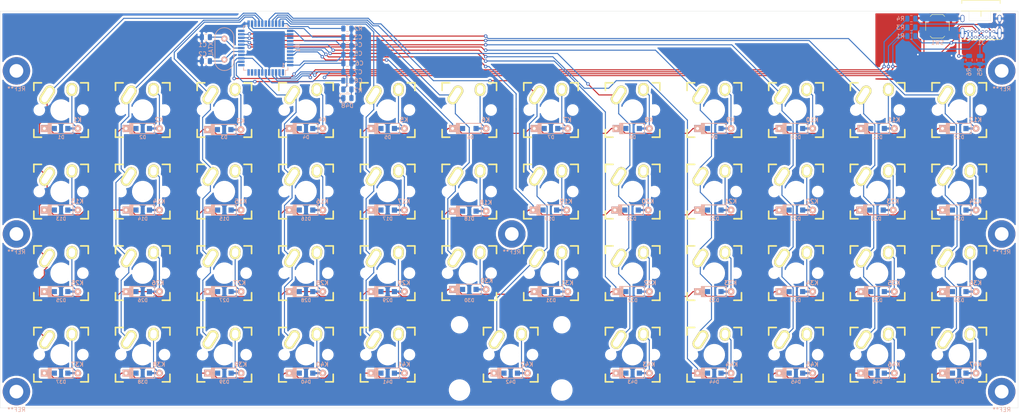
<source format=kicad_pcb>
(kicad_pcb (version 20171130) (host pcbnew "(5.1.0)-1")
  (layers (0 F.Cu signal) (31 B.Cu signal) (34 B.Paste user) (35 F.Paste user) (36 B.SilkS user) (37 F.SilkS user) (38 B.Mask user) (39 F.Mask user) (44 Edge.Cuts user))
  (net 0 "")
  (net 1 "Net-(C1-Pad1)")
  (net 2 "Net-(C2-Pad1)")
  (net 3 VCC)
  (net 4 "Net-(C8-Pad2)")
  (net 5 "Net-(D1-Pad2)")
  (net 6 /row0)
  (net 7 "Net-(D2-Pad2)")
  (net 8 "Net-(D3-Pad2)")
  (net 9 "Net-(D4-Pad2)")
  (net 10 "Net-(D5-Pad2)")
  (net 11 "Net-(D6-Pad2)")
  (net 12 "Net-(D7-Pad2)")
  (net 13 "Net-(D8-Pad2)")
  (net 14 "Net-(D9-Pad2)")
  (net 15 "Net-(D10-Pad2)")
  (net 16 "Net-(D11-Pad2)")
  (net 17 "Net-(D12-Pad2)")
  (net 18 "Net-(D13-Pad2)")
  (net 19 /row1)
  (net 20 "Net-(D14-Pad2)")
  (net 21 "Net-(D15-Pad2)")
  (net 22 "Net-(D16-Pad2)")
  (net 23 "Net-(D17-Pad2)")
  (net 24 "Net-(D18-Pad2)")
  (net 25 "Net-(D19-Pad2)")
  (net 26 "Net-(D20-Pad2)")
  (net 27 "Net-(D21-Pad2)")
  (net 28 "Net-(D22-Pad2)")
  (net 29 "Net-(D23-Pad2)")
  (net 30 "Net-(D24-Pad2)")
  (net 31 "Net-(D25-Pad2)")
  (net 32 /row2)
  (net 33 "Net-(D26-Pad2)")
  (net 34 "Net-(D27-Pad2)")
  (net 35 "Net-(D28-Pad2)")
  (net 36 "Net-(D29-Pad2)")
  (net 37 "Net-(D30-Pad2)")
  (net 38 "Net-(D31-Pad2)")
  (net 39 "Net-(D32-Pad2)")
  (net 40 "Net-(D33-Pad2)")
  (net 41 "Net-(D34-Pad2)")
  (net 42 "Net-(D35-Pad2)")
  (net 43 "Net-(D36-Pad2)")
  (net 44 "Net-(D37-Pad2)")
  (net 45 /row3)
  (net 46 "Net-(D38-Pad2)")
  (net 47 "Net-(D39-Pad2)")
  (net 48 "Net-(D40-Pad2)")
  (net 49 "Net-(D41-Pad2)")
  (net 50 "Net-(D42-Pad2)")
  (net 51 "Net-(D43-Pad2)")
  (net 52 "Net-(D44-Pad2)")
  (net 53 "Net-(D45-Pad2)")
  (net 54 "Net-(D46-Pad2)")
  (net 55 "Net-(D47-Pad2)")
  (net 56 "Net-(J1-PadB5)")
  (net 57 "Net-(J1-PadA6)")
  (net 58 "Net-(J1-PadA7)")
  (net 59 "Net-(J1-PadB8)")
  (net 60 "Net-(J1-PadA8)")
  (net 61 "Net-(J1-PadA5)")
  (net 62 /col0)
  (net 63 /col1)
  (net 64 /col2)
  (net 65 /col3)
  (net 66 /col4)
  (net 67 /col5)
  (net 68 /col6)
  (net 69 /col7)
  (net 70 /col8)
  (net 71 /col9)
  (net 72 /col10)
  (net 73 /col11)
  (net 74 "Net-(R1-Pad1)")
  (net 75 "Net-(R2-Pad2)")
  (net 76 "Net-(R3-Pad1)")
  (net 77 "Net-(R4-Pad1)")
  (net 78 "Net-(U1-Pad1)")
  (net 79 "Net-(U1-Pad9)")
  (net 80 "Net-(U1-Pad10)")
  (net 81 "Net-(U1-Pad11)")
  (net 82 "Net-(U1-Pad12)")
  (net 83 "Net-(U1-Pad22)")
  (net 84 "Net-(U1-Pad36)")
  (net 85 "Net-(U1-Pad37)")
  (net 86 "Net-(U1-Pad42)")
  (net 87 GND)
  (net 88 "Net-(U1-Pad28)")
  (net 89 "Net-(D48-Pad2)")
  (module LED_SMD:LED_0805_2012Metric (layer B.Cu) (at 96.52 54.864)
    (fp_text reference D48 (at 0 1.778) (layer B.SilkS) (effects (justify mirror)))
    (fp_text value LED)
    (pad 1 smd roundrect (at -0.9375 0) (size 0.975 1.4) (layers B.Cu B.Paste B.Mask) (net 87 GND))
    (pad 2 smd roundrect (at 0.9375 0) (size 0.975 1.4) (layers B.Cu B.Paste B.Mask) (net 89 "Net-(D48-Pad2)"))
  )
  (module Resistor_SMD:R_0805_2012Metric (layer B.Cu) (at 96.52 52.832 180)
    (fp_text reference R7 (at -2.54 -0.254 180) (layer B.SilkS) (effects (justify mirror)))
    (fp_text value 220)
    (pad 2 smd roundrect (at 0.9375 0 180) (size 0.975 1.4) (layers B.Cu B.Paste B.Mask) (net 3 VCC))
    (pad 1 smd roundrect (at -0.9375 0 180) (size 0.975 1.4) (layers B.Cu B.Paste B.Mask) (net 89 "Net-(D48-Pad2)"))
  )
  (module Package_QFP:TQFP-44_10x10mm_P0.8mm (layer B.Cu) (at 77.47 43.18 90)
    (fp_text reference U1 (at 0 7.45 90) (layer B.SilkS) (effects (justify mirror)))
    (fp_text value ATMEGA32U4)
    (pad 1 smd rect (at -5.7 4 90) (size 1.5 0.55) (layers B.Cu B.Paste B.Mask) (net 78 "Net-(U1-Pad1)"))
    (pad 2 smd rect (at -5.7 3.2 90) (size 1.5 0.55) (layers B.Cu B.Paste B.Mask) (net 3 VCC))
    (pad 3 smd rect (at -5.7 2.4 90) (size 1.5 0.55) (layers B.Cu B.Paste B.Mask) (net 76 "Net-(R3-Pad1)"))
    (pad 4 smd rect (at -5.7 1.6 90) (size 1.5 0.55) (layers B.Cu B.Paste B.Mask) (net 77 "Net-(R4-Pad1)"))
    (pad 5 smd rect (at -5.7 0.8 90) (size 1.5 0.55) (layers B.Cu B.Paste B.Mask) (net 87 GND))
    (pad 6 smd rect (at -5.7 0 90) (size 1.5 0.55) (layers B.Cu B.Paste B.Mask) (net 4 "Net-(C8-Pad2)"))
    (pad 7 smd rect (at -5.7 -0.8 90) (size 1.5 0.55) (layers B.Cu B.Paste B.Mask) (net 3 VCC))
    (pad 8 smd rect (at -5.7 -1.6 90) (size 1.5 0.55) (layers B.Cu B.Paste B.Mask) (net 65 /col3))
    (pad 9 smd rect (at -5.7 -2.4 90) (size 1.5 0.55) (layers B.Cu B.Paste B.Mask) (net 79 "Net-(U1-Pad9)"))
    (pad 10 smd rect (at -5.7 -3.2 90) (size 1.5 0.55) (layers B.Cu B.Paste B.Mask) (net 80 "Net-(U1-Pad10)"))
    (pad 11 smd rect (at -5.7 -4 90) (size 1.5 0.55) (layers B.Cu B.Paste B.Mask) (net 81 "Net-(U1-Pad11)"))
    (pad 12 smd rect (at -4 -5.7) (size 1.5 0.55) (layers B.Cu B.Paste B.Mask) (net 82 "Net-(U1-Pad12)"))
    (pad 13 smd rect (at -3.2 -5.7) (size 1.5 0.55) (layers B.Cu B.Paste B.Mask) (net 74 "Net-(R1-Pad1)"))
    (pad 14 smd rect (at -2.4 -5.7) (size 1.5 0.55) (layers B.Cu B.Paste B.Mask) (net 3 VCC))
    (pad 15 smd rect (at -1.6 -5.7) (size 1.5 0.55) (layers B.Cu B.Paste B.Mask) (net 87 GND))
    (pad 16 smd rect (at -0.8 -5.7) (size 1.5 0.55) (layers B.Cu B.Paste B.Mask) (net 2 "Net-(C2-Pad1)"))
    (pad 17 smd rect (at 0 -5.7) (size 1.5 0.55) (layers B.Cu B.Paste B.Mask) (net 1 "Net-(C1-Pad1)"))
    (pad 18 smd rect (at 0.8 -5.7) (size 1.5 0.55) (layers B.Cu B.Paste B.Mask) (net 70 /col8))
    (pad 19 smd rect (at 1.6 -5.7) (size 1.5 0.55) (layers B.Cu B.Paste B.Mask) (net 71 /col9))
    (pad 20 smd rect (at 2.4 -5.7) (size 1.5 0.55) (layers B.Cu B.Paste B.Mask) (net 72 /col10))
    (pad 21 smd rect (at 3.2 -5.7) (size 1.5 0.55) (layers B.Cu B.Paste B.Mask) (net 73 /col11))
    (pad 22 smd rect (at 4 -5.7) (size 1.5 0.55) (layers B.Cu B.Paste B.Mask) (net 83 "Net-(U1-Pad22)"))
    (pad 23 smd rect (at 5.7 -4 90) (size 1.5 0.55) (layers B.Cu B.Paste B.Mask) (net 87 GND))
    (pad 24 smd rect (at 5.7 -3.2 90) (size 1.5 0.55) (layers B.Cu B.Paste B.Mask) (net 3 VCC))
    (pad 25 smd rect (at 5.7 -2.4 90) (size 1.5 0.55) (layers B.Cu B.Paste B.Mask) (net 64 /col2))
    (pad 26 smd rect (at 5.7 -1.6 90) (size 1.5 0.55) (layers B.Cu B.Paste B.Mask) (net 63 /col1))
    (pad 27 smd rect (at 5.7 -0.8 90) (size 1.5 0.55) (layers B.Cu B.Paste B.Mask) (net 62 /col0))
    (pad 28 smd rect (at 5.7 0 90) (size 1.5 0.55) (layers B.Cu B.Paste B.Mask) (net 88 "Net-(U1-Pad28)"))
    (pad 29 smd rect (at 5.7 0.8 90) (size 1.5 0.55) (layers B.Cu B.Paste B.Mask) (net 69 /col7))
    (pad 30 smd rect (at 5.7 1.6 90) (size 1.5 0.55) (layers B.Cu B.Paste B.Mask) (net 68 /col6))
    (pad 31 smd rect (at 5.7 2.4 90) (size 1.5 0.55) (layers B.Cu B.Paste B.Mask) (net 67 /col5))
    (pad 32 smd rect (at 5.7 3.2 90) (size 1.5 0.55) (layers B.Cu B.Paste B.Mask) (net 66 /col4))
    (pad 33 smd rect (at 5.7 4 90) (size 1.5 0.55) (layers B.Cu B.Paste B.Mask) (net 75 "Net-(R2-Pad2)"))
    (pad 34 smd rect (at 4 5.7) (size 1.5 0.55) (layers B.Cu B.Paste B.Mask) (net 3 VCC))
    (pad 35 smd rect (at 3.2 5.7) (size 1.5 0.55) (layers B.Cu B.Paste B.Mask) (net 87 GND))
    (pad 36 smd rect (at 2.4 5.7) (size 1.5 0.55) (layers B.Cu B.Paste B.Mask) (net 84 "Net-(U1-Pad36)"))
    (pad 37 smd rect (at 1.6 5.7) (size 1.5 0.55) (layers B.Cu B.Paste B.Mask) (net 85 "Net-(U1-Pad37)"))
    (pad 38 smd rect (at 0.8 5.7) (size 1.5 0.55) (layers B.Cu B.Paste B.Mask) (net 45 /row3))
    (pad 39 smd rect (at 0 5.7) (size 1.5 0.55) (layers B.Cu B.Paste B.Mask) (net 32 /row2))
    (pad 40 smd rect (at -0.8 5.7) (size 1.5 0.55) (layers B.Cu B.Paste B.Mask) (net 19 /row1))
    (pad 41 smd rect (at -1.6 5.7) (size 1.5 0.55) (layers B.Cu B.Paste B.Mask) (net 6 /row0))
    (pad 42 smd rect (at -2.4 5.7) (size 1.5 0.55) (layers B.Cu B.Paste B.Mask) (net 86 "Net-(U1-Pad42)"))
    (pad 43 smd rect (at -3.2 5.7) (size 1.5 0.55) (layers B.Cu B.Paste B.Mask) (net 87 GND))
    (pad 44 smd rect (at -4 5.7) (size 1.5 0.55) (layers B.Cu B.Paste B.Mask) (net 3 VCC))
  )
  (module Capacitor_SMD:C_0805_2012Metric (layer B.Cu) (at 96.52 40.64)
    (fp_text reference C3 (at 2.54 0) (layer B.SilkS) (effects (justify mirror)))
    (fp_text value 0.1uF)
    (pad 2 smd roundrect (at 0.9375 0) (size 0.975 1.4) (layers B.Cu B.Paste B.Mask) (net 87 GND))
    (pad 1 smd roundrect (at -0.9375 0) (size 0.975 1.4) (layers B.Cu B.Paste B.Mask) (net 3 VCC))
  )
  (module MountingHole:MountingHole_3.2mm_M3_Pad (layer B.Cu) (at 134.874 86.614)
    (fp_text reference REF** (at 0 4.2) (layer B.SilkS) (effects (justify mirror)))
    (fp_text value MountingHole_3.2mm_M3_Pad)
    (pad 1 thru_hole circle (at 0 0) (size 6.4 6.4) (drill 3.2) (layers *.Cu *.Mask))
  )
  (module MountingHole:MountingHole_3.2mm_M3_Pad (layer B.Cu) (at 249.174 48.514)
    (fp_text reference REF** (at 0 4.2) (layer B.SilkS) (effects (justify mirror)))
    (fp_text value MountingHole_3.2mm_M3_Pad)
    (pad 1 thru_hole circle (at 0 0) (size 6.4 6.4) (drill 3.2) (layers *.Cu *.Mask))
  )
  (module MountingHole:MountingHole_3.2mm_M3_Pad (layer B.Cu) (at 19.304 48.514)
    (fp_text reference REF** (at 0 4.2) (layer B.SilkS) (effects (justify mirror)))
    (fp_text value MountingHole_3.2mm_M3_Pad)
    (pad 1 thru_hole circle (at 0 0) (size 6.4 6.4) (drill 3.2) (layers *.Cu *.Mask))
  )
  (module MountingHole:MountingHole_3.2mm_M3_Pad (layer B.Cu) (at 249.174 86.614)
    (fp_text reference REF** (at 0 4.2) (layer B.SilkS) (effects (justify mirror)))
    (fp_text value MountingHole_3.2mm_M3_Pad)
    (pad 1 thru_hole circle (at 0 0) (size 6.4 6.4) (drill 3.2) (layers *.Cu *.Mask))
  )
  (module MountingHole:MountingHole_3.2mm_M3_Pad (layer B.Cu) (at 19.304 86.614)
    (fp_text reference REF** (at 0 4.2) (layer B.SilkS) (effects (justify mirror)))
    (fp_text value MountingHole_3.2mm_M3_Pad)
    (pad 1 thru_hole circle (at 0 0) (size 6.4 6.4) (drill 3.2) (layers *.Cu *.Mask))
  )
  (module MountingHole:MountingHole_3.2mm_M3_Pad (layer B.Cu) (at 249.174 123.444)
    (fp_text reference REF** (at 0 4.2) (layer B.SilkS) (effects (justify mirror)))
    (fp_text value MountingHole_3.2mm_M3_Pad)
    (pad 1 thru_hole circle (at 0 0) (size 6.4 6.4) (drill 3.2) (layers *.Cu *.Mask))
  )
  (module MountingHole:MountingHole_3.2mm_M3_Pad (layer B.Cu) (at 19.304 123.444)
    (fp_text reference REF** (at 0 4.2) (layer B.SilkS) (effects (justify mirror)))
    (fp_text value MountingHole_3.2mm_M3_Pad)
    (pad 1 thru_hole circle (at 0 0) (size 6.4 6.4) (drill 3.2) (layers *.Cu *.Mask))
  )
  (module Capacitor_SMD:C_0805_2012Metric (layer B.Cu) (at 63.5 40.64 180)
    (fp_text reference C1 (at 0.762 -1.778 180) (layer B.SilkS) (effects (justify mirror)))
    (fp_text value 22pF)
    (pad 2 smd roundrect (at 0.9375 0 180) (size 0.975 1.4) (layers B.Cu B.Paste B.Mask) (net 87 GND))
    (pad 1 smd roundrect (at -0.9375 0 180) (size 0.975 1.4) (layers B.Cu B.Paste B.Mask) (net 1 "Net-(C1-Pad1)"))
  )
  (module Capacitor_SMD:C_0805_2012Metric (layer B.Cu) (at 63.5 46.228 180)
    (fp_text reference C2 (at 0.762 1.65 180) (layer B.SilkS) (effects (justify mirror)))
    (fp_text value 22pF)
    (pad 1 smd roundrect (at -0.9375 0 180) (size 0.975 1.4) (layers B.Cu B.Paste B.Mask) (net 2 "Net-(C2-Pad1)"))
    (pad 2 smd roundrect (at 0.9375 0 180) (size 0.975 1.4) (layers B.Cu B.Paste B.Mask) (net 87 GND))
  )
  (module Capacitor_SMD:C_0805_2012Metric (layer B.Cu) (at 96.52 42.672)
    (fp_text reference C4 (at 2.54 -0.254) (layer B.SilkS) (effects (justify mirror)))
    (fp_text value 0.1uF)
    (pad 1 smd roundrect (at -0.9375 0) (size 0.975 1.4) (layers B.Cu B.Paste B.Mask) (net 3 VCC))
    (pad 2 smd roundrect (at 0.9375 0) (size 0.975 1.4) (layers B.Cu B.Paste B.Mask) (net 87 GND))
  )
  (module Capacitor_SMD:C_0805_2012Metric (layer B.Cu) (at 96.52 44.704)
    (fp_text reference C5 (at 2.54 -0.254) (layer B.SilkS) (effects (justify mirror)))
    (fp_text value 0.1uF)
    (pad 2 smd roundrect (at 0.9375 0) (size 0.975 1.4) (layers B.Cu B.Paste B.Mask) (net 87 GND))
    (pad 1 smd roundrect (at -0.9375 0) (size 0.975 1.4) (layers B.Cu B.Paste B.Mask) (net 3 VCC))
  )
  (module Capacitor_SMD:C_0805_2012Metric (layer B.Cu) (at 96.52 46.736)
    (fp_text reference C6 (at 2.794 0) (layer B.SilkS) (effects (justify mirror)))
    (fp_text value 0.1uF)
    (pad 1 smd roundrect (at -0.9375 0) (size 0.975 1.4) (layers B.Cu B.Paste B.Mask) (net 3 VCC))
    (pad 2 smd roundrect (at 0.9375 0) (size 0.975 1.4) (layers B.Cu B.Paste B.Mask) (net 87 GND))
  )
  (module Capacitor_SMD:C_0805_2012Metric (layer B.Cu) (at 96.52 48.768)
    (fp_text reference C7 (at 2.54 0) (layer B.SilkS) (effects (justify mirror)))
    (fp_text value 0.1uF)
    (pad 2 smd roundrect (at 0.9375 0) (size 0.975 1.4) (layers B.Cu B.Paste B.Mask) (net 87 GND))
    (pad 1 smd roundrect (at -0.9375 0) (size 0.975 1.4) (layers B.Cu B.Paste B.Mask) (net 3 VCC))
  )
  (module Capacitor_SMD:C_0805_2012Metric (layer B.Cu) (at 96.52 50.8 180)
    (fp_text reference C8 (at -2.54 0 180) (layer B.SilkS) (effects (justify mirror)))
    (fp_text value 1uF)
    (pad 1 smd roundrect (at -0.9375 0 180) (size 0.975 1.4) (layers B.Cu B.Paste B.Mask) (net 87 GND))
    (pad 2 smd roundrect (at 0.9375 0 180) (size 0.975 1.4) (layers B.Cu B.Paste B.Mask) (net 4 "Net-(C8-Pad2)"))
  )
  (module keyboard_parts:D_SOD123_axial (layer B.Cu) (at 29.718 61.976)
    (fp_text reference D1 (at 0 2.032) (layer B.SilkS) (effects (font (size 0.8 0.8)) (justify mirror)))
    (fp_text value D hide)
    (pad 2 smd rect (at 1.575 0) (size 1.2 1.2) (layers B.Cu B.Paste B.Mask) (net 5 "Net-(D1-Pad2)"))
    (pad 1 smd rect (at -1.575 0) (size 1.2 1.2) (layers B.Cu B.Paste B.Mask) (net 6 /row0))
    (pad 1 thru_hole rect (at -3.9 0) (size 1.6 1.6) (drill 0.7) (layers *.Cu *.Mask B.SilkS) (net 6 /row0))
    (pad 2 thru_hole circle (at 3.9 0) (size 1.6 1.6) (drill 0.7) (layers *.Cu *.Mask B.SilkS) (net 5 "Net-(D1-Pad2)"))
    (pad 1 smd rect (at -2.7 0) (size 2.5 0.5) (layers B.Cu) (net 6 /row0))
    (pad 2 smd rect (at 2.7 0) (size 2.5 0.5) (layers B.Cu) (net 5 "Net-(D1-Pad2)"))
  )
  (module keyboard_parts:D_SOD123_axial (layer B.Cu) (at 48.768 61.976)
    (fp_text reference D2 (at 0 2.032) (layer B.SilkS) (effects (font (size 0.8 0.8)) (justify mirror)))
    (fp_text value D hide)
    (pad 2 smd rect (at 2.7 0) (size 2.5 0.5) (layers B.Cu) (net 7 "Net-(D2-Pad2)"))
    (pad 1 smd rect (at -2.7 0) (size 2.5 0.5) (layers B.Cu) (net 6 /row0))
    (pad 2 thru_hole circle (at 3.9 0) (size 1.6 1.6) (drill 0.7) (layers *.Cu *.Mask B.SilkS) (net 7 "Net-(D2-Pad2)"))
    (pad 1 thru_hole rect (at -3.9 0) (size 1.6 1.6) (drill 0.7) (layers *.Cu *.Mask B.SilkS) (net 6 /row0))
    (pad 1 smd rect (at -1.575 0) (size 1.2 1.2) (layers B.Cu B.Paste B.Mask) (net 6 /row0))
    (pad 2 smd rect (at 1.575 0) (size 1.2 1.2) (layers B.Cu B.Paste B.Mask) (net 7 "Net-(D2-Pad2)"))
  )
  (module keyboard_parts:D_SOD123_axial (layer B.Cu) (at 67.767 62.23)
    (fp_text reference D3 (at 0 1.778) (layer B.SilkS) (effects (font (size 0.8 0.8)) (justify mirror)))
    (fp_text value D hide)
    (pad 2 smd rect (at 1.575 0) (size 1.2 1.2) (layers B.Cu B.Paste B.Mask) (net 8 "Net-(D3-Pad2)"))
    (pad 1 smd rect (at -1.575 0) (size 1.2 1.2) (layers B.Cu B.Paste B.Mask) (net 6 /row0))
    (pad 1 thru_hole rect (at -3.9 0) (size 1.6 1.6) (drill 0.7) (layers *.Cu *.Mask B.SilkS) (net 6 /row0))
    (pad 2 thru_hole circle (at 3.9 0) (size 1.6 1.6) (drill 0.7) (layers *.Cu *.Mask B.SilkS) (net 8 "Net-(D3-Pad2)"))
    (pad 1 smd rect (at -2.7 0) (size 2.5 0.5) (layers B.Cu) (net 6 /row0))
    (pad 2 smd rect (at 2.7 0) (size 2.5 0.5) (layers B.Cu) (net 8 "Net-(D3-Pad2)"))
  )
  (module keyboard_parts:D_SOD123_axial (layer B.Cu) (at 86.868 61.976)
    (fp_text reference D4 (at 0 2.032) (layer B.SilkS) (effects (font (size 0.8 0.8)) (justify mirror)))
    (fp_text value D hide)
    (pad 2 smd rect (at 2.7 0) (size 2.5 0.5) (layers B.Cu) (net 9 "Net-(D4-Pad2)"))
    (pad 1 smd rect (at -2.7 0) (size 2.5 0.5) (layers B.Cu) (net 6 /row0))
    (pad 2 thru_hole circle (at 3.9 0) (size 1.6 1.6) (drill 0.7) (layers *.Cu *.Mask B.SilkS) (net 9 "Net-(D4-Pad2)"))
    (pad 1 thru_hole rect (at -3.9 0) (size 1.6 1.6) (drill 0.7) (layers *.Cu *.Mask B.SilkS) (net 6 /row0))
    (pad 1 smd rect (at -1.575 0) (size 1.2 1.2) (layers B.Cu B.Paste B.Mask) (net 6 /row0))
    (pad 2 smd rect (at 1.575 0) (size 1.2 1.2) (layers B.Cu B.Paste B.Mask) (net 9 "Net-(D4-Pad2)"))
  )
  (module keyboard_parts:D_SOD123_axial (layer B.Cu) (at 105.918 61.976)
    (fp_text reference D5 (at 0 2.032) (layer B.SilkS) (effects (font (size 0.8 0.8)) (justify mirror)))
    (fp_text value D hide)
    (pad 2 smd rect (at 2.7 0) (size 2.5 0.5) (layers B.Cu) (net 10 "Net-(D5-Pad2)"))
    (pad 1 smd rect (at -2.7 0) (size 2.5 0.5) (layers B.Cu) (net 6 /row0))
    (pad 2 thru_hole circle (at 3.9 0) (size 1.6 1.6) (drill 0.7) (layers *.Cu *.Mask B.SilkS) (net 10 "Net-(D5-Pad2)"))
    (pad 1 thru_hole rect (at -3.9 0) (size 1.6 1.6) (drill 0.7) (layers *.Cu *.Mask B.SilkS) (net 6 /row0))
    (pad 1 smd rect (at -1.575 0) (size 1.2 1.2) (layers B.Cu B.Paste B.Mask) (net 6 /row0))
    (pad 2 smd rect (at 1.575 0) (size 1.2 1.2) (layers B.Cu B.Paste B.Mask) (net 10 "Net-(D5-Pad2)"))
  )
  (module keyboard_parts:D_SOD123_axial (layer B.Cu) (at 124.968 61.976)
    (fp_text reference D6 (at 0.254 2.032) (layer B.SilkS) (effects (font (size 0.8 0.8)) (justify mirror)))
    (fp_text value D hide)
    (pad 2 smd rect (at 1.575 0) (size 1.2 1.2) (layers B.Cu B.Paste B.Mask) (net 11 "Net-(D6-Pad2)"))
    (pad 1 smd rect (at -1.575 0) (size 1.2 1.2) (layers B.Cu B.Paste B.Mask) (net 6 /row0))
    (pad 1 thru_hole rect (at -3.9 0) (size 1.6 1.6) (drill 0.7) (layers *.Cu *.Mask B.SilkS) (net 6 /row0))
    (pad 2 thru_hole circle (at 3.9 0) (size 1.6 1.6) (drill 0.7) (layers *.Cu *.Mask B.SilkS) (net 11 "Net-(D6-Pad2)"))
    (pad 1 smd rect (at -2.7 0) (size 2.5 0.5) (layers B.Cu) (net 6 /row0))
    (pad 2 smd rect (at 2.7 0) (size 2.5 0.5) (layers B.Cu) (net 11 "Net-(D6-Pad2)"))
  )
  (module keyboard_parts:D_SOD123_axial (layer B.Cu) (at 144.018 61.976)
    (fp_text reference D7 (at 0 2.032) (layer B.SilkS) (effects (font (size 0.8 0.8)) (justify mirror)))
    (fp_text value D hide)
    (pad 2 smd rect (at 1.575 0) (size 1.2 1.2) (layers B.Cu B.Paste B.Mask) (net 12 "Net-(D7-Pad2)"))
    (pad 1 smd rect (at -1.575 0) (size 1.2 1.2) (layers B.Cu B.Paste B.Mask) (net 6 /row0))
    (pad 1 thru_hole rect (at -3.9 0) (size 1.6 1.6) (drill 0.7) (layers *.Cu *.Mask B.SilkS) (net 6 /row0))
    (pad 2 thru_hole circle (at 3.9 0) (size 1.6 1.6) (drill 0.7) (layers *.Cu *.Mask B.SilkS) (net 12 "Net-(D7-Pad2)"))
    (pad 1 smd rect (at -2.7 0) (size 2.5 0.5) (layers B.Cu) (net 6 /row0))
    (pad 2 smd rect (at 2.7 0) (size 2.5 0.5) (layers B.Cu) (net 12 "Net-(D7-Pad2)"))
  )
  (module keyboard_parts:D_SOD123_axial (layer B.Cu) (at 163.068 61.976)
    (fp_text reference D8 (at 0 2.032) (layer B.SilkS) (effects (font (size 0.8 0.8)) (justify mirror)))
    (fp_text value D hide)
    (pad 2 smd rect (at 1.575 0) (size 1.2 1.2) (layers B.Cu B.Paste B.Mask) (net 13 "Net-(D8-Pad2)"))
    (pad 1 smd rect (at -1.575 0) (size 1.2 1.2) (layers B.Cu B.Paste B.Mask) (net 6 /row0))
    (pad 1 thru_hole rect (at -3.9 0) (size 1.6 1.6) (drill 0.7) (layers *.Cu *.Mask B.SilkS) (net 6 /row0))
    (pad 2 thru_hole circle (at 3.9 0) (size 1.6 1.6) (drill 0.7) (layers *.Cu *.Mask B.SilkS) (net 13 "Net-(D8-Pad2)"))
    (pad 1 smd rect (at -2.7 0) (size 2.5 0.5) (layers B.Cu) (net 6 /row0))
    (pad 2 smd rect (at 2.7 0) (size 2.5 0.5) (layers B.Cu) (net 13 "Net-(D8-Pad2)"))
  )
  (module keyboard_parts:D_SOD123_axial (layer B.Cu) (at 182.118 61.976)
    (fp_text reference D9 (at 0 2.032) (layer B.SilkS) (effects (font (size 0.8 0.8)) (justify mirror)))
    (fp_text value D hide)
    (pad 2 smd rect (at 1.575 0) (size 1.2 1.2) (layers B.Cu B.Paste B.Mask) (net 14 "Net-(D9-Pad2)"))
    (pad 1 smd rect (at -1.575 0) (size 1.2 1.2) (layers B.Cu B.Paste B.Mask) (net 6 /row0))
    (pad 1 thru_hole rect (at -3.9 0) (size 1.6 1.6) (drill 0.7) (layers *.Cu *.Mask B.SilkS) (net 6 /row0))
    (pad 2 thru_hole circle (at 3.9 0) (size 1.6 1.6) (drill 0.7) (layers *.Cu *.Mask B.SilkS) (net 14 "Net-(D9-Pad2)"))
    (pad 1 smd rect (at -2.7 0) (size 2.5 0.5) (layers B.Cu) (net 6 /row0))
    (pad 2 smd rect (at 2.7 0) (size 2.5 0.5) (layers B.Cu) (net 14 "Net-(D9-Pad2)"))
  )
  (module keyboard_parts:D_SOD123_axial (layer B.Cu) (at 201.168 61.976)
    (fp_text reference D10 (at 0 2.032) (layer B.SilkS) (effects (font (size 0.8 0.8)) (justify mirror)))
    (fp_text value D hide)
    (pad 2 smd rect (at 2.7 0) (size 2.5 0.5) (layers B.Cu) (net 15 "Net-(D10-Pad2)"))
    (pad 1 smd rect (at -2.7 0) (size 2.5 0.5) (layers B.Cu) (net 6 /row0))
    (pad 2 thru_hole circle (at 3.9 0) (size 1.6 1.6) (drill 0.7) (layers *.Cu *.Mask B.SilkS) (net 15 "Net-(D10-Pad2)"))
    (pad 1 thru_hole rect (at -3.9 0) (size 1.6 1.6) (drill 0.7) (layers *.Cu *.Mask B.SilkS) (net 6 /row0))
    (pad 1 smd rect (at -1.575 0) (size 1.2 1.2) (layers B.Cu B.Paste B.Mask) (net 6 /row0))
    (pad 2 smd rect (at 1.575 0) (size 1.2 1.2) (layers B.Cu B.Paste B.Mask) (net 15 "Net-(D10-Pad2)"))
  )
  (module keyboard_parts:D_SOD123_axial (layer B.Cu) (at 220.218 61.976)
    (fp_text reference D11 (at 0 2.032) (layer B.SilkS) (effects (font (size 0.8 0.8)) (justify mirror)))
    (fp_text value D hide)
    (pad 2 smd rect (at 1.575 0) (size 1.2 1.2) (layers B.Cu B.Paste B.Mask) (net 16 "Net-(D11-Pad2)"))
    (pad 1 smd rect (at -1.575 0) (size 1.2 1.2) (layers B.Cu B.Paste B.Mask) (net 6 /row0))
    (pad 1 thru_hole rect (at -3.9 0) (size 1.6 1.6) (drill 0.7) (layers *.Cu *.Mask B.SilkS) (net 6 /row0))
    (pad 2 thru_hole circle (at 3.9 0) (size 1.6 1.6) (drill 0.7) (layers *.Cu *.Mask B.SilkS) (net 16 "Net-(D11-Pad2)"))
    (pad 1 smd rect (at -2.7 0) (size 2.5 0.5) (layers B.Cu) (net 6 /row0))
    (pad 2 smd rect (at 2.7 0) (size 2.5 0.5) (layers B.Cu) (net 16 "Net-(D11-Pad2)"))
  )
  (module keyboard_parts:D_SOD123_axial (layer B.Cu) (at 239.268 61.976)
    (fp_text reference D12 (at 0 2.032) (layer B.SilkS) (effects (font (size 0.8 0.8)) (justify mirror)))
    (fp_text value D hide)
    (pad 2 smd rect (at 2.7 0) (size 2.5 0.5) (layers B.Cu) (net 17 "Net-(D12-Pad2)"))
    (pad 1 smd rect (at -2.7 0) (size 2.5 0.5) (layers B.Cu) (net 6 /row0))
    (pad 2 thru_hole circle (at 3.9 0) (size 1.6 1.6) (drill 0.7) (layers *.Cu *.Mask B.SilkS) (net 17 "Net-(D12-Pad2)"))
    (pad 1 thru_hole rect (at -3.9 0) (size 1.6 1.6) (drill 0.7) (layers *.Cu *.Mask B.SilkS) (net 6 /row0))
    (pad 1 smd rect (at -1.575 0) (size 1.2 1.2) (layers B.Cu B.Paste B.Mask) (net 6 /row0))
    (pad 2 smd rect (at 1.575 0) (size 1.2 1.2) (layers B.Cu B.Paste B.Mask) (net 17 "Net-(D12-Pad2)"))
  )
  (module keyboard_parts:D_SOD123_axial (layer B.Cu) (at 29.718 81.026)
    (fp_text reference D13 (at 0 2.032) (layer B.SilkS) (effects (font (size 0.8 0.8)) (justify mirror)))
    (fp_text value D hide)
    (pad 2 smd rect (at 2.7 0) (size 2.5 0.5) (layers B.Cu) (net 18 "Net-(D13-Pad2)"))
    (pad 1 smd rect (at -2.7 0) (size 2.5 0.5) (layers B.Cu) (net 19 /row1))
    (pad 2 thru_hole circle (at 3.9 0) (size 1.6 1.6) (drill 0.7) (layers *.Cu *.Mask B.SilkS) (net 18 "Net-(D13-Pad2)"))
    (pad 1 thru_hole rect (at -3.9 0) (size 1.6 1.6) (drill 0.7) (layers *.Cu *.Mask B.SilkS) (net 19 /row1))
    (pad 1 smd rect (at -1.575 0) (size 1.2 1.2) (layers B.Cu B.Paste B.Mask) (net 19 /row1))
    (pad 2 smd rect (at 1.575 0) (size 1.2 1.2) (layers B.Cu B.Paste B.Mask) (net 18 "Net-(D13-Pad2)"))
  )
  (module keyboard_parts:D_SOD123_axial (layer B.Cu) (at 48.768 81.026)
    (fp_text reference D14 (at 0 2.032) (layer B.SilkS) (effects (font (size 0.8 0.8)) (justify mirror)))
    (fp_text value D hide)
    (pad 2 smd rect (at 1.575 0) (size 1.2 1.2) (layers B.Cu B.Paste B.Mask) (net 20 "Net-(D14-Pad2)"))
    (pad 1 smd rect (at -1.575 0) (size 1.2 1.2) (layers B.Cu B.Paste B.Mask) (net 19 /row1))
    (pad 1 thru_hole rect (at -3.9 0) (size 1.6 1.6) (drill 0.7) (layers *.Cu *.Mask B.SilkS) (net 19 /row1))
    (pad 2 thru_hole circle (at 3.9 0) (size 1.6 1.6) (drill 0.7) (layers *.Cu *.Mask B.SilkS) (net 20 "Net-(D14-Pad2)"))
    (pad 1 smd rect (at -2.7 0) (size 2.5 0.5) (layers B.Cu) (net 19 /row1))
    (pad 2 smd rect (at 2.7 0) (size 2.5 0.5) (layers B.Cu) (net 20 "Net-(D14-Pad2)"))
  )
  (module keyboard_parts:D_SOD123_axial (layer B.Cu) (at 67.818 81.026)
    (fp_text reference D15 (at 0 2.032) (layer B.SilkS) (effects (font (size 0.8 0.8)) (justify mirror)))
    (fp_text value D hide)
    (pad 2 smd rect (at 1.575 0) (size 1.2 1.2) (layers B.Cu B.Paste B.Mask) (net 21 "Net-(D15-Pad2)"))
    (pad 1 smd rect (at -1.575 0) (size 1.2 1.2) (layers B.Cu B.Paste B.Mask) (net 19 /row1))
    (pad 1 thru_hole rect (at -3.9 0) (size 1.6 1.6) (drill 0.7) (layers *.Cu *.Mask B.SilkS) (net 19 /row1))
    (pad 2 thru_hole circle (at 3.9 0) (size 1.6 1.6) (drill 0.7) (layers *.Cu *.Mask B.SilkS) (net 21 "Net-(D15-Pad2)"))
    (pad 1 smd rect (at -2.7 0) (size 2.5 0.5) (layers B.Cu) (net 19 /row1))
    (pad 2 smd rect (at 2.7 0) (size 2.5 0.5) (layers B.Cu) (net 21 "Net-(D15-Pad2)"))
  )
  (module keyboard_parts:D_SOD123_axial (layer B.Cu) (at 86.868 81.026)
    (fp_text reference D16 (at 0 2.032) (layer B.SilkS) (effects (font (size 0.8 0.8)) (justify mirror)))
    (fp_text value D hide)
    (pad 2 smd rect (at 1.575 0) (size 1.2 1.2) (layers B.Cu B.Paste B.Mask) (net 22 "Net-(D16-Pad2)"))
    (pad 1 smd rect (at -1.575 0) (size 1.2 1.2) (layers B.Cu B.Paste B.Mask) (net 19 /row1))
    (pad 1 thru_hole rect (at -3.9 0) (size 1.6 1.6) (drill 0.7) (layers *.Cu *.Mask B.SilkS) (net 19 /row1))
    (pad 2 thru_hole circle (at 3.9 0) (size 1.6 1.6) (drill 0.7) (layers *.Cu *.Mask B.SilkS) (net 22 "Net-(D16-Pad2)"))
    (pad 1 smd rect (at -2.7 0) (size 2.5 0.5) (layers B.Cu) (net 19 /row1))
    (pad 2 smd rect (at 2.7 0) (size 2.5 0.5) (layers B.Cu) (net 22 "Net-(D16-Pad2)"))
  )
  (module keyboard_parts:D_SOD123_axial (layer B.Cu) (at 105.918 81.026)
    (fp_text reference D17 (at 0 2.032) (layer B.SilkS) (effects (font (size 0.8 0.8)) (justify mirror)))
    (fp_text value D hide)
    (pad 2 smd rect (at 1.575 0) (size 1.2 1.2) (layers B.Cu B.Paste B.Mask) (net 23 "Net-(D17-Pad2)"))
    (pad 1 smd rect (at -1.575 0) (size 1.2 1.2) (layers B.Cu B.Paste B.Mask) (net 19 /row1))
    (pad 1 thru_hole rect (at -3.9 0) (size 1.6 1.6) (drill 0.7) (layers *.Cu *.Mask B.SilkS) (net 19 /row1))
    (pad 2 thru_hole circle (at 3.9 0) (size 1.6 1.6) (drill 0.7) (layers *.Cu *.Mask B.SilkS) (net 23 "Net-(D17-Pad2)"))
    (pad 1 smd rect (at -2.7 0) (size 2.5 0.5) (layers B.Cu) (net 19 /row1))
    (pad 2 smd rect (at 2.7 0) (size 2.5 0.5) (layers B.Cu) (net 23 "Net-(D17-Pad2)"))
  )
  (module keyboard_parts:D_SOD123_axial (layer B.Cu) (at 124.968 81.28)
    (fp_text reference D18 (at 0 1.778) (layer B.SilkS) (effects (font (size 0.8 0.8)) (justify mirror)))
    (fp_text value D hide)
    (pad 2 smd rect (at 2.7 0) (size 2.5 0.5) (layers B.Cu) (net 24 "Net-(D18-Pad2)"))
    (pad 1 smd rect (at -2.7 0) (size 2.5 0.5) (layers B.Cu) (net 19 /row1))
    (pad 2 thru_hole circle (at 3.9 0) (size 1.6 1.6) (drill 0.7) (layers *.Cu *.Mask B.SilkS) (net 24 "Net-(D18-Pad2)"))
    (pad 1 thru_hole rect (at -3.9 0) (size 1.6 1.6) (drill 0.7) (layers *.Cu *.Mask B.SilkS) (net 19 /row1))
    (pad 1 smd rect (at -1.575 0) (size 1.2 1.2) (layers B.Cu B.Paste B.Mask) (net 19 /row1))
    (pad 2 smd rect (at 1.575 0) (size 1.2 1.2) (layers B.Cu B.Paste B.Mask) (net 24 "Net-(D18-Pad2)"))
  )
  (module keyboard_parts:D_SOD123_axial (layer B.Cu) (at 143.764 81.026)
    (fp_text reference D19 (at 0 2.032) (layer B.SilkS) (effects (font (size 0.8 0.8)) (justify mirror)))
    (fp_text value D hide)
    (pad 2 smd rect (at 1.575 0) (size 1.2 1.2) (layers B.Cu B.Paste B.Mask) (net 25 "Net-(D19-Pad2)"))
    (pad 1 smd rect (at -1.575 0) (size 1.2 1.2) (layers B.Cu B.Paste B.Mask) (net 19 /row1))
    (pad 1 thru_hole rect (at -3.9 0) (size 1.6 1.6) (drill 0.7) (layers *.Cu *.Mask B.SilkS) (net 19 /row1))
    (pad 2 thru_hole circle (at 3.9 0) (size 1.6 1.6) (drill 0.7) (layers *.Cu *.Mask B.SilkS) (net 25 "Net-(D19-Pad2)"))
    (pad 1 smd rect (at -2.7 0) (size 2.5 0.5) (layers B.Cu) (net 19 /row1))
    (pad 2 smd rect (at 2.7 0) (size 2.5 0.5) (layers B.Cu) (net 25 "Net-(D19-Pad2)"))
  )
  (module keyboard_parts:D_SOD123_axial (layer B.Cu) (at 162.814 81.026)
    (fp_text reference D20 (at 0 2.032) (layer B.SilkS) (effects (font (size 0.8 0.8)) (justify mirror)))
    (fp_text value D hide)
    (pad 2 smd rect (at 2.7 0) (size 2.5 0.5) (layers B.Cu) (net 26 "Net-(D20-Pad2)"))
    (pad 1 smd rect (at -2.7 0) (size 2.5 0.5) (layers B.Cu) (net 19 /row1))
    (pad 2 thru_hole circle (at 3.9 0) (size 1.6 1.6) (drill 0.7) (layers *.Cu *.Mask B.SilkS) (net 26 "Net-(D20-Pad2)"))
    (pad 1 thru_hole rect (at -3.9 0) (size 1.6 1.6) (drill 0.7) (layers *.Cu *.Mask B.SilkS) (net 19 /row1))
    (pad 1 smd rect (at -1.575 0) (size 1.2 1.2) (layers B.Cu B.Paste B.Mask) (net 19 /row1))
    (pad 2 smd rect (at 1.575 0) (size 1.2 1.2) (layers B.Cu B.Paste B.Mask) (net 26 "Net-(D20-Pad2)"))
  )
  (module keyboard_parts:D_SOD123_axial (layer B.Cu) (at 182.118 81.026)
    (fp_text reference D21 (at 0 2.032) (layer B.SilkS) (effects (font (size 0.8 0.8)) (justify mirror)))
    (fp_text value D hide)
    (pad 2 smd rect (at 2.7 0) (size 2.5 0.5) (layers B.Cu) (net 27 "Net-(D21-Pad2)"))
    (pad 1 smd rect (at -2.7 0) (size 2.5 0.5) (layers B.Cu) (net 19 /row1))
    (pad 2 thru_hole circle (at 3.9 0) (size 1.6 1.6) (drill 0.7) (layers *.Cu *.Mask B.SilkS) (net 27 "Net-(D21-Pad2)"))
    (pad 1 thru_hole rect (at -3.9 0) (size 1.6 1.6) (drill 0.7) (layers *.Cu *.Mask B.SilkS) (net 19 /row1))
    (pad 1 smd rect (at -1.575 0) (size 1.2 1.2) (layers B.Cu B.Paste B.Mask) (net 19 /row1))
    (pad 2 smd rect (at 1.575 0) (size 1.2 1.2) (layers B.Cu B.Paste B.Mask) (net 27 "Net-(D21-Pad2)"))
  )
  (module keyboard_parts:D_SOD123_axial (layer B.Cu) (at 201.168 81.026)
    (fp_text reference D22 (at 0 2.032) (layer B.SilkS) (effects (font (size 0.8 0.8)) (justify mirror)))
    (fp_text value D hide)
    (pad 2 smd rect (at 1.575 0) (size 1.2 1.2) (layers B.Cu B.Paste B.Mask) (net 28 "Net-(D22-Pad2)"))
    (pad 1 smd rect (at -1.575 0) (size 1.2 1.2) (layers B.Cu B.Paste B.Mask) (net 19 /row1))
    (pad 1 thru_hole rect (at -3.9 0) (size 1.6 1.6) (drill 0.7) (layers *.Cu *.Mask B.SilkS) (net 19 /row1))
    (pad 2 thru_hole circle (at 3.9 0) (size 1.6 1.6) (drill 0.7) (layers *.Cu *.Mask B.SilkS) (net 28 "Net-(D22-Pad2)"))
    (pad 1 smd rect (at -2.7 0) (size 2.5 0.5) (layers B.Cu) (net 19 /row1))
    (pad 2 smd rect (at 2.7 0) (size 2.5 0.5) (layers B.Cu) (net 28 "Net-(D22-Pad2)"))
  )
  (module keyboard_parts:D_SOD123_axial (layer B.Cu) (at 219.964 81.026)
    (fp_text reference D23 (at 0 2.032) (layer B.SilkS) (effects (font (size 0.8 0.8)) (justify mirror)))
    (fp_text value D hide)
    (pad 2 smd rect (at 2.7 0) (size 2.5 0.5) (layers B.Cu) (net 29 "Net-(D23-Pad2)"))
    (pad 1 smd rect (at -2.7 0) (size 2.5 0.5) (layers B.Cu) (net 19 /row1))
    (pad 2 thru_hole circle (at 3.9 0) (size 1.6 1.6) (drill 0.7) (layers *.Cu *.Mask B.SilkS) (net 29 "Net-(D23-Pad2)"))
    (pad 1 thru_hole rect (at -3.9 0) (size 1.6 1.6) (drill 0.7) (layers *.Cu *.Mask B.SilkS) (net 19 /row1))
    (pad 1 smd rect (at -1.575 0) (size 1.2 1.2) (layers B.Cu B.Paste B.Mask) (net 19 /row1))
    (pad 2 smd rect (at 1.575 0) (size 1.2 1.2) (layers B.Cu B.Paste B.Mask) (net 29 "Net-(D23-Pad2)"))
  )
  (module keyboard_parts:D_SOD123_axial (layer B.Cu) (at 239.268 81.026)
    (fp_text reference D24 (at 0 2.032) (layer B.SilkS) (effects (font (size 0.8 0.8)) (justify mirror)))
    (fp_text value D hide)
    (pad 2 smd rect (at 2.7 0) (size 2.5 0.5) (layers B.Cu) (net 30 "Net-(D24-Pad2)"))
    (pad 1 smd rect (at -2.7 0) (size 2.5 0.5) (layers B.Cu) (net 19 /row1))
    (pad 2 thru_hole circle (at 3.9 0) (size 1.6 1.6) (drill 0.7) (layers *.Cu *.Mask B.SilkS) (net 30 "Net-(D24-Pad2)"))
    (pad 1 thru_hole rect (at -3.9 0) (size 1.6 1.6) (drill 0.7) (layers *.Cu *.Mask B.SilkS) (net 19 /row1))
    (pad 1 smd rect (at -1.575 0) (size 1.2 1.2) (layers B.Cu B.Paste B.Mask) (net 19 /row1))
    (pad 2 smd rect (at 1.575 0) (size 1.2 1.2) (layers B.Cu B.Paste B.Mask) (net 30 "Net-(D24-Pad2)"))
  )
  (module keyboard_parts:D_SOD123_axial (layer B.Cu) (at 29.718 100.076)
    (fp_text reference D25 (at 0 2.032) (layer B.SilkS) (effects (font (size 0.8 0.8)) (justify mirror)))
    (fp_text value D hide)
    (pad 2 smd rect (at 2.7 0) (size 2.5 0.5) (layers B.Cu) (net 31 "Net-(D25-Pad2)"))
    (pad 1 smd rect (at -2.7 0) (size 2.5 0.5) (layers B.Cu) (net 32 /row2))
    (pad 2 thru_hole circle (at 3.9 0) (size 1.6 1.6) (drill 0.7) (layers *.Cu *.Mask B.SilkS) (net 31 "Net-(D25-Pad2)"))
    (pad 1 thru_hole rect (at -3.9 0) (size 1.6 1.6) (drill 0.7) (layers *.Cu *.Mask B.SilkS) (net 32 /row2))
    (pad 1 smd rect (at -1.575 0) (size 1.2 1.2) (layers B.Cu B.Paste B.Mask) (net 32 /row2))
    (pad 2 smd rect (at 1.575 0) (size 1.2 1.2) (layers B.Cu B.Paste B.Mask) (net 31 "Net-(D25-Pad2)"))
  )
  (module keyboard_parts:D_SOD123_axial (layer B.Cu) (at 48.768 100.076)
    (fp_text reference D26 (at 0 2.032) (layer B.SilkS) (effects (font (size 0.8 0.8)) (justify mirror)))
    (fp_text value D hide)
    (pad 2 smd rect (at 1.575 0) (size 1.2 1.2) (layers B.Cu B.Paste B.Mask) (net 33 "Net-(D26-Pad2)"))
    (pad 1 smd rect (at -1.575 0) (size 1.2 1.2) (layers B.Cu B.Paste B.Mask) (net 32 /row2))
    (pad 1 thru_hole rect (at -3.9 0) (size 1.6 1.6) (drill 0.7) (layers *.Cu *.Mask B.SilkS) (net 32 /row2))
    (pad 2 thru_hole circle (at 3.9 0) (size 1.6 1.6) (drill 0.7) (layers *.Cu *.Mask B.SilkS) (net 33 "Net-(D26-Pad2)"))
    (pad 1 smd rect (at -2.7 0) (size 2.5 0.5) (layers B.Cu) (net 32 /row2))
    (pad 2 smd rect (at 2.7 0) (size 2.5 0.5) (layers B.Cu) (net 33 "Net-(D26-Pad2)"))
  )
  (module keyboard_parts:D_SOD123_axial (layer B.Cu) (at 67.818 100.076)
    (fp_text reference D27 (at 0 2.032) (layer B.SilkS) (effects (font (size 0.8 0.8)) (justify mirror)))
    (fp_text value D hide)
    (pad 2 smd rect (at 1.575 0) (size 1.2 1.2) (layers B.Cu B.Paste B.Mask) (net 34 "Net-(D27-Pad2)"))
    (pad 1 smd rect (at -1.575 0) (size 1.2 1.2) (layers B.Cu B.Paste B.Mask) (net 32 /row2))
    (pad 1 thru_hole rect (at -3.9 0) (size 1.6 1.6) (drill 0.7) (layers *.Cu *.Mask B.SilkS) (net 32 /row2))
    (pad 2 thru_hole circle (at 3.9 0) (size 1.6 1.6) (drill 0.7) (layers *.Cu *.Mask B.SilkS) (net 34 "Net-(D27-Pad2)"))
    (pad 1 smd rect (at -2.7 0) (size 2.5 0.5) (layers B.Cu) (net 32 /row2))
    (pad 2 smd rect (at 2.7 0) (size 2.5 0.5) (layers B.Cu) (net 34 "Net-(D27-Pad2)"))
  )
  (module keyboard_parts:D_SOD123_axial (layer B.Cu) (at 86.868 100.076)
    (fp_text reference D28 (at 0 2.032) (layer B.SilkS) (effects (font (size 0.8 0.8)) (justify mirror)))
    (fp_text value D hide)
    (pad 2 smd rect (at 1.575 0) (size 1.2 1.2) (layers B.Cu B.Paste B.Mask) (net 35 "Net-(D28-Pad2)"))
    (pad 1 smd rect (at -1.575 0) (size 1.2 1.2) (layers B.Cu B.Paste B.Mask) (net 32 /row2))
    (pad 1 thru_hole rect (at -3.9 0) (size 1.6 1.6) (drill 0.7) (layers *.Cu *.Mask B.SilkS) (net 32 /row2))
    (pad 2 thru_hole circle (at 3.9 0) (size 1.6 1.6) (drill 0.7) (layers *.Cu *.Mask B.SilkS) (net 35 "Net-(D28-Pad2)"))
    (pad 1 smd rect (at -2.7 0) (size 2.5 0.5) (layers B.Cu) (net 32 /row2))
    (pad 2 smd rect (at 2.7 0) (size 2.5 0.5) (layers B.Cu) (net 35 "Net-(D28-Pad2)"))
  )
  (module keyboard_parts:D_SOD123_axial (layer B.Cu) (at 105.918 100.076)
    (fp_text reference D29 (at 0 2.032) (layer B.SilkS) (effects (font (size 0.8 0.8)) (justify mirror)))
    (fp_text value D hide)
    (pad 2 smd rect (at 2.7 0) (size 2.5 0.5) (layers B.Cu) (net 36 "Net-(D29-Pad2)"))
    (pad 1 smd rect (at -2.7 0) (size 2.5 0.5) (layers B.Cu) (net 32 /row2))
    (pad 2 thru_hole circle (at 3.9 0) (size 1.6 1.6) (drill 0.7) (layers *.Cu *.Mask B.SilkS) (net 36 "Net-(D29-Pad2)"))
    (pad 1 thru_hole rect (at -3.9 0) (size 1.6 1.6) (drill 0.7) (layers *.Cu *.Mask B.SilkS) (net 32 /row2))
    (pad 1 smd rect (at -1.575 0) (size 1.2 1.2) (layers B.Cu B.Paste B.Mask) (net 32 /row2))
    (pad 2 smd rect (at 1.575 0) (size 1.2 1.2) (layers B.Cu B.Paste B.Mask) (net 36 "Net-(D29-Pad2)"))
  )
  (module keyboard_parts:D_SOD123_axial (layer B.Cu) (at 124.968 99.568)
    (fp_text reference D30 (at 0 2.54) (layer B.SilkS) (effects (font (size 0.8 0.8)) (justify mirror)))
    (fp_text value D hide)
    (pad 2 smd rect (at 1.575 0) (size 1.2 1.2) (layers B.Cu B.Paste B.Mask) (net 37 "Net-(D30-Pad2)"))
    (pad 1 smd rect (at -1.575 0) (size 1.2 1.2) (layers B.Cu B.Paste B.Mask) (net 32 /row2))
    (pad 1 thru_hole rect (at -3.9 0) (size 1.6 1.6) (drill 0.7) (layers *.Cu *.Mask B.SilkS) (net 32 /row2))
    (pad 2 thru_hole circle (at 3.9 0) (size 1.6 1.6) (drill 0.7) (layers *.Cu *.Mask B.SilkS) (net 37 "Net-(D30-Pad2)"))
    (pad 1 smd rect (at -2.7 0) (size 2.5 0.5) (layers B.Cu) (net 32 /row2))
    (pad 2 smd rect (at 2.7 0) (size 2.5 0.5) (layers B.Cu) (net 37 "Net-(D30-Pad2)"))
  )
  (module keyboard_parts:D_SOD123_axial (layer B.Cu) (at 144.018 100.076)
    (fp_text reference D31 (at 0 2.032) (layer B.SilkS) (effects (font (size 0.8 0.8)) (justify mirror)))
    (fp_text value D hide)
    (pad 2 smd rect (at 1.575 0) (size 1.2 1.2) (layers B.Cu B.Paste B.Mask) (net 38 "Net-(D31-Pad2)"))
    (pad 1 smd rect (at -1.575 0) (size 1.2 1.2) (layers B.Cu B.Paste B.Mask) (net 32 /row2))
    (pad 1 thru_hole rect (at -3.9 0) (size 1.6 1.6) (drill 0.7) (layers *.Cu *.Mask B.SilkS) (net 32 /row2))
    (pad 2 thru_hole circle (at 3.9 0) (size 1.6 1.6) (drill 0.7) (layers *.Cu *.Mask B.SilkS) (net 38 "Net-(D31-Pad2)"))
    (pad 1 smd rect (at -2.7 0) (size 2.5 0.5) (layers B.Cu) (net 32 /row2))
    (pad 2 smd rect (at 2.7 0) (size 2.5 0.5) (layers B.Cu) (net 38 "Net-(D31-Pad2)"))
  )
  (module keyboard_parts:D_SOD123_axial (layer B.Cu) (at 163.068 100.076)
    (fp_text reference D32 (at 0 2.032) (layer B.SilkS) (effects (font (size 0.8 0.8)) (justify mirror)))
    (fp_text value D hide)
    (pad 2 smd rect (at 2.7 0) (size 2.5 0.5) (layers B.Cu) (net 39 "Net-(D32-Pad2)"))
    (pad 1 smd rect (at -2.7 0) (size 2.5 0.5) (layers B.Cu) (net 32 /row2))
    (pad 2 thru_hole circle (at 3.9 0) (size 1.6 1.6) (drill 0.7) (layers *.Cu *.Mask B.SilkS) (net 39 "Net-(D32-Pad2)"))
    (pad 1 thru_hole rect (at -3.9 0) (size 1.6 1.6) (drill 0.7) (layers *.Cu *.Mask B.SilkS) (net 32 /row2))
    (pad 1 smd rect (at -1.575 0) (size 1.2 1.2) (layers B.Cu B.Paste B.Mask) (net 32 /row2))
    (pad 2 smd rect (at 1.575 0) (size 1.2 1.2) (layers B.Cu B.Paste B.Mask) (net 39 "Net-(D32-Pad2)"))
  )
  (module keyboard_parts:D_SOD123_axial (layer B.Cu) (at 182.118 100.076)
    (fp_text reference D33 (at 0 2.032) (layer B.SilkS) (effects (font (size 0.8 0.8)) (justify mirror)))
    (fp_text value D hide)
    (pad 2 smd rect (at 2.7 0) (size 2.5 0.5) (layers B.Cu) (net 40 "Net-(D33-Pad2)"))
    (pad 1 smd rect (at -2.7 0) (size 2.5 0.5) (layers B.Cu) (net 32 /row2))
    (pad 2 thru_hole circle (at 3.9 0) (size 1.6 1.6) (drill 0.7) (layers *.Cu *.Mask B.SilkS) (net 40 "Net-(D33-Pad2)"))
    (pad 1 thru_hole rect (at -3.9 0) (size 1.6 1.6) (drill 0.7) (layers *.Cu *.Mask B.SilkS) (net 32 /row2))
    (pad 1 smd rect (at -1.575 0) (size 1.2 1.2) (layers B.Cu B.Paste B.Mask) (net 32 /row2))
    (pad 2 smd rect (at 1.575 0) (size 1.2 1.2) (layers B.Cu B.Paste B.Mask) (net 40 "Net-(D33-Pad2)"))
  )
  (module keyboard_parts:D_SOD123_axial (layer B.Cu) (at 201.168 100.076)
    (fp_text reference D34 (at 0 2.032) (layer B.SilkS) (effects (font (size 0.8 0.8)) (justify mirror)))
    (fp_text value D hide)
    (pad 2 smd rect (at 2.7 0) (size 2.5 0.5) (layers B.Cu) (net 41 "Net-(D34-Pad2)"))
    (pad 1 smd rect (at -2.7 0) (size 2.5 0.5) (layers B.Cu) (net 32 /row2))
    (pad 2 thru_hole circle (at 3.9 0) (size 1.6 1.6) (drill 0.7) (layers *.Cu *.Mask B.SilkS) (net 41 "Net-(D34-Pad2)"))
    (pad 1 thru_hole rect (at -3.9 0) (size 1.6 1.6) (drill 0.7) (layers *.Cu *.Mask B.SilkS) (net 32 /row2))
    (pad 1 smd rect (at -1.575 0) (size 1.2 1.2) (layers B.Cu B.Paste B.Mask) (net 32 /row2))
    (pad 2 smd rect (at 1.575 0) (size 1.2 1.2) (layers B.Cu B.Paste B.Mask) (net 41 "Net-(D34-Pad2)"))
  )
  (module keyboard_parts:D_SOD123_axial (layer B.Cu) (at 220.218 100.076)
    (fp_text reference D35 (at 0 2.032) (layer B.SilkS) (effects (font (size 0.8 0.8)) (justify mirror)))
    (fp_text value D hide)
    (pad 2 smd rect (at 1.575 0) (size 1.2 1.2) (layers B.Cu B.Paste B.Mask) (net 42 "Net-(D35-Pad2)"))
    (pad 1 smd rect (at -1.575 0) (size 1.2 1.2) (layers B.Cu B.Paste B.Mask) (net 32 /row2))
    (pad 1 thru_hole rect (at -3.9 0) (size 1.6 1.6) (drill 0.7) (layers *.Cu *.Mask B.SilkS) (net 32 /row2))
    (pad 2 thru_hole circle (at 3.9 0) (size 1.6 1.6) (drill 0.7) (layers *.Cu *.Mask B.SilkS) (net 42 "Net-(D35-Pad2)"))
    (pad 1 smd rect (at -2.7 0) (size 2.5 0.5) (layers B.Cu) (net 32 /row2))
    (pad 2 smd rect (at 2.7 0) (size 2.5 0.5) (layers B.Cu) (net 42 "Net-(D35-Pad2)"))
  )
  (module keyboard_parts:D_SOD123_axial (layer B.Cu) (at 239.268 100.076)
    (fp_text reference D36 (at 0 2.032) (layer B.SilkS) (effects (font (size 0.8 0.8)) (justify mirror)))
    (fp_text value D hide)
    (pad 2 smd rect (at 2.7 0) (size 2.5 0.5) (layers B.Cu) (net 43 "Net-(D36-Pad2)"))
    (pad 1 smd rect (at -2.7 0) (size 2.5 0.5) (layers B.Cu) (net 32 /row2))
    (pad 2 thru_hole circle (at 3.9 0) (size 1.6 1.6) (drill 0.7) (layers *.Cu *.Mask B.SilkS) (net 43 "Net-(D36-Pad2)"))
    (pad 1 thru_hole rect (at -3.9 0) (size 1.6 1.6) (drill 0.7) (layers *.Cu *.Mask B.SilkS) (net 32 /row2))
    (pad 1 smd rect (at -1.575 0) (size 1.2 1.2) (layers B.Cu B.Paste B.Mask) (net 32 /row2))
    (pad 2 smd rect (at 1.575 0) (size 1.2 1.2) (layers B.Cu B.Paste B.Mask) (net 43 "Net-(D36-Pad2)"))
  )
  (module keyboard_parts:D_SOD123_axial (layer B.Cu) (at 29.718 119.126)
    (fp_text reference D37 (at 0 2.032) (layer B.SilkS) (effects (font (size 0.8 0.8)) (justify mirror)))
    (fp_text value D hide)
    (pad 2 smd rect (at 2.7 0) (size 2.5 0.5) (layers B.Cu) (net 44 "Net-(D37-Pad2)"))
    (pad 1 smd rect (at -2.7 0) (size 2.5 0.5) (layers B.Cu) (net 45 /row3))
    (pad 2 thru_hole circle (at 3.9 0) (size 1.6 1.6) (drill 0.7) (layers *.Cu *.Mask B.SilkS) (net 44 "Net-(D37-Pad2)"))
    (pad 1 thru_hole rect (at -3.9 0) (size 1.6 1.6) (drill 0.7) (layers *.Cu *.Mask B.SilkS) (net 45 /row3))
    (pad 1 smd rect (at -1.575 0) (size 1.2 1.2) (layers B.Cu B.Paste B.Mask) (net 45 /row3))
    (pad 2 smd rect (at 1.575 0) (size 1.2 1.2) (layers B.Cu B.Paste B.Mask) (net 44 "Net-(D37-Pad2)"))
  )
  (module keyboard_parts:D_SOD123_axial (layer B.Cu) (at 48.768 119.126)
    (fp_text reference D38 (at 0 2.032) (layer B.SilkS) (effects (font (size 0.8 0.8)) (justify mirror)))
    (fp_text value D hide)
    (pad 2 smd rect (at 1.575 0) (size 1.2 1.2) (layers B.Cu B.Paste B.Mask) (net 46 "Net-(D38-Pad2)"))
    (pad 1 smd rect (at -1.575 0) (size 1.2 1.2) (layers B.Cu B.Paste B.Mask) (net 45 /row3))
    (pad 1 thru_hole rect (at -3.9 0) (size 1.6 1.6) (drill 0.7) (layers *.Cu *.Mask B.SilkS) (net 45 /row3))
    (pad 2 thru_hole circle (at 3.9 0) (size 1.6 1.6) (drill 0.7) (layers *.Cu *.Mask B.SilkS) (net 46 "Net-(D38-Pad2)"))
    (pad 1 smd rect (at -2.7 0) (size 2.5 0.5) (layers B.Cu) (net 45 /row3))
    (pad 2 smd rect (at 2.7 0) (size 2.5 0.5) (layers B.Cu) (net 46 "Net-(D38-Pad2)"))
  )
  (module keyboard_parts:D_SOD123_axial (layer B.Cu) (at 67.818 119.126)
    (fp_text reference D39 (at 0 2.032) (layer B.SilkS) (effects (font (size 0.8 0.8)) (justify mirror)))
    (fp_text value D hide)
    (pad 2 smd rect (at 2.7 0) (size 2.5 0.5) (layers B.Cu) (net 47 "Net-(D39-Pad2)"))
    (pad 1 smd rect (at -2.7 0) (size 2.5 0.5) (layers B.Cu) (net 45 /row3))
    (pad 2 thru_hole circle (at 3.9 0) (size 1.6 1.6) (drill 0.7) (layers *.Cu *.Mask B.SilkS) (net 47 "Net-(D39-Pad2)"))
    (pad 1 thru_hole rect (at -3.9 0) (size 1.6 1.6) (drill 0.7) (layers *.Cu *.Mask B.SilkS) (net 45 /row3))
    (pad 1 smd rect (at -1.575 0) (size 1.2 1.2) (layers B.Cu B.Paste B.Mask) (net 45 /row3))
    (pad 2 smd rect (at 1.575 0) (size 1.2 1.2) (layers B.Cu B.Paste B.Mask) (net 47 "Net-(D39-Pad2)"))
  )
  (module keyboard_parts:D_SOD123_axial (layer B.Cu) (at 86.868 119.126)
    (fp_text reference D40 (at 0 2.032) (layer B.SilkS) (effects (font (size 0.8 0.8)) (justify mirror)))
    (fp_text value D hide)
    (pad 2 smd rect (at 1.575 0) (size 1.2 1.2) (layers B.Cu B.Paste B.Mask) (net 48 "Net-(D40-Pad2)"))
    (pad 1 smd rect (at -1.575 0) (size 1.2 1.2) (layers B.Cu B.Paste B.Mask) (net 45 /row3))
    (pad 1 thru_hole rect (at -3.9 0) (size 1.6 1.6) (drill 0.7) (layers *.Cu *.Mask B.SilkS) (net 45 /row3))
    (pad 2 thru_hole circle (at 3.9 0) (size 1.6 1.6) (drill 0.7) (layers *.Cu *.Mask B.SilkS) (net 48 "Net-(D40-Pad2)"))
    (pad 1 smd rect (at -2.7 0) (size 2.5 0.5) (layers B.Cu) (net 45 /row3))
    (pad 2 smd rect (at 2.7 0) (size 2.5 0.5) (layers B.Cu) (net 48 "Net-(D40-Pad2)"))
  )
  (module keyboard_parts:D_SOD123_axial (layer B.Cu) (at 105.918 119.126)
    (fp_text reference D41 (at 0 2.032) (layer B.SilkS) (effects (font (size 0.8 0.8)) (justify mirror)))
    (fp_text value D hide)
    (pad 2 smd rect (at 2.7 0) (size 2.5 0.5) (layers B.Cu) (net 49 "Net-(D41-Pad2)"))
    (pad 1 smd rect (at -2.7 0) (size 2.5 0.5) (layers B.Cu) (net 45 /row3))
    (pad 2 thru_hole circle (at 3.9 0) (size 1.6 1.6) (drill 0.7) (layers *.Cu *.Mask B.SilkS) (net 49 "Net-(D41-Pad2)"))
    (pad 1 thru_hole rect (at -3.9 0) (size 1.6 1.6) (drill 0.7) (layers *.Cu *.Mask B.SilkS) (net 45 /row3))
    (pad 1 smd rect (at -1.575 0) (size 1.2 1.2) (layers B.Cu B.Paste B.Mask) (net 45 /row3))
    (pad 2 smd rect (at 1.575 0) (size 1.2 1.2) (layers B.Cu B.Paste B.Mask) (net 49 "Net-(D41-Pad2)"))
  )
  (module keyboard_parts:D_SOD123_axial (layer B.Cu) (at 134.62 119.126)
    (fp_text reference D42 (at 0 2.032) (layer B.SilkS) (effects (font (size 0.8 0.8)) (justify mirror)))
    (fp_text value D hide)
    (pad 2 smd rect (at 2.7 0) (size 2.5 0.5) (layers B.Cu) (net 50 "Net-(D42-Pad2)"))
    (pad 1 smd rect (at -2.7 0) (size 2.5 0.5) (layers B.Cu) (net 45 /row3))
    (pad 2 thru_hole circle (at 3.9 0) (size 1.6 1.6) (drill 0.7) (layers *.Cu *.Mask B.SilkS) (net 50 "Net-(D42-Pad2)"))
    (pad 1 thru_hole rect (at -3.9 0) (size 1.6 1.6) (drill 0.7) (layers *.Cu *.Mask B.SilkS) (net 45 /row3))
    (pad 1 smd rect (at -1.575 0) (size 1.2 1.2) (layers B.Cu B.Paste B.Mask) (net 45 /row3))
    (pad 2 smd rect (at 1.575 0) (size 1.2 1.2) (layers B.Cu B.Paste B.Mask) (net 50 "Net-(D42-Pad2)"))
  )
  (module keyboard_parts:D_SOD123_axial (layer B.Cu) (at 163.068 119.126)
    (fp_text reference D43 (at 0 2.032) (layer B.SilkS) (effects (font (size 0.8 0.8)) (justify mirror)))
    (fp_text value D hide)
    (pad 2 smd rect (at 2.7 0) (size 2.5 0.5) (layers B.Cu) (net 51 "Net-(D43-Pad2)"))
    (pad 1 smd rect (at -2.7 0) (size 2.5 0.5) (layers B.Cu) (net 45 /row3))
    (pad 2 thru_hole circle (at 3.9 0) (size 1.6 1.6) (drill 0.7) (layers *.Cu *.Mask B.SilkS) (net 51 "Net-(D43-Pad2)"))
    (pad 1 thru_hole rect (at -3.9 0) (size 1.6 1.6) (drill 0.7) (layers *.Cu *.Mask B.SilkS) (net 45 /row3))
    (pad 1 smd rect (at -1.575 0) (size 1.2 1.2) (layers B.Cu B.Paste B.Mask) (net 45 /row3))
    (pad 2 smd rect (at 1.575 0) (size 1.2 1.2) (layers B.Cu B.Paste B.Mask) (net 51 "Net-(D43-Pad2)"))
  )
  (module keyboard_parts:D_SOD123_axial (layer B.Cu) (at 182.118 119.126)
    (fp_text reference D44 (at 0 2.032) (layer B.SilkS) (effects (font (size 0.8 0.8)) (justify mirror)))
    (fp_text value D hide)
    (pad 2 smd rect (at 1.575 0) (size 1.2 1.2) (layers B.Cu B.Paste B.Mask) (net 52 "Net-(D44-Pad2)"))
    (pad 1 smd rect (at -1.575 0) (size 1.2 1.2) (layers B.Cu B.Paste B.Mask) (net 45 /row3))
    (pad 1 thru_hole rect (at -3.9 0) (size 1.6 1.6) (drill 0.7) (layers *.Cu *.Mask B.SilkS) (net 45 /row3))
    (pad 2 thru_hole circle (at 3.9 0) (size 1.6 1.6) (drill 0.7) (layers *.Cu *.Mask B.SilkS) (net 52 "Net-(D44-Pad2)"))
    (pad 1 smd rect (at -2.7 0) (size 2.5 0.5) (layers B.Cu) (net 45 /row3))
    (pad 2 smd rect (at 2.7 0) (size 2.5 0.5) (layers B.Cu) (net 52 "Net-(D44-Pad2)"))
  )
  (module keyboard_parts:D_SOD123_axial (layer B.Cu) (at 201.168 119.126)
    (fp_text reference D45 (at 0 2.032) (layer B.SilkS) (effects (font (size 0.8 0.8)) (justify mirror)))
    (fp_text value D hide)
    (pad 2 smd rect (at 1.575 0) (size 1.2 1.2) (layers B.Cu B.Paste B.Mask) (net 53 "Net-(D45-Pad2)"))
    (pad 1 smd rect (at -1.575 0) (size 1.2 1.2) (layers B.Cu B.Paste B.Mask) (net 45 /row3))
    (pad 1 thru_hole rect (at -3.9 0) (size 1.6 1.6) (drill 0.7) (layers *.Cu *.Mask B.SilkS) (net 45 /row3))
    (pad 2 thru_hole circle (at 3.9 0) (size 1.6 1.6) (drill 0.7) (layers *.Cu *.Mask B.SilkS) (net 53 "Net-(D45-Pad2)"))
    (pad 1 smd rect (at -2.7 0) (size 2.5 0.5) (layers B.Cu) (net 45 /row3))
    (pad 2 smd rect (at 2.7 0) (size 2.5 0.5) (layers B.Cu) (net 53 "Net-(D45-Pad2)"))
  )
  (module keyboard_parts:D_SOD123_axial (layer B.Cu) (at 220.218 119.126)
    (fp_text reference D46 (at 0 2.032) (layer B.SilkS) (effects (font (size 0.8 0.8)) (justify mirror)))
    (fp_text value D hide)
    (pad 2 smd rect (at 2.7 0) (size 2.5 0.5) (layers B.Cu) (net 54 "Net-(D46-Pad2)"))
    (pad 1 smd rect (at -2.7 0) (size 2.5 0.5) (layers B.Cu) (net 45 /row3))
    (pad 2 thru_hole circle (at 3.9 0) (size 1.6 1.6) (drill 0.7) (layers *.Cu *.Mask B.SilkS) (net 54 "Net-(D46-Pad2)"))
    (pad 1 thru_hole rect (at -3.9 0) (size 1.6 1.6) (drill 0.7) (layers *.Cu *.Mask B.SilkS) (net 45 /row3))
    (pad 1 smd rect (at -1.575 0) (size 1.2 1.2) (layers B.Cu B.Paste B.Mask) (net 45 /row3))
    (pad 2 smd rect (at 1.575 0) (size 1.2 1.2) (layers B.Cu B.Paste B.Mask) (net 54 "Net-(D46-Pad2)"))
  )
  (module keyboard_parts:D_SOD123_axial (layer B.Cu) (at 239.268 119.126)
    (fp_text reference D47 (at 0 2.032) (layer B.SilkS) (effects (font (size 0.8 0.8)) (justify mirror)))
    (fp_text value D hide)
    (pad 2 smd rect (at 1.575 0) (size 1.2 1.2) (layers B.Cu B.Paste B.Mask) (net 55 "Net-(D47-Pad2)"))
    (pad 1 smd rect (at -1.575 0) (size 1.2 1.2) (layers B.Cu B.Paste B.Mask) (net 45 /row3))
    (pad 1 thru_hole rect (at -3.9 0) (size 1.6 1.6) (drill 0.7) (layers *.Cu *.Mask B.SilkS) (net 45 /row3))
    (pad 2 thru_hole circle (at 3.9 0) (size 1.6 1.6) (drill 0.7) (layers *.Cu *.Mask B.SilkS) (net 55 "Net-(D47-Pad2)"))
    (pad 1 smd rect (at -2.7 0) (size 2.5 0.5) (layers B.Cu) (net 45 /row3))
    (pad 2 smd rect (at 2.7 0) (size 2.5 0.5) (layers B.Cu) (net 55 "Net-(D47-Pad2)"))
  )
  (module Type-C:USB_C_GCT_USB4085 (layer F.Cu) (at 244.348 34.544 180)
    (fp_text reference J1 (at 0 -7.366 180) (layer B.SilkS) (effects (justify mirror)))
    (fp_text value USB_C_Receptacle_USB2.0)
    (pad S1 thru_hole oval (at 4.325 -1.74 180) (size 0.9 1.7) (drill oval 0.6 1.4) (layers *.Cu *.Mask) (net 87 GND))
    (pad S1 thru_hole oval (at -4.325 -1.74 180) (size 0.9 1.7) (drill oval 0.6 1.4) (layers *.Cu *.Mask) (net 87 GND))
    (pad S1 thru_hole oval (at 4.325 -5.12 180) (size 0.9 2.4) (drill oval 0.6 2.1) (layers *.Cu *.Mask) (net 87 GND))
    (pad S1 thru_hole oval (at -4.325 -5.12 180) (size 0.9 2.4) (drill oval 0.6 2.1) (layers *.Cu *.Mask) (net 87 GND))
    (pad B1 thru_hole circle (at 2.98 -4.775 180) (size 0.65 0.65) (drill 0.4) (layers *.Cu *.Mask) (net 87 GND))
    (pad B4 thru_hole circle (at 2.13 -4.775 180) (size 0.65 0.65) (drill 0.4) (layers *.Cu *.Mask) (net 3 VCC))
    (pad B5 thru_hole circle (at 1.28 -4.775 180) (size 0.65 0.65) (drill 0.4) (layers *.Cu *.Mask) (net 56 "Net-(J1-PadB5)"))
    (pad B6 thru_hole circle (at 0.43 -4.775 180) (size 0.65 0.65) (drill 0.4) (layers *.Cu *.Mask) (net 57 "Net-(J1-PadA6)"))
    (pad B7 thru_hole circle (at -0.42 -4.775 180) (size 0.65 0.65) (drill 0.4) (layers *.Cu *.Mask) (net 58 "Net-(J1-PadA7)"))
    (pad B8 thru_hole circle (at -1.27 -4.775 180) (size 0.65 0.65) (drill 0.4) (layers *.Cu *.Mask) (net 59 "Net-(J1-PadB8)"))
    (pad B9 thru_hole circle (at -2.12 -4.775 180) (size 0.65 0.65) (drill 0.4) (layers *.Cu *.Mask) (net 3 VCC))
    (pad B12 thru_hole circle (at -2.975 -4.775 180) (size 0.65 0.65) (drill 0.4) (layers *.Cu *.Mask) (net 87 GND))
    (pad A12 thru_hole circle (at 2.975 -6.1 180) (size 0.65 0.65) (drill 0.4) (layers *.Cu *.Mask) (net 87 GND))
    (pad A9 thru_hole circle (at 2.125 -6.1 180) (size 0.65 0.65) (drill 0.4) (layers *.Cu *.Mask) (net 3 VCC))
    (pad A8 thru_hole circle (at 1.275 -6.1 180) (size 0.65 0.65) (drill 0.4) (layers *.Cu *.Mask) (net 60 "Net-(J1-PadA8)"))
    (pad A7 thru_hole circle (at 0.425 -6.1 180) (size 0.65 0.65) (drill 0.4) (layers *.Cu *.Mask) (net 58 "Net-(J1-PadA7)"))
    (pad A6 thru_hole circle (at -0.425 -6.1 180) (size 0.65 0.65) (drill 0.4) (layers *.Cu *.Mask) (net 57 "Net-(J1-PadA6)"))
    (pad A4 thru_hole circle (at -2.125 -6.1 180) (size 0.65 0.65) (drill 0.4) (layers *.Cu *.Mask) (net 3 VCC))
    (pad A1 thru_hole circle (at -2.975 -6.1 180) (size 0.65 0.65) (drill 0.4) (layers *.Cu *.Mask) (net 87 GND))
    (pad A5 thru_hole circle (at -1.275 -6.1 180) (size 0.65 0.65) (drill 0.4) (layers *.Cu *.Mask) (net 61 "Net-(J1-PadA5)"))
  )
  (module keebs:Mx_Alps_100 (layer F.Cu) (at 29.718 57.658)
    (fp_text reference K1 (at 3.81 2.286) (layer B.SilkS) (effects (font (thickness 0.2)) (justify mirror)))
    (fp_text value KEYSW hide)
    (pad "" np_thru_hole circle (at 0 0) (size 3.9878 3.9878) (drill 3.9878) (layers *.Cu *.Mask))
    (pad "" np_thru_hole circle (at -5.08 0) (size 1.7018 1.7018) (drill 1.7018) (layers *.Cu *.Mask))
    (pad "" np_thru_hole circle (at 5.08 0) (size 1.7018 1.7018) (drill 1.7018) (layers *.Cu *.Mask))
    (pad 1 thru_hole oval (at -3.255 -3.52 327.5) (size 2.5 4.75) (drill oval 1.5 3.75) (layers *.Cu *.Mask F.SilkS) (net 62 /col0))
    (pad 2 thru_hole oval (at 2.52 -4.79 356.1) (size 2.5 3.08) (drill oval 1.5 2.08) (layers *.Cu *.Mask F.SilkS) (net 5 "Net-(D1-Pad2)"))
  )
  (module keebs:Mx_Alps_100 (layer F.Cu) (at 48.768 57.658)
    (fp_text reference K2 (at 3.81 2.286) (layer B.SilkS) (effects (font (thickness 0.2)) (justify mirror)))
    (fp_text value KEYSW hide)
    (pad 2 thru_hole oval (at 2.52 -4.79 356.1) (size 2.5 3.08) (drill oval 1.5 2.08) (layers *.Cu *.Mask F.SilkS) (net 7 "Net-(D2-Pad2)"))
    (pad 1 thru_hole oval (at -3.255 -3.52 327.5) (size 2.5 4.75) (drill oval 1.5 3.75) (layers *.Cu *.Mask F.SilkS) (net 63 /col1))
    (pad "" np_thru_hole circle (at 5.08 0) (size 1.7018 1.7018) (drill 1.7018) (layers *.Cu *.Mask))
    (pad "" np_thru_hole circle (at -5.08 0) (size 1.7018 1.7018) (drill 1.7018) (layers *.Cu *.Mask))
    (pad "" np_thru_hole circle (at 0 0) (size 3.9878 3.9878) (drill 3.9878) (layers *.Cu *.Mask))
  )
  (module keebs:Mx_Alps_100 (layer F.Cu) (at 67.818 57.658)
    (fp_text reference K3 (at 3.81 2.54) (layer B.SilkS) (effects (font (thickness 0.2)) (justify mirror)))
    (fp_text value KEYSW hide)
    (pad "" np_thru_hole circle (at 0 0) (size 3.9878 3.9878) (drill 3.9878) (layers *.Cu *.Mask))
    (pad "" np_thru_hole circle (at -5.08 0) (size 1.7018 1.7018) (drill 1.7018) (layers *.Cu *.Mask))
    (pad "" np_thru_hole circle (at 5.08 0) (size 1.7018 1.7018) (drill 1.7018) (layers *.Cu *.Mask))
    (pad 1 thru_hole oval (at -3.255 -3.52 327.5) (size 2.5 4.75) (drill oval 1.5 3.75) (layers *.Cu *.Mask F.SilkS) (net 64 /col2))
    (pad 2 thru_hole oval (at 2.52 -4.79 356.1) (size 2.5 3.08) (drill oval 1.5 2.08) (layers *.Cu *.Mask F.SilkS) (net 8 "Net-(D3-Pad2)"))
  )
  (module keebs:Mx_Alps_100 (layer F.Cu) (at 86.868 57.658)
    (fp_text reference K4 (at 3.81 2.286) (layer B.SilkS) (effects (font (thickness 0.2)) (justify mirror)))
    (fp_text value KEYSW hide)
    (pad 2 thru_hole oval (at 2.52 -4.79 356.1) (size 2.5 3.08) (drill oval 1.5 2.08) (layers *.Cu *.Mask F.SilkS) (net 9 "Net-(D4-Pad2)"))
    (pad 1 thru_hole oval (at -3.255 -3.52 327.5) (size 2.5 4.75) (drill oval 1.5 3.75) (layers *.Cu *.Mask F.SilkS) (net 65 /col3))
    (pad "" np_thru_hole circle (at 5.08 0) (size 1.7018 1.7018) (drill 1.7018) (layers *.Cu *.Mask))
    (pad "" np_thru_hole circle (at -5.08 0) (size 1.7018 1.7018) (drill 1.7018) (layers *.Cu *.Mask))
    (pad "" np_thru_hole circle (at 0 0) (size 3.9878 3.9878) (drill 3.9878) (layers *.Cu *.Mask))
  )
  (module keebs:Mx_Alps_100 (layer F.Cu) (at 105.918 57.658)
    (fp_text reference K5 (at 3.81 2.286) (layer B.SilkS) (effects (font (thickness 0.2)) (justify mirror)))
    (fp_text value KEYSW hide)
    (pad "" np_thru_hole circle (at 0 0) (size 3.9878 3.9878) (drill 3.9878) (layers *.Cu *.Mask))
    (pad "" np_thru_hole circle (at -5.08 0) (size 1.7018 1.7018) (drill 1.7018) (layers *.Cu *.Mask))
    (pad "" np_thru_hole circle (at 5.08 0) (size 1.7018 1.7018) (drill 1.7018) (layers *.Cu *.Mask))
    (pad 1 thru_hole oval (at -3.255 -3.52 327.5) (size 2.5 4.75) (drill oval 1.5 3.75) (layers *.Cu *.Mask F.SilkS) (net 66 /col4))
    (pad 2 thru_hole oval (at 2.52 -4.79 356.1) (size 2.5 3.08) (drill oval 1.5 2.08) (layers *.Cu *.Mask F.SilkS) (net 10 "Net-(D5-Pad2)"))
  )
  (module keebs:Mx_Alps_100 (layer F.Cu) (at 124.968 57.658)
    (fp_text reference K6 (at 3.81 2.286) (layer B.SilkS) (effects (font (thickness 0.2)) (justify mirror)))
    (fp_text value KEYSW hide)
    (pad 2 thru_hole oval (at 2.52 -4.79 356.1) (size 2.5 3.08) (drill oval 1.5 2.08) (layers *.Cu *.Mask F.SilkS) (net 11 "Net-(D6-Pad2)"))
    (pad 1 thru_hole oval (at -3.255 -3.52 327.5) (size 2.5 4.75) (drill oval 1.5 3.75) (layers *.Cu *.Mask F.SilkS) (net 67 /col5))
    (pad "" np_thru_hole circle (at 5.08 0) (size 1.7018 1.7018) (drill 1.7018) (layers *.Cu *.Mask))
    (pad "" np_thru_hole circle (at -5.08 0) (size 1.7018 1.7018) (drill 1.7018) (layers *.Cu *.Mask))
    (pad "" np_thru_hole circle (at 0 0) (size 3.9878 3.9878) (drill 3.9878) (layers *.Cu *.Mask))
  )
  (module keebs:Mx_Alps_100 (layer F.Cu) (at 144.018 57.658)
    (fp_text reference K7 (at 3.81 2.286) (layer B.SilkS) (effects (font (thickness 0.2)) (justify mirror)))
    (fp_text value KEYSW hide)
    (pad "" np_thru_hole circle (at 0 0) (size 3.9878 3.9878) (drill 3.9878) (layers *.Cu *.Mask))
    (pad "" np_thru_hole circle (at -5.08 0) (size 1.7018 1.7018) (drill 1.7018) (layers *.Cu *.Mask))
    (pad "" np_thru_hole circle (at 5.08 0) (size 1.7018 1.7018) (drill 1.7018) (layers *.Cu *.Mask))
    (pad 1 thru_hole oval (at -3.255 -3.52 327.5) (size 2.5 4.75) (drill oval 1.5 3.75) (layers *.Cu *.Mask F.SilkS) (net 68 /col6))
    (pad 2 thru_hole oval (at 2.52 -4.79 356.1) (size 2.5 3.08) (drill oval 1.5 2.08) (layers *.Cu *.Mask F.SilkS) (net 12 "Net-(D7-Pad2)"))
  )
  (module keebs:Mx_Alps_100 (layer F.Cu) (at 163.068 57.658)
    (fp_text reference K8 (at 3.81 2.286) (layer B.SilkS) (effects (font (thickness 0.2)) (justify mirror)))
    (fp_text value KEYSW hide)
    (pad 2 thru_hole oval (at 2.52 -4.79 356.1) (size 2.5 3.08) (drill oval 1.5 2.08) (layers *.Cu *.Mask F.SilkS) (net 13 "Net-(D8-Pad2)"))
    (pad 1 thru_hole oval (at -3.255 -3.52 327.5) (size 2.5 4.75) (drill oval 1.5 3.75) (layers *.Cu *.Mask F.SilkS) (net 69 /col7))
    (pad "" np_thru_hole circle (at 5.08 0) (size 1.7018 1.7018) (drill 1.7018) (layers *.Cu *.Mask))
    (pad "" np_thru_hole circle (at -5.08 0) (size 1.7018 1.7018) (drill 1.7018) (layers *.Cu *.Mask))
    (pad "" np_thru_hole circle (at 0 0) (size 3.9878 3.9878) (drill 3.9878) (layers *.Cu *.Mask))
  )
  (module keebs:Mx_Alps_100 (layer F.Cu) (at 182.118 57.658)
    (fp_text reference K9 (at 3.81 2.286) (layer B.SilkS) (effects (font (thickness 0.2)) (justify mirror)))
    (fp_text value KEYSW hide)
    (pad "" np_thru_hole circle (at 0 0) (size 3.9878 3.9878) (drill 3.9878) (layers *.Cu *.Mask))
    (pad "" np_thru_hole circle (at -5.08 0) (size 1.7018 1.7018) (drill 1.7018) (layers *.Cu *.Mask))
    (pad "" np_thru_hole circle (at 5.08 0) (size 1.7018 1.7018) (drill 1.7018) (layers *.Cu *.Mask))
    (pad 1 thru_hole oval (at -3.255 -3.52 327.5) (size 2.5 4.75) (drill oval 1.5 3.75) (layers *.Cu *.Mask F.SilkS) (net 70 /col8))
    (pad 2 thru_hole oval (at 2.52 -4.79 356.1) (size 2.5 3.08) (drill oval 1.5 2.08) (layers *.Cu *.Mask F.SilkS) (net 14 "Net-(D9-Pad2)"))
  )
  (module keebs:Mx_Alps_100 (layer F.Cu) (at 201.168 57.658)
    (fp_text reference K10 (at 3.81 2.286) (layer B.SilkS) (effects (font (thickness 0.2)) (justify mirror)))
    (fp_text value KEYSW hide)
    (pad 2 thru_hole oval (at 2.52 -4.79 356.1) (size 2.5 3.08) (drill oval 1.5 2.08) (layers *.Cu *.Mask F.SilkS) (net 15 "Net-(D10-Pad2)"))
    (pad 1 thru_hole oval (at -3.255 -3.52 327.5) (size 2.5 4.75) (drill oval 1.5 3.75) (layers *.Cu *.Mask F.SilkS) (net 71 /col9))
    (pad "" np_thru_hole circle (at 5.08 0) (size 1.7018 1.7018) (drill 1.7018) (layers *.Cu *.Mask))
    (pad "" np_thru_hole circle (at -5.08 0) (size 1.7018 1.7018) (drill 1.7018) (layers *.Cu *.Mask))
    (pad "" np_thru_hole circle (at 0 0) (size 3.9878 3.9878) (drill 3.9878) (layers *.Cu *.Mask))
  )
  (module keebs:Mx_Alps_100 (layer F.Cu) (at 220.218 57.658)
    (fp_text reference K11 (at 3.81 2.286) (layer B.SilkS) (effects (font (thickness 0.2)) (justify mirror)))
    (fp_text value KEYSW hide)
    (pad "" np_thru_hole circle (at 0 0) (size 3.9878 3.9878) (drill 3.9878) (layers *.Cu *.Mask))
    (pad "" np_thru_hole circle (at -5.08 0) (size 1.7018 1.7018) (drill 1.7018) (layers *.Cu *.Mask))
    (pad "" np_thru_hole circle (at 5.08 0) (size 1.7018 1.7018) (drill 1.7018) (layers *.Cu *.Mask))
    (pad 1 thru_hole oval (at -3.255 -3.52 327.5) (size 2.5 4.75) (drill oval 1.5 3.75) (layers *.Cu *.Mask F.SilkS) (net 72 /col10))
    (pad 2 thru_hole oval (at 2.52 -4.79 356.1) (size 2.5 3.08) (drill oval 1.5 2.08) (layers *.Cu *.Mask F.SilkS) (net 16 "Net-(D11-Pad2)"))
  )
  (module keebs:Mx_Alps_100 (layer F.Cu) (at 239.268 57.658)
    (fp_text reference K12 (at 3.81 2.286) (layer B.SilkS) (effects (font (thickness 0.2)) (justify mirror)))
    (fp_text value KEYSW hide)
    (pad 2 thru_hole oval (at 2.52 -4.79 356.1) (size 2.5 3.08) (drill oval 1.5 2.08) (layers *.Cu *.Mask F.SilkS) (net 17 "Net-(D12-Pad2)"))
    (pad 1 thru_hole oval (at -3.255 -3.52 327.5) (size 2.5 4.75) (drill oval 1.5 3.75) (layers *.Cu *.Mask F.SilkS) (net 73 /col11))
    (pad "" np_thru_hole circle (at 5.08 0) (size 1.7018 1.7018) (drill 1.7018) (layers *.Cu *.Mask))
    (pad "" np_thru_hole circle (at -5.08 0) (size 1.7018 1.7018) (drill 1.7018) (layers *.Cu *.Mask))
    (pad "" np_thru_hole circle (at 0 0) (size 3.9878 3.9878) (drill 3.9878) (layers *.Cu *.Mask))
  )
  (module keebs:Mx_Alps_100 (layer F.Cu) (at 29.718 76.708)
    (fp_text reference K13 (at 3.81 2.286) (layer B.SilkS) (effects (font (thickness 0.2)) (justify mirror)))
    (fp_text value KEYSW hide)
    (pad 2 thru_hole oval (at 2.52 -4.79 356.1) (size 2.5 3.08) (drill oval 1.5 2.08) (layers *.Cu *.Mask F.SilkS) (net 18 "Net-(D13-Pad2)"))
    (pad 1 thru_hole oval (at -3.255 -3.52 327.5) (size 2.5 4.75) (drill oval 1.5 3.75) (layers *.Cu *.Mask F.SilkS) (net 62 /col0))
    (pad "" np_thru_hole circle (at 5.08 0) (size 1.7018 1.7018) (drill 1.7018) (layers *.Cu *.Mask))
    (pad "" np_thru_hole circle (at -5.08 0) (size 1.7018 1.7018) (drill 1.7018) (layers *.Cu *.Mask))
    (pad "" np_thru_hole circle (at 0 0) (size 3.9878 3.9878) (drill 3.9878) (layers *.Cu *.Mask))
  )
  (module keebs:Mx_Alps_100 (layer F.Cu) (at 48.768 76.708)
    (fp_text reference K14 (at 3.81 2.286) (layer B.SilkS) (effects (font (thickness 0.2)) (justify mirror)))
    (fp_text value KEYSW hide)
    (pad "" np_thru_hole circle (at 0 0) (size 3.9878 3.9878) (drill 3.9878) (layers *.Cu *.Mask))
    (pad "" np_thru_hole circle (at -5.08 0) (size 1.7018 1.7018) (drill 1.7018) (layers *.Cu *.Mask))
    (pad "" np_thru_hole circle (at 5.08 0) (size 1.7018 1.7018) (drill 1.7018) (layers *.Cu *.Mask))
    (pad 1 thru_hole oval (at -3.255 -3.52 327.5) (size 2.5 4.75) (drill oval 1.5 3.75) (layers *.Cu *.Mask F.SilkS) (net 63 /col1))
    (pad 2 thru_hole oval (at 2.52 -4.79 356.1) (size 2.5 3.08) (drill oval 1.5 2.08) (layers *.Cu *.Mask F.SilkS) (net 20 "Net-(D14-Pad2)"))
  )
  (module keebs:Mx_Alps_100 (layer F.Cu) (at 67.818 76.708)
    (fp_text reference K15 (at 3.81 2.286) (layer B.SilkS) (effects (font (thickness 0.2)) (justify mirror)))
    (fp_text value KEYSW hide)
    (pad 2 thru_hole oval (at 2.52 -4.79 356.1) (size 2.5 3.08) (drill oval 1.5 2.08) (layers *.Cu *.Mask F.SilkS) (net 21 "Net-(D15-Pad2)"))
    (pad 1 thru_hole oval (at -3.255 -3.52 327.5) (size 2.5 4.75) (drill oval 1.5 3.75) (layers *.Cu *.Mask F.SilkS) (net 64 /col2))
    (pad "" np_thru_hole circle (at 5.08 0) (size 1.7018 1.7018) (drill 1.7018) (layers *.Cu *.Mask))
    (pad "" np_thru_hole circle (at -5.08 0) (size 1.7018 1.7018) (drill 1.7018) (layers *.Cu *.Mask))
    (pad "" np_thru_hole circle (at 0 0) (size 3.9878 3.9878) (drill 3.9878) (layers *.Cu *.Mask))
  )
  (module keebs:Mx_Alps_100 (layer F.Cu) (at 86.868 76.708)
    (fp_text reference K16 (at 3.81 2.286) (layer B.SilkS) (effects (font (thickness 0.2)) (justify mirror)))
    (fp_text value KEYSW hide)
    (pad "" np_thru_hole circle (at 0 0) (size 3.9878 3.9878) (drill 3.9878) (layers *.Cu *.Mask))
    (pad "" np_thru_hole circle (at -5.08 0) (size 1.7018 1.7018) (drill 1.7018) (layers *.Cu *.Mask))
    (pad "" np_thru_hole circle (at 5.08 0) (size 1.7018 1.7018) (drill 1.7018) (layers *.Cu *.Mask))
    (pad 1 thru_hole oval (at -3.255 -3.52 327.5) (size 2.5 4.75) (drill oval 1.5 3.75) (layers *.Cu *.Mask F.SilkS) (net 65 /col3))
    (pad 2 thru_hole oval (at 2.52 -4.79 356.1) (size 2.5 3.08) (drill oval 1.5 2.08) (layers *.Cu *.Mask F.SilkS) (net 22 "Net-(D16-Pad2)"))
  )
  (module keebs:Mx_Alps_100 (layer F.Cu) (at 105.918 76.708)
    (fp_text reference K17 (at 3.81 2.286) (layer B.SilkS) (effects (font (thickness 0.2)) (justify mirror)))
    (fp_text value KEYSW hide)
    (pad 2 thru_hole oval (at 2.52 -4.79 356.1) (size 2.5 3.08) (drill oval 1.5 2.08) (layers *.Cu *.Mask F.SilkS) (net 23 "Net-(D17-Pad2)"))
    (pad 1 thru_hole oval (at -3.255 -3.52 327.5) (size 2.5 4.75) (drill oval 1.5 3.75) (layers *.Cu *.Mask F.SilkS) (net 66 /col4))
    (pad "" np_thru_hole circle (at 5.08 0) (size 1.7018 1.7018) (drill 1.7018) (layers *.Cu *.Mask))
    (pad "" np_thru_hole circle (at -5.08 0) (size 1.7018 1.7018) (drill 1.7018) (layers *.Cu *.Mask))
    (pad "" np_thru_hole circle (at 0 0) (size 3.9878 3.9878) (drill 3.9878) (layers *.Cu *.Mask))
  )
  (module keebs:Mx_Alps_100 (layer F.Cu) (at 124.968 76.708)
    (fp_text reference K18 (at 3.857 2.54) (layer B.SilkS) (effects (font (thickness 0.2)) (justify mirror)))
    (fp_text value KEYSW hide)
    (pad "" np_thru_hole circle (at 0 0) (size 3.9878 3.9878) (drill 3.9878) (layers *.Cu *.Mask))
    (pad "" np_thru_hole circle (at -5.08 0) (size 1.7018 1.7018) (drill 1.7018) (layers *.Cu *.Mask))
    (pad "" np_thru_hole circle (at 5.08 0) (size 1.7018 1.7018) (drill 1.7018) (layers *.Cu *.Mask))
    (pad 1 thru_hole oval (at -3.255 -3.52 327.5) (size 2.5 4.75) (drill oval 1.5 3.75) (layers *.Cu *.Mask F.SilkS) (net 67 /col5))
    (pad 2 thru_hole oval (at 2.52 -4.79 356.1) (size 2.5 3.08) (drill oval 1.5 2.08) (layers *.Cu *.Mask F.SilkS) (net 24 "Net-(D18-Pad2)"))
  )
  (module keebs:Mx_Alps_100 (layer F.Cu) (at 144.018 76.708)
    (fp_text reference K19 (at 3.556 2.286) (layer B.SilkS) (effects (font (thickness 0.2)) (justify mirror)))
    (fp_text value KEYSW hide)
    (pad 2 thru_hole oval (at 2.52 -4.79 356.1) (size 2.5 3.08) (drill oval 1.5 2.08) (layers *.Cu *.Mask F.SilkS) (net 25 "Net-(D19-Pad2)"))
    (pad 1 thru_hole oval (at -3.255 -3.52 327.5) (size 2.5 4.75) (drill oval 1.5 3.75) (layers *.Cu *.Mask F.SilkS) (net 68 /col6))
    (pad "" np_thru_hole circle (at 5.08 0) (size 1.7018 1.7018) (drill 1.7018) (layers *.Cu *.Mask))
    (pad "" np_thru_hole circle (at -5.08 0) (size 1.7018 1.7018) (drill 1.7018) (layers *.Cu *.Mask))
    (pad "" np_thru_hole circle (at 0 0) (size 3.9878 3.9878) (drill 3.9878) (layers *.Cu *.Mask))
  )
  (module keebs:Mx_Alps_100 (layer F.Cu) (at 163.068 76.708)
    (fp_text reference K20 (at 3.556 2.286) (layer B.SilkS) (effects (font (thickness 0.2)) (justify mirror)))
    (fp_text value KEYSW hide)
    (pad "" np_thru_hole circle (at 0 0) (size 3.9878 3.9878) (drill 3.9878) (layers *.Cu *.Mask))
    (pad "" np_thru_hole circle (at -5.08 0) (size 1.7018 1.7018) (drill 1.7018) (layers *.Cu *.Mask))
    (pad "" np_thru_hole circle (at 5.08 0) (size 1.7018 1.7018) (drill 1.7018) (layers *.Cu *.Mask))
    (pad 1 thru_hole oval (at -3.255 -3.52 327.5) (size 2.5 4.75) (drill oval 1.5 3.75) (layers *.Cu *.Mask F.SilkS) (net 69 /col7))
    (pad 2 thru_hole oval (at 2.52 -4.79 356.1) (size 2.5 3.08) (drill oval 1.5 2.08) (layers *.Cu *.Mask F.SilkS) (net 26 "Net-(D20-Pad2)"))
  )
  (module keebs:Mx_Alps_100 (layer F.Cu) (at 182.118 76.708)
    (fp_text reference K21 (at 3.81 2.286) (layer B.SilkS) (effects (font (thickness 0.2)) (justify mirror)))
    (fp_text value KEYSW hide)
    (pad 2 thru_hole oval (at 2.52 -4.79 356.1) (size 2.5 3.08) (drill oval 1.5 2.08) (layers *.Cu *.Mask F.SilkS) (net 27 "Net-(D21-Pad2)"))
    (pad 1 thru_hole oval (at -3.255 -3.52 327.5) (size 2.5 4.75) (drill oval 1.5 3.75) (layers *.Cu *.Mask F.SilkS) (net 70 /col8))
    (pad "" np_thru_hole circle (at 5.08 0) (size 1.7018 1.7018) (drill 1.7018) (layers *.Cu *.Mask))
    (pad "" np_thru_hole circle (at -5.08 0) (size 1.7018 1.7018) (drill 1.7018) (layers *.Cu *.Mask))
    (pad "" np_thru_hole circle (at 0 0) (size 3.9878 3.9878) (drill 3.9878) (layers *.Cu *.Mask))
  )
  (module keebs:Mx_Alps_100 (layer F.Cu) (at 201.168 76.708)
    (fp_text reference K22 (at 3.81 2.286) (layer B.SilkS) (effects (font (thickness 0.2)) (justify mirror)))
    (fp_text value KEYSW hide)
    (pad "" np_thru_hole circle (at 0 0) (size 3.9878 3.9878) (drill 3.9878) (layers *.Cu *.Mask))
    (pad "" np_thru_hole circle (at -5.08 0) (size 1.7018 1.7018) (drill 1.7018) (layers *.Cu *.Mask))
    (pad "" np_thru_hole circle (at 5.08 0) (size 1.7018 1.7018) (drill 1.7018) (layers *.Cu *.Mask))
    (pad 1 thru_hole oval (at -3.255 -3.52 327.5) (size 2.5 4.75) (drill oval 1.5 3.75) (layers *.Cu *.Mask F.SilkS) (net 71 /col9))
    (pad 2 thru_hole oval (at 2.52 -4.79 356.1) (size 2.5 3.08) (drill oval 1.5 2.08) (layers *.Cu *.Mask F.SilkS) (net 28 "Net-(D22-Pad2)"))
  )
  (module keebs:Mx_Alps_100 (layer F.Cu) (at 220.218 76.708)
    (fp_text reference K23 (at 3.556 2.286) (layer B.SilkS) (effects (font (thickness 0.2)) (justify mirror)))
    (fp_text value KEYSW hide)
    (pad 2 thru_hole oval (at 2.52 -4.79 356.1) (size 2.5 3.08) (drill oval 1.5 2.08) (layers *.Cu *.Mask F.SilkS) (net 29 "Net-(D23-Pad2)"))
    (pad 1 thru_hole oval (at -3.255 -3.52 327.5) (size 2.5 4.75) (drill oval 1.5 3.75) (layers *.Cu *.Mask F.SilkS) (net 72 /col10))
    (pad "" np_thru_hole circle (at 5.08 0) (size 1.7018 1.7018) (drill 1.7018) (layers *.Cu *.Mask))
    (pad "" np_thru_hole circle (at -5.08 0) (size 1.7018 1.7018) (drill 1.7018) (layers *.Cu *.Mask))
    (pad "" np_thru_hole circle (at 0 0) (size 3.9878 3.9878) (drill 3.9878) (layers *.Cu *.Mask))
  )
  (module keebs:Mx_Alps_100 (layer F.Cu) (at 239.268 76.708)
    (fp_text reference K24 (at 3.81 2.286) (layer B.SilkS) (effects (font (thickness 0.2)) (justify mirror)))
    (fp_text value KEYSW hide)
    (pad "" np_thru_hole circle (at 0 0) (size 3.9878 3.9878) (drill 3.9878) (layers *.Cu *.Mask))
    (pad "" np_thru_hole circle (at -5.08 0) (size 1.7018 1.7018) (drill 1.7018) (layers *.Cu *.Mask))
    (pad "" np_thru_hole circle (at 5.08 0) (size 1.7018 1.7018) (drill 1.7018) (layers *.Cu *.Mask))
    (pad 1 thru_hole oval (at -3.255 -3.52 327.5) (size 2.5 4.75) (drill oval 1.5 3.75) (layers *.Cu *.Mask F.SilkS) (net 73 /col11))
    (pad 2 thru_hole oval (at 2.52 -4.79 356.1) (size 2.5 3.08) (drill oval 1.5 2.08) (layers *.Cu *.Mask F.SilkS) (net 30 "Net-(D24-Pad2)"))
  )
  (module keebs:Mx_Alps_100 (layer F.Cu) (at 29.718 95.758)
    (fp_text reference K25 (at 3.81 2.286) (layer B.SilkS) (effects (font (thickness 0.2)) (justify mirror)))
    (fp_text value KEYSW hide)
    (pad "" np_thru_hole circle (at 0 0) (size 3.9878 3.9878) (drill 3.9878) (layers *.Cu *.Mask))
    (pad "" np_thru_hole circle (at -5.08 0) (size 1.7018 1.7018) (drill 1.7018) (layers *.Cu *.Mask))
    (pad "" np_thru_hole circle (at 5.08 0) (size 1.7018 1.7018) (drill 1.7018) (layers *.Cu *.Mask))
    (pad 1 thru_hole oval (at -3.255 -3.52 327.5) (size 2.5 4.75) (drill oval 1.5 3.75) (layers *.Cu *.Mask F.SilkS) (net 62 /col0))
    (pad 2 thru_hole oval (at 2.52 -4.79 356.1) (size 2.5 3.08) (drill oval 1.5 2.08) (layers *.Cu *.Mask F.SilkS) (net 31 "Net-(D25-Pad2)"))
  )
  (module keebs:Mx_Alps_100 (layer F.Cu) (at 48.768 95.758)
    (fp_text reference K26 (at 3.556 2.286) (layer B.SilkS) (effects (font (thickness 0.2)) (justify mirror)))
    (fp_text value KEYSW hide)
    (pad "" np_thru_hole circle (at 0 0) (size 3.9878 3.9878) (drill 3.9878) (layers *.Cu *.Mask))
    (pad "" np_thru_hole circle (at -5.08 0) (size 1.7018 1.7018) (drill 1.7018) (layers *.Cu *.Mask))
    (pad "" np_thru_hole circle (at 5.08 0) (size 1.7018 1.7018) (drill 1.7018) (layers *.Cu *.Mask))
    (pad 1 thru_hole oval (at -3.255 -3.52 327.5) (size 2.5 4.75) (drill oval 1.5 3.75) (layers *.Cu *.Mask F.SilkS) (net 63 /col1))
    (pad 2 thru_hole oval (at 2.52 -4.79 356.1) (size 2.5 3.08) (drill oval 1.5 2.08) (layers *.Cu *.Mask F.SilkS) (net 33 "Net-(D26-Pad2)"))
  )
  (module keebs:Mx_Alps_100 (layer F.Cu) (at 67.818 95.758)
    (fp_text reference K27 (at 3.556 2.286) (layer B.SilkS) (effects (font (thickness 0.2)) (justify mirror)))
    (fp_text value KEYSW hide)
    (pad "" np_thru_hole circle (at 0 0) (size 3.9878 3.9878) (drill 3.9878) (layers *.Cu *.Mask))
    (pad "" np_thru_hole circle (at -5.08 0) (size 1.7018 1.7018) (drill 1.7018) (layers *.Cu *.Mask))
    (pad "" np_thru_hole circle (at 5.08 0) (size 1.7018 1.7018) (drill 1.7018) (layers *.Cu *.Mask))
    (pad 1 thru_hole oval (at -3.255 -3.52 327.5) (size 2.5 4.75) (drill oval 1.5 3.75) (layers *.Cu *.Mask F.SilkS) (net 64 /col2))
    (pad 2 thru_hole oval (at 2.52 -4.79 356.1) (size 2.5 3.08) (drill oval 1.5 2.08) (layers *.Cu *.Mask F.SilkS) (net 34 "Net-(D27-Pad2)"))
  )
  (module keebs:Mx_Alps_100 (layer F.Cu) (at 86.868 95.758)
    (fp_text reference K28 (at 3.81 2.286) (layer B.SilkS) (effects (font (thickness 0.2)) (justify mirror)))
    (fp_text value KEYSW hide)
    (pad 2 thru_hole oval (at 2.52 -4.79 356.1) (size 2.5 3.08) (drill oval 1.5 2.08) (layers *.Cu *.Mask F.SilkS) (net 35 "Net-(D28-Pad2)"))
    (pad 1 thru_hole oval (at -3.255 -3.52 327.5) (size 2.5 4.75) (drill oval 1.5 3.75) (layers *.Cu *.Mask F.SilkS) (net 65 /col3))
    (pad "" np_thru_hole circle (at 5.08 0) (size 1.7018 1.7018) (drill 1.7018) (layers *.Cu *.Mask))
    (pad "" np_thru_hole circle (at -5.08 0) (size 1.7018 1.7018) (drill 1.7018) (layers *.Cu *.Mask))
    (pad "" np_thru_hole circle (at 0 0) (size 3.9878 3.9878) (drill 3.9878) (layers *.Cu *.Mask))
  )
  (module keebs:Mx_Alps_100 (layer F.Cu) (at 105.918 95.758)
    (fp_text reference K29 (at 3.81 2.286) (layer B.SilkS) (effects (font (thickness 0.2)) (justify mirror)))
    (fp_text value KEYSW hide)
    (pad 2 thru_hole oval (at 2.52 -4.79 356.1) (size 2.5 3.08) (drill oval 1.5 2.08) (layers *.Cu *.Mask F.SilkS) (net 36 "Net-(D29-Pad2)"))
    (pad 1 thru_hole oval (at -3.255 -3.52 327.5) (size 2.5 4.75) (drill oval 1.5 3.75) (layers *.Cu *.Mask F.SilkS) (net 66 /col4))
    (pad "" np_thru_hole circle (at 5.08 0) (size 1.7018 1.7018) (drill 1.7018) (layers *.Cu *.Mask))
    (pad "" np_thru_hole circle (at -5.08 0) (size 1.7018 1.7018) (drill 1.7018) (layers *.Cu *.Mask))
    (pad "" np_thru_hole circle (at 0 0) (size 3.9878 3.9878) (drill 3.9878) (layers *.Cu *.Mask))
  )
  (module keebs:Mx_Alps_100 (layer F.Cu) (at 124.968 95.758)
    (fp_text reference K30 (at 4.064 1.778) (layer B.SilkS) (effects (font (thickness 0.2)) (justify mirror)))
    (fp_text value KEYSW hide)
    (pad "" np_thru_hole circle (at 0 0) (size 3.9878 3.9878) (drill 3.9878) (layers *.Cu *.Mask))
    (pad "" np_thru_hole circle (at -5.08 0) (size 1.7018 1.7018) (drill 1.7018) (layers *.Cu *.Mask))
    (pad "" np_thru_hole circle (at 5.08 0) (size 1.7018 1.7018) (drill 1.7018) (layers *.Cu *.Mask))
    (pad 1 thru_hole oval (at -3.255 -3.52 327.5) (size 2.5 4.75) (drill oval 1.5 3.75) (layers *.Cu *.Mask F.SilkS) (net 67 /col5))
    (pad 2 thru_hole oval (at 2.52 -4.79 356.1) (size 2.5 3.08) (drill oval 1.5 2.08) (layers *.Cu *.Mask F.SilkS) (net 37 "Net-(D30-Pad2)"))
  )
  (module keebs:Mx_Alps_100 (layer F.Cu) (at 144.018 95.758)
    (fp_text reference K31 (at 3.81 2.286) (layer B.SilkS) (effects (font (thickness 0.2)) (justify mirror)))
    (fp_text value KEYSW hide)
    (pad "" np_thru_hole circle (at 0 0) (size 3.9878 3.9878) (drill 3.9878) (layers *.Cu *.Mask))
    (pad "" np_thru_hole circle (at -5.08 0) (size 1.7018 1.7018) (drill 1.7018) (layers *.Cu *.Mask))
    (pad "" np_thru_hole circle (at 5.08 0) (size 1.7018 1.7018) (drill 1.7018) (layers *.Cu *.Mask))
    (pad 1 thru_hole oval (at -3.255 -3.52 327.5) (size 2.5 4.75) (drill oval 1.5 3.75) (layers *.Cu *.Mask F.SilkS) (net 68 /col6))
    (pad 2 thru_hole oval (at 2.52 -4.79 356.1) (size 2.5 3.08) (drill oval 1.5 2.08) (layers *.Cu *.Mask F.SilkS) (net 38 "Net-(D31-Pad2)"))
  )
  (module keebs:Mx_Alps_100 (layer F.Cu) (at 163.068 95.758)
    (fp_text reference K32 (at 4.064 2.286) (layer B.SilkS) (effects (font (thickness 0.2)) (justify mirror)))
    (fp_text value KEYSW hide)
    (pad "" np_thru_hole circle (at 0 0) (size 3.9878 3.9878) (drill 3.9878) (layers *.Cu *.Mask))
    (pad "" np_thru_hole circle (at -5.08 0) (size 1.7018 1.7018) (drill 1.7018) (layers *.Cu *.Mask))
    (pad "" np_thru_hole circle (at 5.08 0) (size 1.7018 1.7018) (drill 1.7018) (layers *.Cu *.Mask))
    (pad 1 thru_hole oval (at -3.255 -3.52 327.5) (size 2.5 4.75) (drill oval 1.5 3.75) (layers *.Cu *.Mask F.SilkS) (net 69 /col7))
    (pad 2 thru_hole oval (at 2.52 -4.79 356.1) (size 2.5 3.08) (drill oval 1.5 2.08) (layers *.Cu *.Mask F.SilkS) (net 39 "Net-(D32-Pad2)"))
  )
  (module keebs:Mx_Alps_100 (layer F.Cu) (at 182.118 95.758)
    (fp_text reference K33 (at 3.81 2.286) (layer B.SilkS) (effects (font (thickness 0.2)) (justify mirror)))
    (fp_text value KEYSW hide)
    (pad 2 thru_hole oval (at 2.52 -4.79 356.1) (size 2.5 3.08) (drill oval 1.5 2.08) (layers *.Cu *.Mask F.SilkS) (net 40 "Net-(D33-Pad2)"))
    (pad 1 thru_hole oval (at -3.255 -3.52 327.5) (size 2.5 4.75) (drill oval 1.5 3.75) (layers *.Cu *.Mask F.SilkS) (net 70 /col8))
    (pad "" np_thru_hole circle (at 5.08 0) (size 1.7018 1.7018) (drill 1.7018) (layers *.Cu *.Mask))
    (pad "" np_thru_hole circle (at -5.08 0) (size 1.7018 1.7018) (drill 1.7018) (layers *.Cu *.Mask))
    (pad "" np_thru_hole circle (at 0 0) (size 3.9878 3.9878) (drill 3.9878) (layers *.Cu *.Mask))
  )
  (module keebs:Mx_Alps_100 (layer F.Cu) (at 201.168 95.758)
    (fp_text reference K34 (at 3.81 2.286) (layer B.SilkS) (effects (font (thickness 0.2)) (justify mirror)))
    (fp_text value KEYSW hide)
    (pad 2 thru_hole oval (at 2.52 -4.79 356.1) (size 2.5 3.08) (drill oval 1.5 2.08) (layers *.Cu *.Mask F.SilkS) (net 41 "Net-(D34-Pad2)"))
    (pad 1 thru_hole oval (at -3.255 -3.52 327.5) (size 2.5 4.75) (drill oval 1.5 3.75) (layers *.Cu *.Mask F.SilkS) (net 71 /col9))
    (pad "" np_thru_hole circle (at 5.08 0) (size 1.7018 1.7018) (drill 1.7018) (layers *.Cu *.Mask))
    (pad "" np_thru_hole circle (at -5.08 0) (size 1.7018 1.7018) (drill 1.7018) (layers *.Cu *.Mask))
    (pad "" np_thru_hole circle (at 0 0) (size 3.9878 3.9878) (drill 3.9878) (layers *.Cu *.Mask))
  )
  (module keebs:Mx_Alps_100 (layer F.Cu) (at 220.218 95.758)
    (fp_text reference K35 (at 3.81 2.286) (layer B.SilkS) (effects (font (thickness 0.2)) (justify mirror)))
    (fp_text value KEYSW hide)
    (pad "" np_thru_hole circle (at 0 0) (size 3.9878 3.9878) (drill 3.9878) (layers *.Cu *.Mask))
    (pad "" np_thru_hole circle (at -5.08 0) (size 1.7018 1.7018) (drill 1.7018) (layers *.Cu *.Mask))
    (pad "" np_thru_hole circle (at 5.08 0) (size 1.7018 1.7018) (drill 1.7018) (layers *.Cu *.Mask))
    (pad 1 thru_hole oval (at -3.255 -3.52 327.5) (size 2.5 4.75) (drill oval 1.5 3.75) (layers *.Cu *.Mask F.SilkS) (net 72 /col10))
    (pad 2 thru_hole oval (at 2.52 -4.79 356.1) (size 2.5 3.08) (drill oval 1.5 2.08) (layers *.Cu *.Mask F.SilkS) (net 42 "Net-(D35-Pad2)"))
  )
  (module keebs:Mx_Alps_100 (layer F.Cu) (at 239.268 95.758)
    (fp_text reference K36 (at 3.81 2.286) (layer B.SilkS) (effects (font (thickness 0.2)) (justify mirror)))
    (fp_text value KEYSW hide)
    (pad "" np_thru_hole circle (at 0 0) (size 3.9878 3.9878) (drill 3.9878) (layers *.Cu *.Mask))
    (pad "" np_thru_hole circle (at -5.08 0) (size 1.7018 1.7018) (drill 1.7018) (layers *.Cu *.Mask))
    (pad "" np_thru_hole circle (at 5.08 0) (size 1.7018 1.7018) (drill 1.7018) (layers *.Cu *.Mask))
    (pad 1 thru_hole oval (at -3.255 -3.52 327.5) (size 2.5 4.75) (drill oval 1.5 3.75) (layers *.Cu *.Mask F.SilkS) (net 73 /col11))
    (pad 2 thru_hole oval (at 2.52 -4.79 356.1) (size 2.5 3.08) (drill oval 1.5 2.08) (layers *.Cu *.Mask F.SilkS) (net 43 "Net-(D36-Pad2)"))
  )
  (module keebs:Mx_Alps_100 (layer F.Cu) (at 29.718 114.808)
    (fp_text reference K37 (at 3.81 2.286) (layer B.SilkS) (effects (font (thickness 0.2)) (justify mirror)))
    (fp_text value KEYSW hide)
    (pad 2 thru_hole oval (at 2.52 -4.79 356.1) (size 2.5 3.08) (drill oval 1.5 2.08) (layers *.Cu *.Mask F.SilkS) (net 44 "Net-(D37-Pad2)"))
    (pad 1 thru_hole oval (at -3.255 -3.52 327.5) (size 2.5 4.75) (drill oval 1.5 3.75) (layers *.Cu *.Mask F.SilkS) (net 62 /col0))
    (pad "" np_thru_hole circle (at 5.08 0) (size 1.7018 1.7018) (drill 1.7018) (layers *.Cu *.Mask))
    (pad "" np_thru_hole circle (at -5.08 0) (size 1.7018 1.7018) (drill 1.7018) (layers *.Cu *.Mask))
    (pad "" np_thru_hole circle (at 0 0) (size 3.9878 3.9878) (drill 3.9878) (layers *.Cu *.Mask))
  )
  (module keebs:Mx_Alps_100 (layer F.Cu) (at 48.768 114.808)
    (fp_text reference K38 (at 3.81 2.286) (layer B.SilkS) (effects (font (thickness 0.2)) (justify mirror)))
    (fp_text value KEYSW hide)
    (pad 2 thru_hole oval (at 2.52 -4.79 356.1) (size 2.5 3.08) (drill oval 1.5 2.08) (layers *.Cu *.Mask F.SilkS) (net 46 "Net-(D38-Pad2)"))
    (pad 1 thru_hole oval (at -3.255 -3.52 327.5) (size 2.5 4.75) (drill oval 1.5 3.75) (layers *.Cu *.Mask F.SilkS) (net 63 /col1))
    (pad "" np_thru_hole circle (at 5.08 0) (size 1.7018 1.7018) (drill 1.7018) (layers *.Cu *.Mask))
    (pad "" np_thru_hole circle (at -5.08 0) (size 1.7018 1.7018) (drill 1.7018) (layers *.Cu *.Mask))
    (pad "" np_thru_hole circle (at 0 0) (size 3.9878 3.9878) (drill 3.9878) (layers *.Cu *.Mask))
  )
  (module keebs:Mx_Alps_100 (layer F.Cu) (at 67.818 114.808)
    (fp_text reference K39 (at 3.81 2.286) (layer B.SilkS) (effects (font (thickness 0.2)) (justify mirror)))
    (fp_text value KEYSW hide)
    (pad 2 thru_hole oval (at 2.52 -4.79 356.1) (size 2.5 3.08) (drill oval 1.5 2.08) (layers *.Cu *.Mask F.SilkS) (net 47 "Net-(D39-Pad2)"))
    (pad 1 thru_hole oval (at -3.255 -3.52 327.5) (size 2.5 4.75) (drill oval 1.5 3.75) (layers *.Cu *.Mask F.SilkS) (net 64 /col2))
    (pad "" np_thru_hole circle (at 5.08 0) (size 1.7018 1.7018) (drill 1.7018) (layers *.Cu *.Mask))
    (pad "" np_thru_hole circle (at -5.08 0) (size 1.7018 1.7018) (drill 1.7018) (layers *.Cu *.Mask))
    (pad "" np_thru_hole circle (at 0 0) (size 3.9878 3.9878) (drill 3.9878) (layers *.Cu *.Mask))
  )
  (module keebs:Mx_Alps_100 (layer F.Cu) (at 86.868 114.808)
    (fp_text reference K40 (at 3.81 2.286) (layer B.SilkS) (effects (font (thickness 0.2)) (justify mirror)))
    (fp_text value KEYSW hide)
    (pad 2 thru_hole oval (at 2.52 -4.79 356.1) (size 2.5 3.08) (drill oval 1.5 2.08) (layers *.Cu *.Mask F.SilkS) (net 48 "Net-(D40-Pad2)"))
    (pad 1 thru_hole oval (at -3.255 -3.52 327.5) (size 2.5 4.75) (drill oval 1.5 3.75) (layers *.Cu *.Mask F.SilkS) (net 65 /col3))
    (pad "" np_thru_hole circle (at 5.08 0) (size 1.7018 1.7018) (drill 1.7018) (layers *.Cu *.Mask))
    (pad "" np_thru_hole circle (at -5.08 0) (size 1.7018 1.7018) (drill 1.7018) (layers *.Cu *.Mask))
    (pad "" np_thru_hole circle (at 0 0) (size 3.9878 3.9878) (drill 3.9878) (layers *.Cu *.Mask))
  )
  (module keebs:Mx_Alps_100 (layer F.Cu) (at 105.918 114.808)
    (fp_text reference K41 (at 3.81 2.286) (layer B.SilkS) (effects (font (thickness 0.2)) (justify mirror)))
    (fp_text value KEYSW hide)
    (pad "" np_thru_hole circle (at 0 0) (size 3.9878 3.9878) (drill 3.9878) (layers *.Cu *.Mask))
    (pad "" np_thru_hole circle (at -5.08 0) (size 1.7018 1.7018) (drill 1.7018) (layers *.Cu *.Mask))
    (pad "" np_thru_hole circle (at 5.08 0) (size 1.7018 1.7018) (drill 1.7018) (layers *.Cu *.Mask))
    (pad 1 thru_hole oval (at -3.255 -3.52 327.5) (size 2.5 4.75) (drill oval 1.5 3.75) (layers *.Cu *.Mask F.SilkS) (net 66 /col4))
    (pad 2 thru_hole oval (at 2.52 -4.79 356.1) (size 2.5 3.08) (drill oval 1.5 2.08) (layers *.Cu *.Mask F.SilkS) (net 49 "Net-(D41-Pad2)"))
  )
  (module keebs:Mx_Alps_200 (layer F.Cu) (at 134.62 114.808)
    (fp_text reference K42 (at 3.81 2.286) (layer B.SilkS) (effects (font (thickness 0.2)) (justify mirror)))
    (fp_text value KEYSW hide)
    (pad "" np_thru_hole circle (at 0 0) (size 3.9878 3.9878) (drill 3.9878) (layers *.Cu *.Mask))
    (pad "" np_thru_hole circle (at -5.08 0) (size 1.7018 1.7018) (drill 1.7018) (layers *.Cu *.Mask))
    (pad "" np_thru_hole circle (at 5.08 0) (size 1.7018 1.7018) (drill 1.7018) (layers *.Cu *.Mask))
    (pad "" np_thru_hole circle (at -11.938 -6.985) (size 3.048 3.048) (drill 3.048) (layers *.Cu *.Mask))
    (pad "" np_thru_hole circle (at 11.938 -6.985) (size 3.048 3.048) (drill 3.048) (layers *.Cu *.Mask))
    (pad "" np_thru_hole circle (at -11.938 8.255) (size 3.9878 3.9878) (drill 3.9878) (layers *.Cu *.Mask))
    (pad "" np_thru_hole circle (at 11.938 8.255) (size 3.9878 3.9878) (drill 3.9878) (layers *.Cu *.Mask))
    (pad 1 thru_hole oval (at -3.255 -3.52 327.5) (size 2.5 4.75) (drill oval 1.5 3.75) (layers *.Cu *.Mask F.SilkS) (net 68 /col6))
    (pad 2 thru_hole oval (at 2.52 -4.79 356.1) (size 2.5 3.08) (drill oval 1.5 2.08) (layers *.Cu *.Mask F.SilkS) (net 50 "Net-(D42-Pad2)"))
  )
  (module keebs:Mx_Alps_100 (layer F.Cu) (at 163.068 114.808)
    (fp_text reference K43 (at 3.81 2.286) (layer B.SilkS) (effects (font (thickness 0.2)) (justify mirror)))
    (fp_text value KEYSW hide)
    (pad "" np_thru_hole circle (at 0 0) (size 3.9878 3.9878) (drill 3.9878) (layers *.Cu *.Mask))
    (pad "" np_thru_hole circle (at -5.08 0) (size 1.7018 1.7018) (drill 1.7018) (layers *.Cu *.Mask))
    (pad "" np_thru_hole circle (at 5.08 0) (size 1.7018 1.7018) (drill 1.7018) (layers *.Cu *.Mask))
    (pad 1 thru_hole oval (at -3.255 -3.52 327.5) (size 2.5 4.75) (drill oval 1.5 3.75) (layers *.Cu *.Mask F.SilkS) (net 69 /col7))
    (pad 2 thru_hole oval (at 2.52 -4.79 356.1) (size 2.5 3.08) (drill oval 1.5 2.08) (layers *.Cu *.Mask F.SilkS) (net 51 "Net-(D43-Pad2)"))
  )
  (module keebs:Mx_Alps_100 (layer F.Cu) (at 182.118 114.808)
    (fp_text reference K44 (at 4.064 2.286) (layer B.SilkS) (effects (font (thickness 0.2)) (justify mirror)))
    (fp_text value KEYSW hide)
    (pad 2 thru_hole oval (at 2.52 -4.79 356.1) (size 2.5 3.08) (drill oval 1.5 2.08) (layers *.Cu *.Mask F.SilkS) (net 52 "Net-(D44-Pad2)"))
    (pad 1 thru_hole oval (at -3.255 -3.52 327.5) (size 2.5 4.75) (drill oval 1.5 3.75) (layers *.Cu *.Mask F.SilkS) (net 70 /col8))
    (pad "" np_thru_hole circle (at 5.08 0) (size 1.7018 1.7018) (drill 1.7018) (layers *.Cu *.Mask))
    (pad "" np_thru_hole circle (at -5.08 0) (size 1.7018 1.7018) (drill 1.7018) (layers *.Cu *.Mask))
    (pad "" np_thru_hole circle (at 0 0) (size 3.9878 3.9878) (drill 3.9878) (layers *.Cu *.Mask))
  )
  (module keebs:Mx_Alps_100 (layer F.Cu) (at 201.168 114.808)
    (fp_text reference K45 (at 3.81 2.286) (layer B.SilkS) (effects (font (thickness 0.2)) (justify mirror)))
    (fp_text value KEYSW hide)
    (pad 2 thru_hole oval (at 2.52 -4.79 356.1) (size 2.5 3.08) (drill oval 1.5 2.08) (layers *.Cu *.Mask F.SilkS) (net 53 "Net-(D45-Pad2)"))
    (pad 1 thru_hole oval (at -3.255 -3.52 327.5) (size 2.5 4.75) (drill oval 1.5 3.75) (layers *.Cu *.Mask F.SilkS) (net 71 /col9))
    (pad "" np_thru_hole circle (at 5.08 0) (size 1.7018 1.7018) (drill 1.7018) (layers *.Cu *.Mask))
    (pad "" np_thru_hole circle (at -5.08 0) (size 1.7018 1.7018) (drill 1.7018) (layers *.Cu *.Mask))
    (pad "" np_thru_hole circle (at 0 0) (size 3.9878 3.9878) (drill 3.9878) (layers *.Cu *.Mask))
  )
  (module keebs:Mx_Alps_100 (layer F.Cu) (at 220.218 114.808)
    (fp_text reference K46 (at 3.81 2.286) (layer B.SilkS) (effects (font (thickness 0.2)) (justify mirror)))
    (fp_text value KEYSW hide)
    (pad 2 thru_hole oval (at 2.52 -4.79 356.1) (size 2.5 3.08) (drill oval 1.5 2.08) (layers *.Cu *.Mask F.SilkS) (net 54 "Net-(D46-Pad2)"))
    (pad 1 thru_hole oval (at -3.255 -3.52 327.5) (size 2.5 4.75) (drill oval 1.5 3.75) (layers *.Cu *.Mask F.SilkS) (net 72 /col10))
    (pad "" np_thru_hole circle (at 5.08 0) (size 1.7018 1.7018) (drill 1.7018) (layers *.Cu *.Mask))
    (pad "" np_thru_hole circle (at -5.08 0) (size 1.7018 1.7018) (drill 1.7018) (layers *.Cu *.Mask))
    (pad "" np_thru_hole circle (at 0 0) (size 3.9878 3.9878) (drill 3.9878) (layers *.Cu *.Mask))
  )
  (module keebs:Mx_Alps_100 (layer F.Cu) (at 239.268 114.808)
    (fp_text reference K47 (at 3.81 2.286) (layer B.SilkS) (effects (font (thickness 0.2)) (justify mirror)))
    (fp_text value KEYSW hide)
    (pad "" np_thru_hole circle (at 0 0) (size 3.9878 3.9878) (drill 3.9878) (layers *.Cu *.Mask))
    (pad "" np_thru_hole circle (at -5.08 0) (size 1.7018 1.7018) (drill 1.7018) (layers *.Cu *.Mask))
    (pad "" np_thru_hole circle (at 5.08 0) (size 1.7018 1.7018) (drill 1.7018) (layers *.Cu *.Mask))
    (pad 1 thru_hole oval (at -3.255 -3.52 327.5) (size 2.5 4.75) (drill oval 1.5 3.75) (layers *.Cu *.Mask F.SilkS) (net 73 /col11))
    (pad 2 thru_hole oval (at 2.52 -4.79 356.1) (size 2.5 3.08) (drill oval 1.5 2.08) (layers *.Cu *.Mask F.SilkS) (net 55 "Net-(D47-Pad2)"))
  )
  (module Resistor_SMD:R_0805_2012Metric (layer B.Cu) (at 228.092 40.386)
    (fp_text reference R1 (at -2.54 0) (layer B.SilkS) (effects (justify mirror)))
    (fp_text value 10k)
    (pad 2 smd roundrect (at 0.9375 0) (size 0.975 1.4) (layers B.Cu B.Paste B.Mask) (net 3 VCC))
    (pad 1 smd roundrect (at -0.9375 0) (size 0.975 1.4) (layers B.Cu B.Paste B.Mask) (net 74 "Net-(R1-Pad1)"))
  )
  (module Resistor_SMD:R_0805_2012Metric (layer B.Cu) (at 96.52 38.608 180)
    (fp_text reference R2 (at -2.54 0 180) (layer B.SilkS) (effects (justify mirror)))
    (fp_text value 10k)
    (pad 1 smd roundrect (at -0.9375 0 180) (size 0.975 1.4) (layers B.Cu B.Paste B.Mask) (net 87 GND))
    (pad 2 smd roundrect (at 0.9375 0 180) (size 0.975 1.4) (layers B.Cu B.Paste B.Mask) (net 75 "Net-(R2-Pad2)"))
  )
  (module Resistor_SMD:R_0805_2012Metric (layer B.Cu) (at 228.092 38.354)
    (fp_text reference R3 (at -2.54 0) (layer B.SilkS) (effects (justify mirror)))
    (fp_text value 22)
    (pad 2 smd roundrect (at 0.9375 0) (size 0.975 1.4) (layers B.Cu B.Paste B.Mask) (net 58 "Net-(J1-PadA7)"))
    (pad 1 smd roundrect (at -0.9375 0) (size 0.975 1.4) (layers B.Cu B.Paste B.Mask) (net 76 "Net-(R3-Pad1)"))
  )
  (module Resistor_SMD:R_0805_2012Metric (layer B.Cu) (at 228.092 36.322)
    (fp_text reference R4 (at -2.54 0) (layer B.SilkS) (effects (justify mirror)))
    (fp_text value 22)
    (pad 1 smd roundrect (at -0.9375 0) (size 0.975 1.4) (layers B.Cu B.Paste B.Mask) (net 77 "Net-(R4-Pad1)"))
    (pad 2 smd roundrect (at 0.9375 0) (size 0.975 1.4) (layers B.Cu B.Paste B.Mask) (net 57 "Net-(J1-PadA6)"))
  )
  (module Button_Switch_SMD:SW_SPST_TL3342 (layer F.Cu) (at 234.188 38.1)
    (fp_text reference SW1 (at 0 3.81) (layer B.SilkS) (effects (justify mirror)))
    (fp_text value SW_PUSH)
    (pad 1 smd rect (at -3.15 -1.9) (size 1.7 1) (layers F.Cu F.Paste F.Mask) (net 87 GND))
    (pad 1 smd rect (at 3.15 -1.9) (size 1.7 1) (layers F.Cu F.Paste F.Mask) (net 87 GND))
    (pad 2 smd rect (at -3.15 1.9) (size 1.7 1) (layers F.Cu F.Paste F.Mask) (net 74 "Net-(R1-Pad1)"))
    (pad 2 smd rect (at 3.15 1.9) (size 1.7 1) (layers F.Cu F.Paste F.Mask) (net 74 "Net-(R1-Pad1)"))
  )
  (module keyboard_parts:XTAL_HC_49_TH (layer B.Cu) (at 67.818 43.434 90)
    (fp_text reference X1 hide)
    (fp_text value XTAL (at 0 -3.15 90) (layer B.SilkS) (effects (justify mirror)))
    (pad 1 thru_hole circle (at 2.45 0 270) (size 1.4 1.4) (drill 0.7) (layers *.Cu *.Mask B.SilkS) (net 1 "Net-(C1-Pad1)"))
    (pad 2 thru_hole circle (at -2.45 0 270) (size 1.4 1.4) (drill 0.7) (layers *.Cu *.Mask B.SilkS) (net 2 "Net-(C2-Pad1)"))
  )
  (module Resistor_SMD:R_0805_2012Metric (layer B.Cu) (at 244.094 45.974 90)
    (fp_text reference R5 (at -2.794 0 90) (layer B.SilkS) (effects (justify mirror)))
    (fp_text value 5.1k)
    (pad 1 smd roundrect (at -0.9375 0 90) (size 0.975 1.4) (layers B.Cu B.Paste B.Mask) (net 87 GND))
    (pad 2 smd roundrect (at 0.9375 0 90) (size 0.975 1.4) (layers B.Cu B.Paste B.Mask) (net 61 "Net-(J1-PadA5)"))
  )
  (module Resistor_SMD:R_0805_2012Metric (layer B.Cu) (at 241.554 45.974 90)
    (fp_text reference R6 (at -2.794 0 90) (layer B.SilkS) (effects (justify mirror)))
    (fp_text value 5.1k)
    (pad 2 smd roundrect (at 0.9375 0 90) (size 0.975 1.4) (layers B.Cu B.Paste B.Mask) (net 56 "Net-(J1-PadB5)"))
    (pad 1 smd roundrect (at -0.9375 0 90) (size 0.975 1.4) (layers B.Cu B.Paste B.Mask) (net 87 GND))
  )
  (gr_text 1 (at 81.534 47.244) (layer B.SilkS) (effects (font (size 1 1)) (justify mirror)))
  (gr_line (start 246.634 36.83) (end 246.634 34.544) (layer Edge.Cuts) (width 0.05))
  (gr_line (start 241.554 34.544) (end 241.554 36.83) (layer Edge.Cuts) (width 0.05))
  (gr_line (start 241.554 36.83) (end 246.634 36.83) (layer Edge.Cuts) (width 0.05))
  (gr_line (start 15.494 34.544) (end 15.494 127.254) (layer Edge.Cuts) (width 0.05))
  (gr_line (start 241.554 34.544) (end 15.494 34.544) (layer Edge.Cuts) (width 0.05))
  (gr_line (start 252.984 34.544) (end 246.634 34.544) (layer Edge.Cuts) (width 0.05))
  (gr_line (start 252.984 127.254) (end 252.984 34.544) (layer Edge.Cuts) (width 0.05))
  (gr_line (start 15.494 127.254) (end 252.984 127.254) (layer Edge.Cuts) (width 0.05))
  (segment (start 67.474 40.64) (end 67.818 40.984) (width 0.25) (layer B.Cu) (net 1))
  (segment (start 64.4375 40.64) (end 67.474 40.64) (width 0.25) (layer B.Cu) (net 1))
  (segment (start 70.014 43.18) (end 71.77 43.18) (width 0.25) (layer B.Cu) (net 1))
  (segment (start 67.818 40.984) (end 70.014 43.18) (width 0.25) (layer B.Cu) (net 1))
  (segment (start 67.474 46.228) (end 67.818 45.884) (width 0.25) (layer B.Cu) (net 2))
  (segment (start 64.4375 46.228) (end 67.474 46.228) (width 0.25) (layer B.Cu) (net 2))
  (segment (start 69.722 43.98) (end 71.77 43.98) (width 0.25) (layer B.Cu) (net 2))
  (segment (start 67.818 45.884) (end 69.722 43.98) (width 0.25) (layer B.Cu) (net 2))
  (segment (start 70.77 45.58) (end 70.104 46.246) (width 0.25) (layer B.Cu) (net 3))
  (segment (start 71.77 45.58) (end 70.77 45.58) (width 0.25) (layer B.Cu) (net 3))
  (segment (start 70.104 46.246) (end 70.104 49.784) (width 0.25) (layer B.Cu) (net 3))
  (segment (start 80.67 49.690002) (end 80.67 48.88) (width 0.25) (layer B.Cu) (net 3))
  (segment (start 85.598 48.768) (end 84.410999 49.955001) (width 0.25) (layer B.Cu) (net 3))
  (segment (start 95.5825 48.768) (end 85.598 48.768) (width 0.25) (layer B.Cu) (net 3))
  (segment (start 84.410999 49.955001) (end 80.934999 49.955001) (width 0.25) (layer B.Cu) (net 3))
  (segment (start 80.934999 49.955001) (end 80.67 49.690002) (width 0.25) (layer B.Cu) (net 3))
  (via (at 70.104 50.292) (size 0.8) (drill 0.4) (layers F.Cu B.Cu) (net 3))
  (segment (start 70.104 49.784) (end 70.104 50.292) (width 0.25) (layer B.Cu) (net 3))
  (segment (start 70.104 50.292) (end 83.058 50.292) (width 0.25) (layer F.Cu) (net 3))
  (segment (start 83.058 50.292) (end 84.074 49.276) (width 0.25) (layer F.Cu) (net 3))
  (segment (start 86.614 46.736) (end 95.5825 46.736) (width 0.25) (layer B.Cu) (net 3))
  (segment (start 94.0585 46.228) (end 95.5825 44.704) (width 0.25) (layer B.Cu) (net 3))
  (segment (start 86.36 46.228) (end 94.0585 46.228) (width 0.25) (layer B.Cu) (net 3))
  (segment (start 83.17 47.18) (end 85.408 47.18) (width 0.25) (layer B.Cu) (net 3))
  (segment (start 85.408 47.18) (end 86.36 46.228) (width 0.25) (layer B.Cu) (net 3))
  (segment (start 84.00641 44.78) (end 84.70639 44.08002) (width 0.25) (layer B.Cu) (net 6))
  (segment (start 83.17 44.78) (end 84.00641 44.78) (width 0.25) (layer B.Cu) (net 6))
  (segment (start 84.70639 44.08002) (end 88.646 44.08002) (width 0.25) (layer B.Cu) (net 6))
  (segment (start 84.17 43.98) (end 84.51999 43.63001) (width 0.25) (layer B.Cu) (net 19))
  (segment (start 83.17 43.98) (end 84.17 43.98) (width 0.25) (layer B.Cu) (net 19))
  (segment (start 84.51999 43.63001) (end 88.58801 43.63001) (width 0.25) (layer B.Cu) (net 19))
  (segment (start 83.17 43.18) (end 84.17 43.18) (width 0.25) (layer B.Cu) (net 32))
  (segment (start 84.17 43.18) (end 88.646 43.18) (width 0.25) (layer B.Cu) (net 32))
  (segment (start 83.17 42.38) (end 88.62601 42.38) (width 0.25) (layer B.Cu) (net 45))
  (segment (start 70.959998 46.38) (end 70.612 46.727998) (width 0.25) (layer B.Cu) (net 74))
  (segment (start 71.77 46.38) (end 70.959998 46.38) (width 0.25) (layer B.Cu) (net 74))
  (segment (start 70.612 46.727998) (end 70.612 49.53) (width 0.25) (layer B.Cu) (net 74))
  (via (at 74.93 51.017) (size 0.8) (drill 0.4) (layers F.Cu B.Cu) (net 74))
  (segment (start 70.612 49.53) (end 72.099 51.017) (width 0.25) (layer B.Cu) (net 74))
  (segment (start 72.099 51.017) (end 72.22459 51.017) (width 0.25) (layer B.Cu) (net 74))
  (via (at 223.774 47.498) (size 0.8) (drill 0.4) (layers F.Cu B.Cu) (net 74))
  (segment (start 228.929845 40.386) (end 229.0295 40.386) (width 0.25) (layer B.Cu) (net 3))
  (segment (start 72.77 45.58) (end 71.77 45.58) (width 0.25) (layer B.Cu) (net 3))
  (segment (start 74.37 45.58) (end 72.77 45.58) (width 0.25) (layer B.Cu) (net 3))
  (segment (start 76.67 47.88) (end 74.37 45.58) (width 0.25) (layer B.Cu) (net 3))
  (segment (start 76.67 48.88) (end 76.67 47.88) (width 0.25) (layer B.Cu) (net 3))
  (segment (start 89.408 40.64) (end 95.5825 40.64) (width 0.25) (layer B.Cu) (net 3))
  (segment (start 88.392 40.64) (end 89.408 40.64) (width 0.25) (layer B.Cu) (net 3))
  (segment (start 86.36 38.608) (end 88.392 40.64) (width 0.25) (layer B.Cu) (net 3))
  (segment (start 74.587998 38.608) (end 86.36 38.608) (width 0.25) (layer B.Cu) (net 3))
  (segment (start 74.27 38.290002) (end 74.587998 38.608) (width 0.25) (layer B.Cu) (net 3))
  (segment (start 74.27 37.48) (end 74.27 38.290002) (width 0.25) (layer B.Cu) (net 3))
  (segment (start 242.218 40.639) (end 242.223 40.644) (width 0.25) (layer B.Cu) (net 3))
  (segment (start 242.218 39.319) (end 242.218 40.639) (width 0.25) (layer B.Cu) (net 3))
  (segment (start 246.468 40.639) (end 246.473 40.644) (width 0.25) (layer B.Cu) (net 3))
  (segment (start 246.468 39.319) (end 246.468 40.639) (width 0.25) (layer B.Cu) (net 3))
  (segment (start 94.995 42.672) (end 95.5825 42.672) (width 0.25) (layer B.Cu) (net 3))
  (segment (start 93.852 41.529) (end 94.995 42.672) (width 0.25) (layer B.Cu) (net 3))
  (segment (start 86.519 41.529) (end 93.852 41.529) (width 0.25) (layer B.Cu) (net 3))
  (segment (start 84.17 39.18) (end 86.519 41.529) (width 0.25) (layer B.Cu) (net 3))
  (segment (start 83.17 39.18) (end 84.17 39.18) (width 0.25) (layer B.Cu) (net 3))
  (via (at 91.186 50.038) (size 0.8) (drill 0.4) (layers F.Cu B.Cu) (net 3))
  (segment (start 95.5825 48.768) (end 92.456 48.768) (width 0.25) (layer B.Cu) (net 3))
  (segment (start 92.456 48.768) (end 91.186 50.038) (width 0.25) (layer B.Cu) (net 3))
  (segment (start 246.468 38.859381) (end 246.468 39.319) (width 0.25) (layer F.Cu) (net 3))
  (segment (start 245.2976 37.688981) (end 246.468 38.859381) (width 0.25) (layer F.Cu) (net 3))
  (segment (start 91.186 50.038) (end 91.61397 49.61003) (width 0.25) (layer F.Cu) (net 3))
  (segment (start 91.61397 49.61003) (end 229.662972 49.61003) (width 0.25) (layer F.Cu) (net 3))
  (segment (start 229.662972 49.61003) (end 238.513001 40.760001) (width 0.25) (layer F.Cu) (net 3))
  (segment (start 238.513001 40.760001) (end 238.513001 38.554963) (width 0.25) (layer F.Cu) (net 3))
  (segment (start 238.513001 38.554963) (end 239.378983 37.688981) (width 0.25) (layer F.Cu) (net 3))
  (segment (start 239.378983 37.688981) (end 245.2976 37.688981) (width 0.25) (layer F.Cu) (net 3))
  (via (at 84.074 49.276) (size 0.8) (drill 0.4) (layers F.Cu B.Cu) (net 3))
  (segment (start 86.614 46.736) (end 84.074 49.276) (width 0.25) (layer B.Cu) (net 3))
  (segment (start 95.5825 48.768) (end 95.5825 46.736) (width 0.25) (layer B.Cu) (net 3))
  (segment (start 95.5825 46.736) (end 95.5825 44.704) (width 0.25) (layer B.Cu) (net 3))
  (segment (start 95.5825 44.704) (end 95.5825 42.672) (width 0.25) (layer B.Cu) (net 3))
  (segment (start 95.5825 42.672) (end 95.5825 40.64) (width 0.25) (layer B.Cu) (net 3))
  (segment (start 242.223 41.103619) (end 241.358629 41.96799) (width 0.25) (layer B.Cu) (net 3))
  (segment (start 242.223 40.644) (end 242.223 41.103619) (width 0.25) (layer B.Cu) (net 3))
  (segment (start 230.61149 41.96799) (end 229.0295 40.386) (width 0.25) (layer B.Cu) (net 3))
  (segment (start 241.358629 41.96799) (end 237.43201 41.96799) (width 0.25) (layer B.Cu) (net 3))
  (segment (start 237.43201 41.96799) (end 230.61149 41.96799) (width 0.25) (layer B.Cu) (net 3))
  (via (at 237.43201 41.96799) (size 0.8) (drill 0.4) (layers F.Cu B.Cu) (net 3))
  (segment (start 96.138737 52.275763) (end 95.5825 52.832) (width 0.25) (layer B.Cu) (net 3))
  (segment (start 96.39501 52.01949) (end 96.138737 52.275763) (width 0.25) (layer B.Cu) (net 3))
  (segment (start 96.39501 49.58051) (end 96.39501 52.01949) (width 0.25) (layer B.Cu) (net 3))
  (segment (start 95.5825 48.768) (end 96.39501 49.58051) (width 0.25) (layer B.Cu) (net 3))
  (segment (start 77.47 49.88) (end 77.47 48.88) (width 0.25) (layer B.Cu) (net 4))
  (segment (start 88.646 50.8) (end 88.439444 51.006556) (width 0.25) (layer B.Cu) (net 4))
  (segment (start 95.5825 50.8) (end 88.646 50.8) (width 0.25) (layer B.Cu) (net 4))
  (segment (start 88.439444 51.006556) (end 85.268674 51.006556) (width 0.25) (layer B.Cu) (net 4))
  (segment (start 85.268674 51.006556) (end 84.970201 51.305029) (width 0.25) (layer B.Cu) (net 4))
  (segment (start 84.970201 51.305029) (end 78.89503 51.30503) (width 0.25) (layer B.Cu) (net 4))
  (segment (start 78.89503 51.30503) (end 77.47 49.88) (width 0.25) (layer B.Cu) (net 4))
  (segment (start 32.238 60.596) (end 33.618 61.976) (width 0.25) (layer B.Cu) (net 5))
  (segment (start 32.238 52.868) (end 32.238 60.596) (width 0.25) (layer B.Cu) (net 5))
  (segment (start 43.818 61.976) (end 44.868 61.976) (width 0.25) (layer F.Cu) (net 6))
  (segment (start 42.692999 63.101001) (end 43.818 61.976) (width 0.25) (layer F.Cu) (net 6))
  (segment (start 27.993001 63.101001) (end 42.692999 63.101001) (width 0.25) (layer F.Cu) (net 6))
  (segment (start 26.868 61.976) (end 27.993001 63.101001) (width 0.25) (layer F.Cu) (net 6))
  (segment (start 25.818 61.976) (end 26.868 61.976) (width 0.25) (layer F.Cu) (net 6))
  (segment (start 62.817 62.23) (end 63.867 62.23) (width 0.25) (layer F.Cu) (net 6))
  (segment (start 61.945999 63.101001) (end 62.817 62.23) (width 0.25) (layer F.Cu) (net 6))
  (segment (start 47.043001 63.101001) (end 61.945999 63.101001) (width 0.25) (layer F.Cu) (net 6))
  (segment (start 45.918 61.976) (end 47.043001 63.101001) (width 0.25) (layer F.Cu) (net 6))
  (segment (start 44.868 61.976) (end 45.918 61.976) (width 0.25) (layer F.Cu) (net 6))
  (segment (start 81.918 61.976) (end 82.968 61.976) (width 0.25) (layer F.Cu) (net 6))
  (segment (start 80.538999 63.355001) (end 81.918 61.976) (width 0.25) (layer F.Cu) (net 6))
  (segment (start 66.042001 63.355001) (end 80.538999 63.355001) (width 0.25) (layer F.Cu) (net 6))
  (segment (start 64.917 62.23) (end 66.042001 63.355001) (width 0.25) (layer F.Cu) (net 6))
  (segment (start 63.867 62.23) (end 64.917 62.23) (width 0.25) (layer F.Cu) (net 6))
  (segment (start 100.968 61.976) (end 102.018 61.976) (width 0.25) (layer F.Cu) (net 6))
  (segment (start 99.842999 63.101001) (end 100.968 61.976) (width 0.25) (layer F.Cu) (net 6))
  (segment (start 85.143001 63.101001) (end 99.842999 63.101001) (width 0.25) (layer F.Cu) (net 6))
  (segment (start 84.018 61.976) (end 85.143001 63.101001) (width 0.25) (layer F.Cu) (net 6))
  (segment (start 82.968 61.976) (end 84.018 61.976) (width 0.25) (layer F.Cu) (net 6))
  (segment (start 120.018 61.976) (end 121.068 61.976) (width 0.25) (layer F.Cu) (net 6))
  (segment (start 118.892999 63.101001) (end 120.018 61.976) (width 0.25) (layer F.Cu) (net 6))
  (segment (start 104.193001 63.101001) (end 118.892999 63.101001) (width 0.25) (layer F.Cu) (net 6))
  (segment (start 103.068 61.976) (end 104.193001 63.101001) (width 0.25) (layer F.Cu) (net 6))
  (segment (start 102.018 61.976) (end 103.068 61.976) (width 0.25) (layer F.Cu) (net 6))
  (segment (start 139.068 61.976) (end 140.118 61.976) (width 0.25) (layer F.Cu) (net 6))
  (segment (start 137.942999 63.101001) (end 139.068 61.976) (width 0.25) (layer F.Cu) (net 6))
  (segment (start 123.243001 63.101001) (end 137.942999 63.101001) (width 0.25) (layer F.Cu) (net 6))
  (segment (start 122.118 61.976) (end 123.243001 63.101001) (width 0.25) (layer F.Cu) (net 6))
  (segment (start 121.068 61.976) (end 122.118 61.976) (width 0.25) (layer F.Cu) (net 6))
  (segment (start 158.118 61.976) (end 159.168 61.976) (width 0.25) (layer F.Cu) (net 6))
  (segment (start 156.992999 63.101001) (end 158.118 61.976) (width 0.25) (layer F.Cu) (net 6))
  (segment (start 142.293001 63.101001) (end 156.992999 63.101001) (width 0.25) (layer F.Cu) (net 6))
  (segment (start 141.168 61.976) (end 142.293001 63.101001) (width 0.25) (layer F.Cu) (net 6))
  (segment (start 140.118 61.976) (end 141.168 61.976) (width 0.25) (layer F.Cu) (net 6))
  (segment (start 177.168 61.976) (end 178.218 61.976) (width 0.25) (layer F.Cu) (net 6))
  (segment (start 176.042999 63.101001) (end 177.168 61.976) (width 0.25) (layer F.Cu) (net 6))
  (segment (start 161.343001 63.101001) (end 176.042999 63.101001) (width 0.25) (layer F.Cu) (net 6))
  (segment (start 160.218 61.976) (end 161.343001 63.101001) (width 0.25) (layer F.Cu) (net 6))
  (segment (start 159.168 61.976) (end 160.218 61.976) (width 0.25) (layer F.Cu) (net 6))
  (segment (start 196.218 61.976) (end 197.268 61.976) (width 0.25) (layer F.Cu) (net 6))
  (segment (start 195.092999 63.101001) (end 196.218 61.976) (width 0.25) (layer F.Cu) (net 6))
  (segment (start 180.393001 63.101001) (end 195.092999 63.101001) (width 0.25) (layer F.Cu) (net 6))
  (segment (start 179.268 61.976) (end 180.393001 63.101001) (width 0.25) (layer F.Cu) (net 6))
  (segment (start 178.218 61.976) (end 179.268 61.976) (width 0.25) (layer F.Cu) (net 6))
  (segment (start 215.268 61.976) (end 216.318 61.976) (width 0.25) (layer F.Cu) (net 6))
  (segment (start 214.142999 63.101001) (end 215.268 61.976) (width 0.25) (layer F.Cu) (net 6))
  (segment (start 199.443001 63.101001) (end 214.142999 63.101001) (width 0.25) (layer F.Cu) (net 6))
  (segment (start 198.318 61.976) (end 199.443001 63.101001) (width 0.25) (layer F.Cu) (net 6))
  (segment (start 197.268 61.976) (end 198.318 61.976) (width 0.25) (layer F.Cu) (net 6))
  (segment (start 216.318 61.976) (end 217.368 61.976) (width 0.25) (layer F.Cu) (net 6))
  (segment (start 234.318 61.976) (end 235.368 61.976) (width 0.25) (layer F.Cu) (net 6))
  (segment (start 233.192999 63.101001) (end 234.318 61.976) (width 0.25) (layer F.Cu) (net 6))
  (segment (start 217.368 61.976) (end 218.493001 63.101001) (width 0.25) (layer F.Cu) (net 6))
  (segment (start 218.493001 63.101001) (end 233.192999 63.101001) (width 0.25) (layer F.Cu) (net 6))
  (segment (start 88.646 44.08002) (end 89.54602 44.08002) (width 0.25) (layer B.Cu) (net 6))
  (segment (start 89.54602 44.08002) (end 89.662 44.196) (width 0.25) (layer B.Cu) (net 6))
  (via (at 90.678 45.212) (size 0.8) (drill 0.4) (layers F.Cu B.Cu) (net 6))
  (segment (start 89.662 44.196) (end 90.678 45.212) (width 0.25) (layer B.Cu) (net 6))
  (segment (start 90.678 45.212) (end 91.44 45.974) (width 0.25) (layer F.Cu) (net 6))
  (segment (start 91.44 45.974) (end 104.902 45.974) (width 0.25) (layer F.Cu) (net 6))
  (via (at 105.664 45.974) (size 0.8) (drill 0.4) (layers F.Cu B.Cu) (net 6))
  (segment (start 106.116 45.974) (end 105.664 45.974) (width 0.25) (layer B.Cu) (net 6))
  (segment (start 121.068 60.926) (end 106.116 45.974) (width 0.25) (layer B.Cu) (net 6))
  (segment (start 121.068 61.976) (end 121.068 60.926) (width 0.25) (layer B.Cu) (net 6))
  (segment (start 104.902 45.974) (end 105.664 45.974) (width 0.25) (layer F.Cu) (net 6))
  (segment (start 52.668 54.248) (end 51.288 52.868) (width 0.25) (layer B.Cu) (net 7))
  (segment (start 52.668 61.976) (end 52.668 54.248) (width 0.25) (layer B.Cu) (net 7))
  (segment (start 71.667 54.197) (end 70.338 52.868) (width 0.25) (layer B.Cu) (net 8))
  (segment (start 71.667 62.23) (end 71.667 54.197) (width 0.25) (layer B.Cu) (net 8))
  (segment (start 90.768 54.248) (end 89.388 52.868) (width 0.25) (layer B.Cu) (net 9))
  (segment (start 90.768 61.976) (end 90.768 54.248) (width 0.25) (layer B.Cu) (net 9))
  (segment (start 109.018001 61.176001) (end 109.818 61.976) (width 0.25) (layer B.Cu) (net 10))
  (segment (start 108.438 60.596) (end 109.018001 61.176001) (width 0.25) (layer B.Cu) (net 10))
  (segment (start 108.438 52.868) (end 108.438 60.596) (width 0.25) (layer B.Cu) (net 10))
  (segment (start 127.488 60.596) (end 128.868 61.976) (width 0.25) (layer B.Cu) (net 11))
  (segment (start 127.488 52.868) (end 127.488 60.596) (width 0.25) (layer B.Cu) (net 11))
  (segment (start 146.538 60.596) (end 147.918 61.976) (width 0.25) (layer B.Cu) (net 12))
  (segment (start 146.538 52.868) (end 146.538 60.596) (width 0.25) (layer B.Cu) (net 12))
  (segment (start 166.968 54.248) (end 166.968 61.976) (width 0.25) (layer B.Cu) (net 13))
  (segment (start 165.588 52.868) (end 166.968 54.248) (width 0.25) (layer B.Cu) (net 13))
  (segment (start 186.018 54.248) (end 184.638 52.868) (width 0.25) (layer B.Cu) (net 14))
  (segment (start 186.018 61.976) (end 186.018 54.248) (width 0.25) (layer B.Cu) (net 14))
  (segment (start 205.068 54.248) (end 205.068 61.976) (width 0.25) (layer B.Cu) (net 15))
  (segment (start 203.688 52.868) (end 205.068 54.248) (width 0.25) (layer B.Cu) (net 15))
  (segment (start 222.738 60.596) (end 224.118 61.976) (width 0.25) (layer B.Cu) (net 16))
  (segment (start 222.738 52.868) (end 222.738 60.596) (width 0.25) (layer B.Cu) (net 16))
  (segment (start 241.788 60.596) (end 243.168 61.976) (width 0.25) (layer B.Cu) (net 17))
  (segment (start 241.788 52.868) (end 241.788 60.596) (width 0.25) (layer B.Cu) (net 17))
  (segment (start 32.238 79.646) (end 33.618 81.026) (width 0.25) (layer B.Cu) (net 18))
  (segment (start 32.238 71.918) (end 32.238 79.646) (width 0.25) (layer B.Cu) (net 18))
  (segment (start 217.114 81.026) (end 216.064 81.026) (width 0.25) (layer F.Cu) (net 19))
  (segment (start 218.239001 82.151001) (end 217.114 81.026) (width 0.25) (layer F.Cu) (net 19))
  (segment (start 224.404001 82.151001) (end 218.239001 82.151001) (width 0.25) (layer F.Cu) (net 19))
  (segment (start 225.529002 81.026) (end 224.404001 82.151001) (width 0.25) (layer F.Cu) (net 19))
  (segment (start 235.368 81.026) (end 225.529002 81.026) (width 0.25) (layer F.Cu) (net 19))
  (segment (start 198.318 81.026) (end 197.268 81.026) (width 0.25) (layer F.Cu) (net 19))
  (segment (start 199.443001 82.151001) (end 198.318 81.026) (width 0.25) (layer F.Cu) (net 19))
  (segment (start 213.888999 82.151001) (end 199.443001 82.151001) (width 0.25) (layer F.Cu) (net 19))
  (segment (start 215.014 81.026) (end 213.888999 82.151001) (width 0.25) (layer F.Cu) (net 19))
  (segment (start 216.064 81.026) (end 215.014 81.026) (width 0.25) (layer F.Cu) (net 19))
  (segment (start 179.268 81.026) (end 178.218 81.026) (width 0.25) (layer F.Cu) (net 19))
  (segment (start 180.393001 82.151001) (end 179.268 81.026) (width 0.25) (layer F.Cu) (net 19))
  (segment (start 195.092999 82.151001) (end 180.393001 82.151001) (width 0.25) (layer F.Cu) (net 19))
  (segment (start 196.218 81.026) (end 195.092999 82.151001) (width 0.25) (layer F.Cu) (net 19))
  (segment (start 197.268 81.026) (end 196.218 81.026) (width 0.25) (layer F.Cu) (net 19))
  (segment (start 159.964 81.026) (end 158.914 81.026) (width 0.25) (layer F.Cu) (net 19))
  (segment (start 161.089001 82.151001) (end 159.964 81.026) (width 0.25) (layer F.Cu) (net 19))
  (segment (start 176.042999 82.151001) (end 161.089001 82.151001) (width 0.25) (layer F.Cu) (net 19))
  (segment (start 177.168 81.026) (end 176.042999 82.151001) (width 0.25) (layer F.Cu) (net 19))
  (segment (start 178.218 81.026) (end 177.168 81.026) (width 0.25) (layer F.Cu) (net 19))
  (segment (start 140.914 81.026) (end 139.864 81.026) (width 0.25) (layer F.Cu) (net 19))
  (segment (start 142.039001 82.151001) (end 140.914 81.026) (width 0.25) (layer F.Cu) (net 19))
  (segment (start 156.738999 82.151001) (end 142.039001 82.151001) (width 0.25) (layer F.Cu) (net 19))
  (segment (start 157.864 81.026) (end 156.738999 82.151001) (width 0.25) (layer F.Cu) (net 19))
  (segment (start 158.914 81.026) (end 157.864 81.026) (width 0.25) (layer F.Cu) (net 19))
  (segment (start 122.118 81.28) (end 121.068 81.28) (width 0.25) (layer F.Cu) (net 19))
  (segment (start 123.243001 82.405001) (end 122.118 81.28) (width 0.25) (layer F.Cu) (net 19))
  (segment (start 137.434999 82.405001) (end 123.243001 82.405001) (width 0.25) (layer F.Cu) (net 19))
  (segment (start 138.814 81.026) (end 137.434999 82.405001) (width 0.25) (layer F.Cu) (net 19))
  (segment (start 139.864 81.026) (end 138.814 81.026) (width 0.25) (layer F.Cu) (net 19))
  (segment (start 103.068 81.026) (end 102.018 81.026) (width 0.25) (layer F.Cu) (net 19))
  (segment (start 104.193001 82.151001) (end 103.068 81.026) (width 0.25) (layer F.Cu) (net 19))
  (segment (start 119.146999 82.151001) (end 104.193001 82.151001) (width 0.25) (layer F.Cu) (net 19))
  (segment (start 120.018 81.28) (end 119.146999 82.151001) (width 0.25) (layer F.Cu) (net 19))
  (segment (start 121.068 81.28) (end 120.018 81.28) (width 0.25) (layer F.Cu) (net 19))
  (segment (start 84.018 81.026) (end 82.968 81.026) (width 0.25) (layer F.Cu) (net 19))
  (segment (start 85.143001 82.151001) (end 84.018 81.026) (width 0.25) (layer F.Cu) (net 19))
  (segment (start 99.842999 82.151001) (end 85.143001 82.151001) (width 0.25) (layer F.Cu) (net 19))
  (segment (start 100.968 81.026) (end 99.842999 82.151001) (width 0.25) (layer F.Cu) (net 19))
  (segment (start 102.018 81.026) (end 100.968 81.026) (width 0.25) (layer F.Cu) (net 19))
  (segment (start 64.968 81.026) (end 63.918 81.026) (width 0.25) (layer F.Cu) (net 19))
  (segment (start 66.093001 82.151001) (end 64.968 81.026) (width 0.25) (layer F.Cu) (net 19))
  (segment (start 80.792999 82.151001) (end 66.093001 82.151001) (width 0.25) (layer F.Cu) (net 19))
  (segment (start 81.918 81.026) (end 80.792999 82.151001) (width 0.25) (layer F.Cu) (net 19))
  (segment (start 82.968 81.026) (end 81.918 81.026) (width 0.25) (layer F.Cu) (net 19))
  (segment (start 45.918 81.026) (end 44.868 81.026) (width 0.25) (layer F.Cu) (net 19))
  (segment (start 47.043001 82.151001) (end 45.918 81.026) (width 0.25) (layer F.Cu) (net 19))
  (segment (start 61.742999 82.151001) (end 47.043001 82.151001) (width 0.25) (layer F.Cu) (net 19))
  (segment (start 62.868 81.026) (end 61.742999 82.151001) (width 0.25) (layer F.Cu) (net 19))
  (segment (start 63.918 81.026) (end 62.868 81.026) (width 0.25) (layer F.Cu) (net 19))
  (segment (start 26.868 81.026) (end 25.818 81.026) (width 0.25) (layer F.Cu) (net 19))
  (segment (start 27.993001 82.151001) (end 26.868 81.026) (width 0.25) (layer F.Cu) (net 19))
  (segment (start 34.158001 82.151001) (end 27.993001 82.151001) (width 0.25) (layer F.Cu) (net 19))
  (segment (start 35.283002 81.026) (end 34.158001 82.151001) (width 0.25) (layer F.Cu) (net 19))
  (segment (start 44.868 81.026) (end 35.283002 81.026) (width 0.25) (layer F.Cu) (net 19))
  (via (at 91.510051 44.657299) (size 0.8) (drill 0.4) (layers F.Cu B.Cu) (net 19))
  (segment (start 88.58801 43.63001) (end 90.482762 43.63001) (width 0.25) (layer B.Cu) (net 19))
  (segment (start 90.482762 43.63001) (end 91.510051 44.657299) (width 0.25) (layer B.Cu) (net 19))
  (segment (start 139.864 79.976) (end 139.864 81.026) (width 0.25) (layer B.Cu) (net 19))
  (segment (start 135.89 76.002) (end 139.864 79.976) (width 0.25) (layer B.Cu) (net 19))
  (segment (start 135.89 57.404) (end 135.89 76.002) (width 0.25) (layer B.Cu) (net 19))
  (segment (start 92.101751 45.248999) (end 114.082999 45.248999) (width 0.25) (layer F.Cu) (net 19))
  (segment (start 91.510051 44.657299) (end 92.101751 45.248999) (width 0.25) (layer F.Cu) (net 19))
  (via (at 128.778 47.498) (size 0.8) (drill 0.4) (layers F.Cu B.Cu) (net 19))
  (segment (start 114.082999 45.248999) (end 126.528999 45.248999) (width 0.25) (layer F.Cu) (net 19))
  (segment (start 126.528999 45.248999) (end 128.524 47.244) (width 0.25) (layer F.Cu) (net 19))
  (segment (start 135.89 54.044315) (end 135.89 57.404) (width 0.25) (layer B.Cu) (net 19))
  (segment (start 128.778 47.498) (end 129.54 47.498) (width 0.25) (layer B.Cu) (net 19))
  (segment (start 135.89 53.848) (end 135.89 54.044315) (width 0.25) (layer B.Cu) (net 19))
  (segment (start 129.54 47.498) (end 135.89 53.848) (width 0.25) (layer B.Cu) (net 19))
  (segment (start 52.668 73.298) (end 51.288 71.918) (width 0.25) (layer B.Cu) (net 20))
  (segment (start 52.668 81.026) (end 52.668 73.298) (width 0.25) (layer B.Cu) (net 20))
  (segment (start 71.718 73.298) (end 70.338 71.918) (width 0.25) (layer B.Cu) (net 21))
  (segment (start 71.718 81.026) (end 71.718 73.298) (width 0.25) (layer B.Cu) (net 21))
  (segment (start 90.768 73.298) (end 89.388 71.918) (width 0.25) (layer B.Cu) (net 22))
  (segment (start 90.768 81.026) (end 90.768 73.298) (width 0.25) (layer B.Cu) (net 22))
  (segment (start 109.818 73.298) (end 108.438 71.918) (width 0.25) (layer B.Cu) (net 23))
  (segment (start 109.818 81.026) (end 109.818 73.298) (width 0.25) (layer B.Cu) (net 23))
  (segment (start 127.488 79.9) (end 128.868 81.28) (width 0.25) (layer B.Cu) (net 24))
  (segment (start 127.488 71.918) (end 127.488 79.9) (width 0.25) (layer B.Cu) (net 24))
  (segment (start 146.538 79.9) (end 147.664 81.026) (width 0.25) (layer B.Cu) (net 25))
  (segment (start 146.538 71.918) (end 146.538 79.9) (width 0.25) (layer B.Cu) (net 25))
  (segment (start 166.714 73.044) (end 165.588 71.918) (width 0.25) (layer B.Cu) (net 26))
  (segment (start 166.714 81.026) (end 166.714 73.044) (width 0.25) (layer B.Cu) (net 26))
  (segment (start 184.638 79.646) (end 186.018 81.026) (width 0.25) (layer B.Cu) (net 27))
  (segment (start 184.638 71.918) (end 184.638 79.646) (width 0.25) (layer B.Cu) (net 27))
  (segment (start 203.688 79.646) (end 205.068 81.026) (width 0.25) (layer B.Cu) (net 28))
  (segment (start 203.688 71.918) (end 203.688 79.646) (width 0.25) (layer B.Cu) (net 28))
  (segment (start 223.864 73.044) (end 222.738 71.918) (width 0.25) (layer B.Cu) (net 29))
  (segment (start 223.864 81.026) (end 223.864 73.044) (width 0.25) (layer B.Cu) (net 29))
  (segment (start 243.168 73.298) (end 241.788 71.918) (width 0.25) (layer B.Cu) (net 30))
  (segment (start 243.168 81.026) (end 243.168 73.298) (width 0.25) (layer B.Cu) (net 30))
  (segment (start 32.238 98.696) (end 33.618 100.076) (width 0.25) (layer B.Cu) (net 31))
  (segment (start 32.238 90.968) (end 32.238 98.696) (width 0.25) (layer B.Cu) (net 31))
  (segment (start 43.818 100.076) (end 44.868 100.076) (width 0.25) (layer F.Cu) (net 32))
  (segment (start 42.692999 101.201001) (end 43.818 100.076) (width 0.25) (layer F.Cu) (net 32))
  (segment (start 27.993001 101.201001) (end 42.692999 101.201001) (width 0.25) (layer F.Cu) (net 32))
  (segment (start 26.868 100.076) (end 27.993001 101.201001) (width 0.25) (layer F.Cu) (net 32))
  (segment (start 25.818 100.076) (end 26.868 100.076) (width 0.25) (layer F.Cu) (net 32))
  (segment (start 62.868 100.076) (end 63.918 100.076) (width 0.25) (layer F.Cu) (net 32))
  (segment (start 61.742999 101.201001) (end 62.868 100.076) (width 0.25) (layer F.Cu) (net 32))
  (segment (start 52.127999 101.201001) (end 61.742999 101.201001) (width 0.25) (layer F.Cu) (net 32))
  (segment (start 51.002998 100.076) (end 52.127999 101.201001) (width 0.25) (layer F.Cu) (net 32))
  (segment (start 44.868 100.076) (end 51.002998 100.076) (width 0.25) (layer F.Cu) (net 32))
  (segment (start 81.918 100.076) (end 82.968 100.076) (width 0.25) (layer F.Cu) (net 32))
  (segment (start 80.792999 101.201001) (end 81.918 100.076) (width 0.25) (layer F.Cu) (net 32))
  (segment (start 66.093001 101.201001) (end 80.792999 101.201001) (width 0.25) (layer F.Cu) (net 32))
  (segment (start 64.968 100.076) (end 66.093001 101.201001) (width 0.25) (layer F.Cu) (net 32))
  (segment (start 63.918 100.076) (end 64.968 100.076) (width 0.25) (layer F.Cu) (net 32))
  (segment (start 100.968 100.076) (end 102.018 100.076) (width 0.25) (layer F.Cu) (net 32))
  (segment (start 99.842999 101.201001) (end 100.968 100.076) (width 0.25) (layer F.Cu) (net 32))
  (segment (start 90.227999 101.201001) (end 99.842999 101.201001) (width 0.25) (layer F.Cu) (net 32))
  (segment (start 89.102998 100.076) (end 90.227999 101.201001) (width 0.25) (layer F.Cu) (net 32))
  (segment (start 82.968 100.076) (end 89.102998 100.076) (width 0.25) (layer F.Cu) (net 32))
  (segment (start 120.018 99.568) (end 121.068 99.568) (width 0.25) (layer F.Cu) (net 32))
  (segment (start 118.384999 101.201001) (end 120.018 99.568) (width 0.25) (layer F.Cu) (net 32))
  (segment (start 109.277999 101.201001) (end 118.384999 101.201001) (width 0.25) (layer F.Cu) (net 32))
  (segment (start 108.152998 100.076) (end 109.277999 101.201001) (width 0.25) (layer F.Cu) (net 32))
  (segment (start 102.018 100.076) (end 108.152998 100.076) (width 0.25) (layer F.Cu) (net 32))
  (segment (start 139.068 100.076) (end 140.118 100.076) (width 0.25) (layer F.Cu) (net 32))
  (segment (start 138.450999 100.693001) (end 139.068 100.076) (width 0.25) (layer F.Cu) (net 32))
  (segment (start 123.243001 100.693001) (end 138.450999 100.693001) (width 0.25) (layer F.Cu) (net 32))
  (segment (start 122.118 99.568) (end 123.243001 100.693001) (width 0.25) (layer F.Cu) (net 32))
  (segment (start 121.068 99.568) (end 122.118 99.568) (width 0.25) (layer F.Cu) (net 32))
  (segment (start 177.168 100.076) (end 178.218 100.076) (width 0.25) (layer F.Cu) (net 32))
  (segment (start 176.042999 101.201001) (end 177.168 100.076) (width 0.25) (layer F.Cu) (net 32))
  (segment (start 161.343001 101.201001) (end 176.042999 101.201001) (width 0.25) (layer F.Cu) (net 32))
  (segment (start 160.218 100.076) (end 161.343001 101.201001) (width 0.25) (layer F.Cu) (net 32))
  (segment (start 159.168 100.076) (end 160.218 100.076) (width 0.25) (layer F.Cu) (net 32))
  (segment (start 158.118 100.076) (end 159.168 100.076) (width 0.25) (layer F.Cu) (net 32))
  (segment (start 156.992999 101.201001) (end 158.118 100.076) (width 0.25) (layer F.Cu) (net 32))
  (segment (start 142.293001 101.201001) (end 156.992999 101.201001) (width 0.25) (layer F.Cu) (net 32))
  (segment (start 141.168 100.076) (end 142.293001 101.201001) (width 0.25) (layer F.Cu) (net 32))
  (segment (start 140.118 100.076) (end 141.168 100.076) (width 0.25) (layer F.Cu) (net 32))
  (segment (start 196.218 100.076) (end 197.268 100.076) (width 0.25) (layer F.Cu) (net 32))
  (segment (start 195.092999 101.201001) (end 196.218 100.076) (width 0.25) (layer F.Cu) (net 32))
  (segment (start 180.393001 101.201001) (end 195.092999 101.201001) (width 0.25) (layer F.Cu) (net 32))
  (segment (start 179.268 100.076) (end 180.393001 101.201001) (width 0.25) (layer F.Cu) (net 32))
  (segment (start 178.218 100.076) (end 179.268 100.076) (width 0.25) (layer F.Cu) (net 32))
  (segment (start 215.268 100.076) (end 216.318 100.076) (width 0.25) (layer F.Cu) (net 32))
  (segment (start 214.142999 101.201001) (end 215.268 100.076) (width 0.25) (layer F.Cu) (net 32))
  (segment (start 199.443001 101.201001) (end 214.142999 101.201001) (width 0.25) (layer F.Cu) (net 32))
  (segment (start 198.318 100.076) (end 199.443001 101.201001) (width 0.25) (layer F.Cu) (net 32))
  (segment (start 197.268 100.076) (end 198.318 100.076) (width 0.25) (layer F.Cu) (net 32))
  (segment (start 234.318 100.076) (end 235.368 100.076) (width 0.25) (layer F.Cu) (net 32))
  (segment (start 233.192999 101.201001) (end 234.318 100.076) (width 0.25) (layer F.Cu) (net 32))
  (segment (start 218.493001 101.201001) (end 233.192999 101.201001) (width 0.25) (layer F.Cu) (net 32))
  (segment (start 217.368 100.076) (end 218.493001 101.201001) (width 0.25) (layer F.Cu) (net 32))
  (segment (start 216.318 100.076) (end 217.368 100.076) (width 0.25) (layer F.Cu) (net 32))
  (via (at 92.486873 44.443235) (size 0.8) (drill 0.4) (layers F.Cu B.Cu) (net 32))
  (segment (start 88.646 43.18) (end 91.223638 43.18) (width 0.25) (layer B.Cu) (net 32))
  (segment (start 91.223638 43.18) (end 92.486873 44.443235) (width 0.25) (layer B.Cu) (net 32))
  (segment (start 92.486873 44.443235) (end 114.663987 44.443235) (width 0.25) (layer F.Cu) (net 32))
  (via (at 128.778 46.228) (size 0.8) (drill 0.4) (layers F.Cu B.Cu) (net 32))
  (segment (start 114.663987 44.443235) (end 126.938113 44.443235) (width 0.25) (layer F.Cu) (net 32))
  (segment (start 126.938113 44.443235) (end 128.704149 46.209271) (width 0.25) (layer F.Cu) (net 32))
  (segment (start 159.168 99.026) (end 159.168 100.076) (width 0.25) (layer B.Cu) (net 32))
  (segment (start 156.718 96.576) (end 159.168 99.026) (width 0.25) (layer B.Cu) (net 32))
  (segment (start 156.718 58.128334) (end 156.718 96.576) (width 0.25) (layer B.Cu) (net 32))
  (segment (start 144.798937 46.209271) (end 156.718 58.128334) (width 0.25) (layer B.Cu) (net 32))
  (segment (start 128.704149 46.209271) (end 144.798937 46.209271) (width 0.25) (layer B.Cu) (net 32))
  (segment (start 52.668 92.348) (end 51.288 90.968) (width 0.25) (layer B.Cu) (net 33))
  (segment (start 52.668 100.076) (end 52.668 92.348) (width 0.25) (layer B.Cu) (net 33))
  (segment (start 70.918001 99.276001) (end 71.718 100.076) (width 0.25) (layer B.Cu) (net 34))
  (segment (start 70.338 98.696) (end 70.918001 99.276001) (width 0.25) (layer B.Cu) (net 34))
  (segment (start 70.338 90.968) (end 70.338 98.696) (width 0.25) (layer B.Cu) (net 34))
  (segment (start 89.388 98.696) (end 90.768 100.076) (width 0.25) (layer B.Cu) (net 35))
  (segment (start 89.388 90.968) (end 89.388 98.696) (width 0.25) (layer B.Cu) (net 35))
  (segment (start 108.438 98.696) (end 109.818 100.076) (width 0.25) (layer B.Cu) (net 36))
  (segment (start 108.438 90.968) (end 108.438 98.696) (width 0.25) (layer B.Cu) (net 36))
  (segment (start 127.488 98.188) (end 128.868 99.568) (width 0.25) (layer B.Cu) (net 37))
  (segment (start 127.488 90.968) (end 127.488 98.188) (width 0.25) (layer B.Cu) (net 37))
  (segment (start 146.538 98.696) (end 147.918 100.076) (width 0.25) (layer B.Cu) (net 38))
  (segment (start 146.538 90.968) (end 146.538 98.696) (width 0.25) (layer B.Cu) (net 38))
  (segment (start 166.968 92.348) (end 165.588 90.968) (width 0.25) (layer B.Cu) (net 39))
  (segment (start 166.968 100.076) (end 166.968 92.348) (width 0.25) (layer B.Cu) (net 39))
  (segment (start 186.018 92.348) (end 184.638 90.968) (width 0.25) (layer B.Cu) (net 40))
  (segment (start 186.018 100.076) (end 186.018 92.348) (width 0.25) (layer B.Cu) (net 40))
  (segment (start 203.688 98.696) (end 205.068 100.076) (width 0.25) (layer B.Cu) (net 41))
  (segment (start 203.688 90.968) (end 203.688 98.696) (width 0.25) (layer B.Cu) (net 41))
  (segment (start 224.118 92.348) (end 222.738 90.968) (width 0.25) (layer B.Cu) (net 42))
  (segment (start 224.118 100.076) (end 224.118 92.348) (width 0.25) (layer B.Cu) (net 42))
  (segment (start 241.788 98.696) (end 241.788 90.968) (width 0.25) (layer B.Cu) (net 43))
  (segment (start 243.168 100.076) (end 241.788 98.696) (width 0.25) (layer B.Cu) (net 43))
  (segment (start 32.238 117.746) (end 33.618 119.126) (width 0.25) (layer B.Cu) (net 44))
  (segment (start 32.238 110.018) (end 32.238 117.746) (width 0.25) (layer B.Cu) (net 44))
  (segment (start 217.368 119.126) (end 216.318 119.126) (width 0.25) (layer F.Cu) (net 45))
  (segment (start 218.493001 120.251001) (end 217.368 119.126) (width 0.25) (layer F.Cu) (net 45))
  (segment (start 233.192999 120.251001) (end 218.493001 120.251001) (width 0.25) (layer F.Cu) (net 45))
  (segment (start 234.318 119.126) (end 233.192999 120.251001) (width 0.25) (layer F.Cu) (net 45))
  (segment (start 235.368 119.126) (end 234.318 119.126) (width 0.25) (layer F.Cu) (net 45))
  (segment (start 198.318 119.126) (end 197.268 119.126) (width 0.25) (layer F.Cu) (net 45))
  (segment (start 199.443001 120.251001) (end 198.318 119.126) (width 0.25) (layer F.Cu) (net 45))
  (segment (start 205.608001 120.251001) (end 199.443001 120.251001) (width 0.25) (layer F.Cu) (net 45))
  (segment (start 206.733002 119.126) (end 205.608001 120.251001) (width 0.25) (layer F.Cu) (net 45))
  (segment (start 216.318 119.126) (end 206.733002 119.126) (width 0.25) (layer F.Cu) (net 45))
  (segment (start 179.268 119.126) (end 178.218 119.126) (width 0.25) (layer F.Cu) (net 45))
  (segment (start 180.393001 120.251001) (end 179.268 119.126) (width 0.25) (layer F.Cu) (net 45))
  (segment (start 195.092999 120.251001) (end 180.393001 120.251001) (width 0.25) (layer F.Cu) (net 45))
  (segment (start 196.218 119.126) (end 195.092999 120.251001) (width 0.25) (layer F.Cu) (net 45))
  (segment (start 197.268 119.126) (end 196.218 119.126) (width 0.25) (layer F.Cu) (net 45))
  (segment (start 160.218 119.126) (end 159.168 119.126) (width 0.25) (layer F.Cu) (net 45))
  (segment (start 161.343001 120.251001) (end 160.218 119.126) (width 0.25) (layer F.Cu) (net 45))
  (segment (start 167.508001 120.251001) (end 161.343001 120.251001) (width 0.25) (layer F.Cu) (net 45))
  (segment (start 168.633002 119.126) (end 167.508001 120.251001) (width 0.25) (layer F.Cu) (net 45))
  (segment (start 178.218 119.126) (end 168.633002 119.126) (width 0.25) (layer F.Cu) (net 45))
  (segment (start 131.77 119.126) (end 130.72 119.126) (width 0.25) (layer F.Cu) (net 45))
  (segment (start 132.895001 120.251001) (end 131.77 119.126) (width 0.25) (layer F.Cu) (net 45))
  (segment (start 156.992999 120.251001) (end 132.895001 120.251001) (width 0.25) (layer F.Cu) (net 45))
  (segment (start 158.118 119.126) (end 156.992999 120.251001) (width 0.25) (layer F.Cu) (net 45))
  (segment (start 159.168 119.126) (end 158.118 119.126) (width 0.25) (layer F.Cu) (net 45))
  (segment (start 103.068 119.126) (end 102.018 119.126) (width 0.25) (layer F.Cu) (net 45))
  (segment (start 104.193001 120.251001) (end 103.068 119.126) (width 0.25) (layer F.Cu) (net 45))
  (segment (start 128.544999 120.251001) (end 104.193001 120.251001) (width 0.25) (layer F.Cu) (net 45))
  (segment (start 129.67 119.126) (end 128.544999 120.251001) (width 0.25) (layer F.Cu) (net 45))
  (segment (start 130.72 119.126) (end 129.67 119.126) (width 0.25) (layer F.Cu) (net 45))
  (segment (start 84.018 119.126) (end 82.968 119.126) (width 0.25) (layer F.Cu) (net 45))
  (segment (start 85.143001 120.251001) (end 84.018 119.126) (width 0.25) (layer F.Cu) (net 45))
  (segment (start 91.308001 120.251001) (end 85.143001 120.251001) (width 0.25) (layer F.Cu) (net 45))
  (segment (start 92.433002 119.126) (end 91.308001 120.251001) (width 0.25) (layer F.Cu) (net 45))
  (segment (start 102.018 119.126) (end 92.433002 119.126) (width 0.25) (layer F.Cu) (net 45))
  (segment (start 64.968 119.126) (end 63.918 119.126) (width 0.25) (layer F.Cu) (net 45))
  (segment (start 66.093001 120.251001) (end 64.968 119.126) (width 0.25) (layer F.Cu) (net 45))
  (segment (start 80.792999 120.251001) (end 66.093001 120.251001) (width 0.25) (layer F.Cu) (net 45))
  (segment (start 81.918 119.126) (end 80.792999 120.251001) (width 0.25) (layer F.Cu) (net 45))
  (segment (start 82.968 119.126) (end 81.918 119.126) (width 0.25) (layer F.Cu) (net 45))
  (segment (start 45.918 119.126) (end 44.868 119.126) (width 0.25) (layer F.Cu) (net 45))
  (segment (start 47.043001 120.251001) (end 45.918 119.126) (width 0.25) (layer F.Cu) (net 45))
  (segment (start 53.208001 120.251001) (end 47.043001 120.251001) (width 0.25) (layer F.Cu) (net 45))
  (segment (start 54.333002 119.126) (end 53.208001 120.251001) (width 0.25) (layer F.Cu) (net 45))
  (segment (start 63.918 119.126) (end 54.333002 119.126) (width 0.25) (layer F.Cu) (net 45))
  (segment (start 26.868 119.126) (end 25.818 119.126) (width 0.25) (layer F.Cu) (net 45))
  (segment (start 27.993001 120.251001) (end 26.868 119.126) (width 0.25) (layer F.Cu) (net 45))
  (segment (start 42.692999 120.251001) (end 27.993001 120.251001) (width 0.25) (layer F.Cu) (net 45))
  (segment (start 43.818 119.126) (end 42.692999 120.251001) (width 0.25) (layer F.Cu) (net 45))
  (segment (start 44.868 119.126) (end 43.818 119.126) (width 0.25) (layer F.Cu) (net 45))
  (via (at 93.218 43.688) (size 0.8) (drill 0.4) (layers F.Cu B.Cu) (net 45))
  (segment (start 88.62601 42.38) (end 91.91 42.38) (width 0.25) (layer B.Cu) (net 45))
  (segment (start 91.91 42.38) (end 93.218 43.688) (width 0.25) (layer B.Cu) (net 45))
  (segment (start 93.218 43.688) (end 115.316 43.688) (width 0.25) (layer F.Cu) (net 45))
  (via (at 128.778 45.212) (size 0.8) (drill 0.4) (layers F.Cu B.Cu) (net 45))
  (segment (start 127.254 43.688) (end 128.778 45.212) (width 0.25) (layer F.Cu) (net 45))
  (segment (start 115.316 43.688) (end 127.254 43.688) (width 0.25) (layer F.Cu) (net 45))
  (segment (start 178.218 118.076) (end 178.218 119.126) (width 0.25) (layer B.Cu) (net 45))
  (segment (start 175.862099 115.720099) (end 178.218 118.076) (width 0.25) (layer B.Cu) (net 45))
  (segment (start 175.862099 60.038099) (end 175.862099 115.720099) (width 0.25) (layer B.Cu) (net 45))
  (segment (start 144.438076 45.212) (end 151.804076 52.578) (width 0.25) (layer B.Cu) (net 45))
  (segment (start 151.804076 52.578) (end 157.48 52.578) (width 0.25) (layer B.Cu) (net 45))
  (segment (start 157.48 52.578) (end 159.258 50.8) (width 0.25) (layer B.Cu) (net 45))
  (segment (start 159.258 50.8) (end 166.624 50.8) (width 0.25) (layer B.Cu) (net 45))
  (segment (start 128.778 45.212) (end 144.438076 45.212) (width 0.25) (layer B.Cu) (net 45))
  (segment (start 166.624 50.8) (end 175.862099 60.038099) (width 0.25) (layer B.Cu) (net 45))
  (segment (start 51.868001 118.326001) (end 52.668 119.126) (width 0.25) (layer B.Cu) (net 46))
  (segment (start 51.288 117.746) (end 51.868001 118.326001) (width 0.25) (layer B.Cu) (net 46))
  (segment (start 51.288 110.018) (end 51.288 117.746) (width 0.25) (layer B.Cu) (net 46))
  (segment (start 70.338 117.746) (end 71.718 119.126) (width 0.25) (layer B.Cu) (net 47))
  (segment (start 70.338 110.018) (end 70.338 117.746) (width 0.25) (layer B.Cu) (net 47))
  (segment (start 89.388 117.746) (end 89.388 110.018) (width 0.25) (layer B.Cu) (net 48))
  (segment (start 90.768 119.126) (end 89.388 117.746) (width 0.25) (layer B.Cu) (net 48))
  (segment (start 108.438 117.746) (end 109.818 119.126) (width 0.25) (layer B.Cu) (net 49))
  (segment (start 108.438 110.018) (end 108.438 117.746) (width 0.25) (layer B.Cu) (net 49))
  (segment (start 137.14 117.746) (end 138.52 119.126) (width 0.25) (layer B.Cu) (net 50))
  (segment (start 137.14 110.018) (end 137.14 117.746) (width 0.25) (layer B.Cu) (net 50))
  (segment (start 166.968 111.398) (end 165.588 110.018) (width 0.25) (layer B.Cu) (net 51))
  (segment (start 166.968 119.126) (end 166.968 111.398) (width 0.25) (layer B.Cu) (net 51))
  (segment (start 186.018 111.398) (end 184.638 110.018) (width 0.25) (layer B.Cu) (net 52))
  (segment (start 186.018 119.126) (end 186.018 111.398) (width 0.25) (layer B.Cu) (net 52))
  (segment (start 203.688 117.746) (end 205.068 119.126) (width 0.25) (layer B.Cu) (net 53))
  (segment (start 203.688 110.018) (end 203.688 117.746) (width 0.25) (layer B.Cu) (net 53))
  (segment (start 224.118 111.398) (end 222.738 110.018) (width 0.25) (layer B.Cu) (net 54))
  (segment (start 224.118 119.126) (end 224.118 111.398) (width 0.25) (layer B.Cu) (net 54))
  (segment (start 243.168 111.398) (end 241.788 110.018) (width 0.25) (layer B.Cu) (net 55))
  (segment (start 243.168 119.126) (end 243.168 111.398) (width 0.25) (layer B.Cu) (net 55))
  (segment (start 239.701981 38.13899) (end 242.35499 38.13899) (width 0.25) (layer F.Cu) (net 56))
  (segment (start 239.24799 38.592981) (end 239.701981 38.13899) (width 0.25) (layer F.Cu) (net 56))
  (segment (start 239.24799 42.14701) (end 239.24799 38.592981) (width 0.25) (layer F.Cu) (net 56))
  (segment (start 243.068 38.852) (end 243.068 39.319) (width 0.25) (layer F.Cu) (net 56))
  (segment (start 242.35499 38.13899) (end 243.068 38.852) (width 0.25) (layer F.Cu) (net 56))
  (via (at 239.1895 45.0365) (size 0.8) (drill 0.4) (layers F.Cu B.Cu) (net 56))
  (segment (start 239.24799 44.97801) (end 239.1895 45.0365) (width 0.25) (layer F.Cu) (net 56))
  (segment (start 239.24799 42.14701) (end 239.24799 44.97801) (width 0.25) (layer F.Cu) (net 56))
  (segment (start 241.554 45.0365) (end 239.1895 45.0365) (width 0.25) (layer B.Cu) (net 56))
  (segment (start 243.918 39.778619) (end 243.918 39.319) (width 0.25) (layer B.Cu) (net 57))
  (segment (start 244.13338 39.993999) (end 243.918 39.778619) (width 0.25) (layer B.Cu) (net 57))
  (segment (start 244.582618 39.993999) (end 244.13338 39.993999) (width 0.25) (layer B.Cu) (net 57))
  (segment (start 244.773 40.184381) (end 244.582618 39.993999) (width 0.25) (layer B.Cu) (net 57))
  (segment (start 244.773 40.644) (end 244.773 40.184381) (width 0.25) (layer B.Cu) (net 57))
  (segment (start 243.918 38.859381) (end 243.918 39.319) (width 0.25) (layer B.Cu) (net 57))
  (segment (start 242.650618 37.592) (end 243.918 38.859381) (width 0.25) (layer B.Cu) (net 57))
  (segment (start 230.2995 37.592) (end 242.650618 37.592) (width 0.25) (layer B.Cu) (net 57))
  (segment (start 229.0295 36.322) (end 230.2995 37.592) (width 0.25) (layer B.Cu) (net 57))
  (segment (start 243.923 40.276002) (end 243.923 40.644) (width 0.25) (layer F.Cu) (net 58))
  (segment (start 244.768 39.431002) (end 243.923 40.276002) (width 0.25) (layer F.Cu) (net 58))
  (segment (start 244.768 39.319) (end 244.768 39.431002) (width 0.25) (layer F.Cu) (net 58))
  (segment (start 228.180011 39.203489) (end 229.0295 38.354) (width 0.25) (layer B.Cu) (net 58))
  (segment (start 228.180011 41.313989) (end 228.180011 39.203489) (width 0.25) (layer B.Cu) (net 58))
  (segment (start 243.923 40.644) (end 243.923 41.103619) (width 0.25) (layer B.Cu) (net 58))
  (segment (start 243.923 41.103619) (end 241.592619 43.434) (width 0.25) (layer B.Cu) (net 58))
  (segment (start 230.300022 43.434) (end 228.180011 41.313989) (width 0.25) (layer B.Cu) (net 58))
  (segment (start 241.592619 43.434) (end 230.300022 43.434) (width 0.25) (layer B.Cu) (net 58))
  (segment (start 244.094 42.632619) (end 244.094 45.0365) (width 0.25) (layer B.Cu) (net 61))
  (segment (start 245.623 40.644) (end 245.623 41.103619) (width 0.25) (layer B.Cu) (net 61))
  (segment (start 245.623 41.103619) (end 244.094 42.632619) (width 0.25) (layer B.Cu) (net 61))
  (segment (start 44.35903 36.24197) (end 26.463 54.138) (width 0.25) (layer B.Cu) (net 62))
  (segment (start 71.0688 36.24197) (end 44.35903 36.24197) (width 0.25) (layer B.Cu) (net 62))
  (segment (start 72.255798 35.054972) (end 71.0688 36.24197) (width 0.25) (layer B.Cu) (net 62))
  (segment (start 75.081381 35.054971) (end 72.255798 35.054972) (width 0.25) (layer B.Cu) (net 62))
  (segment (start 76.67 37.48) (end 76.67 36.64359) (width 0.25) (layer B.Cu) (net 62))
  (segment (start 76.67 36.64359) (end 75.081381 35.054971) (width 0.25) (layer B.Cu) (net 62))
  (segment (start 25.486947 72.211947) (end 26.463 73.188) (width 0.25) (layer F.Cu) (net 62))
  (segment (start 24.692999 71.417999) (end 25.486947 72.211947) (width 0.25) (layer F.Cu) (net 62))
  (segment (start 24.692999 60.915999) (end 24.692999 71.417999) (width 0.25) (layer F.Cu) (net 62))
  (segment (start 26.463 59.145998) (end 24.692999 60.915999) (width 0.25) (layer F.Cu) (net 62))
  (segment (start 26.463 54.138) (end 26.463 59.145998) (width 0.25) (layer F.Cu) (net 62))
  (segment (start 25.486947 91.261947) (end 26.463 92.238) (width 0.25) (layer F.Cu) (net 62))
  (segment (start 24.692999 90.467999) (end 25.486947 91.261947) (width 0.25) (layer F.Cu) (net 62))
  (segment (start 24.692999 79.965999) (end 24.692999 90.467999) (width 0.25) (layer F.Cu) (net 62))
  (segment (start 26.463 78.195998) (end 24.692999 79.965999) (width 0.25) (layer F.Cu) (net 62))
  (segment (start 26.463 73.188) (end 26.463 78.195998) (width 0.25) (layer F.Cu) (net 62))
  (segment (start 25.486947 110.311947) (end 26.463 111.288) (width 0.25) (layer F.Cu) (net 62))
  (segment (start 24.692999 109.517999) (end 25.486947 110.311947) (width 0.25) (layer F.Cu) (net 62))
  (segment (start 24.692999 97.443335) (end 24.692999 109.517999) (width 0.25) (layer F.Cu) (net 62))
  (segment (start 25.813901 96.322433) (end 24.692999 97.443335) (width 0.25) (layer F.Cu) (net 62))
  (segment (start 25.813901 95.0273) (end 25.813901 96.322433) (width 0.25) (layer F.Cu) (net 62))
  (segment (start 26.463 94.378201) (end 25.813901 95.0273) (width 0.25) (layer F.Cu) (net 62))
  (segment (start 26.463 92.238) (end 26.463 94.378201) (width 0.25) (layer F.Cu) (net 62))
  (segment (start 62.95902 36.69198) (end 45.513 54.138) (width 0.25) (layer B.Cu) (net 63))
  (segment (start 71.2552 36.69198) (end 62.95902 36.69198) (width 0.25) (layer B.Cu) (net 63))
  (segment (start 72.442199 35.504981) (end 71.2552 36.69198) (width 0.25) (layer B.Cu) (net 63))
  (segment (start 74.894981 35.504981) (end 72.442199 35.504981) (width 0.25) (layer B.Cu) (net 63))
  (segment (start 75.87 37.48) (end 75.87 36.48) (width 0.25) (layer B.Cu) (net 63))
  (segment (start 75.87 36.48) (end 74.894981 35.504981) (width 0.25) (layer B.Cu) (net 63))
  (segment (start 45.513 94.378201) (end 45.513 92.238) (width 0.25) (layer B.Cu) (net 63))
  (segment (start 45.513 95.673334) (end 45.513 94.378201) (width 0.25) (layer B.Cu) (net 63))
  (segment (start 43.742999 97.443335) (end 45.513 95.673334) (width 0.25) (layer B.Cu) (net 63))
  (segment (start 43.742999 109.517999) (end 43.742999 97.443335) (width 0.25) (layer B.Cu) (net 63))
  (segment (start 45.513 111.288) (end 43.742999 109.517999) (width 0.25) (layer B.Cu) (net 63))
  (segment (start 44.536947 72.211947) (end 45.513 73.188) (width 0.25) (layer B.Cu) (net 63))
  (segment (start 43.742999 71.417999) (end 44.536947 72.211947) (width 0.25) (layer B.Cu) (net 63))
  (segment (start 43.742999 60.915999) (end 43.742999 71.417999) (width 0.25) (layer B.Cu) (net 63))
  (segment (start 45.513 59.145998) (end 43.742999 60.915999) (width 0.25) (layer B.Cu) (net 63))
  (segment (start 45.513 54.138) (end 45.513 59.145998) (width 0.25) (layer B.Cu) (net 63))
  (segment (start 44.536947 91.261947) (end 45.513 92.238) (width 0.25) (layer B.Cu) (net 63))
  (segment (start 42.512099 89.237099) (end 44.536947 91.261947) (width 0.25) (layer B.Cu) (net 63))
  (segment (start 42.512099 74.606791) (end 42.512099 89.237099) (width 0.25) (layer B.Cu) (net 63))
  (segment (start 43.93089 73.188) (end 42.512099 74.606791) (width 0.25) (layer B.Cu) (net 63))
  (segment (start 45.513 73.188) (end 43.93089 73.188) (width 0.25) (layer B.Cu) (net 63))
  (segment (start 56.134 45.709) (end 64.563 54.138) (width 0.25) (layer B.Cu) (net 64))
  (segment (start 56.134 44.15341) (end 56.134 45.709) (width 0.25) (layer B.Cu) (net 64))
  (segment (start 75.07 36.669998) (end 74.354991 35.954989) (width 0.25) (layer B.Cu) (net 64))
  (segment (start 75.07 37.48) (end 75.07 36.669998) (width 0.25) (layer B.Cu) (net 64))
  (segment (start 74.354991 35.954989) (end 72.6286 35.95499) (width 0.25) (layer B.Cu) (net 64))
  (segment (start 72.6286 35.95499) (end 71.4416 37.14199) (width 0.25) (layer B.Cu) (net 64))
  (segment (start 71.4416 37.14199) (end 63.14542 37.14199) (width 0.25) (layer B.Cu) (net 64))
  (segment (start 63.14542 37.14199) (end 56.134 44.15341) (width 0.25) (layer B.Cu) (net 64))
  (segment (start 64.563 94.378201) (end 64.563 92.238) (width 0.25) (layer B.Cu) (net 64))
  (segment (start 64.563 95.673334) (end 64.563 94.378201) (width 0.25) (layer B.Cu) (net 64))
  (segment (start 62.792999 97.443335) (end 64.563 95.673334) (width 0.25) (layer B.Cu) (net 64))
  (segment (start 62.792999 109.517999) (end 62.792999 97.443335) (width 0.25) (layer B.Cu) (net 64))
  (segment (start 64.563 111.288) (end 62.792999 109.517999) (width 0.25) (layer B.Cu) (net 64))
  (segment (start 64.563 75.328201) (end 64.563 73.188) (width 0.25) (layer B.Cu) (net 64))
  (segment (start 64.563 76.623334) (end 64.563 75.328201) (width 0.25) (layer B.Cu) (net 64))
  (segment (start 62.792999 78.393335) (end 64.563 76.623334) (width 0.25) (layer B.Cu) (net 64))
  (segment (start 62.792999 90.467999) (end 62.792999 78.393335) (width 0.25) (layer B.Cu) (net 64))
  (segment (start 64.563 92.238) (end 62.792999 90.467999) (width 0.25) (layer B.Cu) (net 64))
  (segment (start 64.563 56.278201) (end 64.563 54.138) (width 0.25) (layer B.Cu) (net 64))
  (segment (start 64.563 57.573334) (end 64.563 56.278201) (width 0.25) (layer B.Cu) (net 64))
  (segment (start 62.741999 59.394335) (end 64.563 57.573334) (width 0.25) (layer B.Cu) (net 64))
  (segment (start 62.741999 69.226798) (end 62.741999 59.394335) (width 0.25) (layer B.Cu) (net 64))
  (segment (start 64.563 71.047799) (end 62.741999 69.226798) (width 0.25) (layer B.Cu) (net 64))
  (segment (start 64.563 73.188) (end 64.563 71.047799) (width 0.25) (layer B.Cu) (net 64))
  (segment (start 82.03089 54.138) (end 83.613 54.138) (width 0.25) (layer B.Cu) (net 65))
  (segment (start 80.128 54.138) (end 82.03089 54.138) (width 0.25) (layer B.Cu) (net 65))
  (segment (start 75.87 49.88) (end 80.128 54.138) (width 0.25) (layer B.Cu) (net 65))
  (segment (start 75.87 48.88) (end 75.87 49.88) (width 0.25) (layer B.Cu) (net 65))
  (segment (start 82.636947 72.211947) (end 83.613 73.188) (width 0.25) (layer B.Cu) (net 65))
  (segment (start 81.842999 71.417999) (end 82.636947 72.211947) (width 0.25) (layer B.Cu) (net 65))
  (segment (start 81.842999 60.915999) (end 81.842999 71.417999) (width 0.25) (layer B.Cu) (net 65))
  (segment (start 84.549099 58.209899) (end 81.842999 60.915999) (width 0.25) (layer B.Cu) (net 65))
  (segment (start 84.549099 55.074099) (end 84.549099 58.209899) (width 0.25) (layer B.Cu) (net 65))
  (segment (start 83.613 54.138) (end 84.549099 55.074099) (width 0.25) (layer B.Cu) (net 65))
  (segment (start 82.636947 91.261947) (end 83.613 92.238) (width 0.25) (layer B.Cu) (net 65))
  (segment (start 81.842999 90.467999) (end 82.636947 91.261947) (width 0.25) (layer B.Cu) (net 65))
  (segment (start 81.842999 79.965999) (end 81.842999 90.467999) (width 0.25) (layer B.Cu) (net 65))
  (segment (start 83.613 78.195998) (end 81.842999 79.965999) (width 0.25) (layer B.Cu) (net 65))
  (segment (start 83.613 73.188) (end 83.613 78.195998) (width 0.25) (layer B.Cu) (net 65))
  (segment (start 82.636947 110.311947) (end 83.613 111.288) (width 0.25) (layer B.Cu) (net 65))
  (segment (start 81.842999 109.517999) (end 82.636947 110.311947) (width 0.25) (layer B.Cu) (net 65))
  (segment (start 81.842999 99.015999) (end 81.842999 109.517999) (width 0.25) (layer B.Cu) (net 65))
  (segment (start 83.613 97.245998) (end 81.842999 99.015999) (width 0.25) (layer B.Cu) (net 65))
  (segment (start 83.613 92.238) (end 83.613 97.245998) (width 0.25) (layer B.Cu) (net 65))
  (segment (start 102.663 39.417) (end 102.663 54.138) (width 0.25) (layer B.Cu) (net 66))
  (segment (start 80.67 36.669998) (end 80.934999 36.404999) (width 0.25) (layer B.Cu) (net 66))
  (segment (start 80.67 37.48) (end 80.67 36.669998) (width 0.25) (layer B.Cu) (net 66))
  (segment (start 80.934999 36.404999) (end 82.124999 36.404999) (width 0.25) (layer B.Cu) (net 66))
  (segment (start 82.124999 36.404999) (end 83.30299 37.58299) (width 0.25) (layer B.Cu) (net 66))
  (segment (start 83.30299 37.58299) (end 100.82899 37.58299) (width 0.25) (layer B.Cu) (net 66))
  (segment (start 100.82899 37.58299) (end 102.663 39.417) (width 0.25) (layer B.Cu) (net 66))
  (segment (start 102.663 94.378201) (end 102.663 92.238) (width 0.25) (layer B.Cu) (net 66))
  (segment (start 102.663 95.673334) (end 102.663 94.378201) (width 0.25) (layer B.Cu) (net 66))
  (segment (start 100.892999 97.443335) (end 102.663 95.673334) (width 0.25) (layer B.Cu) (net 66))
  (segment (start 100.892999 109.517999) (end 100.892999 97.443335) (width 0.25) (layer B.Cu) (net 66))
  (segment (start 102.663 111.288) (end 100.892999 109.517999) (width 0.25) (layer B.Cu) (net 66))
  (segment (start 102.663 75.328201) (end 102.663 73.188) (width 0.25) (layer B.Cu) (net 66))
  (segment (start 102.663 76.623334) (end 102.663 75.328201) (width 0.25) (layer B.Cu) (net 66))
  (segment (start 100.892999 78.393335) (end 102.663 76.623334) (width 0.25) (layer B.Cu) (net 66))
  (segment (start 100.892999 90.467999) (end 100.892999 78.393335) (width 0.25) (layer B.Cu) (net 66))
  (segment (start 102.663 92.238) (end 100.892999 90.467999) (width 0.25) (layer B.Cu) (net 66))
  (segment (start 102.663 56.278201) (end 102.663 54.138) (width 0.25) (layer B.Cu) (net 66))
  (segment (start 102.663 57.573334) (end 102.663 56.278201) (width 0.25) (layer B.Cu) (net 66))
  (segment (start 100.892999 59.343335) (end 102.663 57.573334) (width 0.25) (layer B.Cu) (net 66))
  (segment (start 100.892999 71.417999) (end 100.892999 59.343335) (width 0.25) (layer B.Cu) (net 66))
  (segment (start 102.663 73.188) (end 100.892999 71.417999) (width 0.25) (layer B.Cu) (net 66))
  (segment (start 79.87 36.48) (end 80.395011 35.954989) (width 0.25) (layer B.Cu) (net 67))
  (segment (start 118.02041 54.138) (end 121.713 54.138) (width 0.25) (layer B.Cu) (net 67))
  (segment (start 80.395011 35.954989) (end 82.311399 35.954989) (width 0.25) (layer B.Cu) (net 67))
  (segment (start 82.311399 35.954989) (end 83.48939 37.13298) (width 0.25) (layer B.Cu) (net 67))
  (segment (start 83.48939 37.13298) (end 101.015391 37.132981) (width 0.25) (layer B.Cu) (net 67))
  (segment (start 79.87 37.48) (end 79.87 36.48) (width 0.25) (layer B.Cu) (net 67))
  (segment (start 101.015391 37.132981) (end 118.02041 54.138) (width 0.25) (layer B.Cu) (net 67))
  (segment (start 123.424076 71.476924) (end 121.713 73.188) (width 0.25) (layer B.Cu) (net 67))
  (segment (start 124.968 69.933) (end 123.424076 71.476924) (width 0.25) (layer B.Cu) (net 67))
  (segment (start 124.968 61.765998) (end 124.968 69.933) (width 0.25) (layer B.Cu) (net 67))
  (segment (start 121.713 58.510998) (end 124.968 61.765998) (width 0.25) (layer B.Cu) (net 67))
  (segment (start 121.713 54.138) (end 121.713 58.510998) (width 0.25) (layer B.Cu) (net 67))
  (segment (start 120.736947 91.261947) (end 121.713 92.238) (width 0.25) (layer B.Cu) (net 67))
  (segment (start 119.942999 90.467999) (end 120.736947 91.261947) (width 0.25) (layer B.Cu) (net 67))
  (segment (start 119.942999 78.393335) (end 119.942999 90.467999) (width 0.25) (layer B.Cu) (net 67))
  (segment (start 121.713 76.623334) (end 119.942999 78.393335) (width 0.25) (layer B.Cu) (net 67))
  (segment (start 121.713 73.188) (end 121.713 76.623334) (width 0.25) (layer B.Cu) (net 67))
  (via (at 129.794 50.8) (size 0.8) (drill 0.4) (layers F.Cu B.Cu) (net 68))
  (segment (start 137.425 50.8) (end 140.763 54.138) (width 0.25) (layer F.Cu) (net 68))
  (segment (start 129.794 50.8) (end 137.425 50.8) (width 0.25) (layer F.Cu) (net 68))
  (segment (start 116.586 50.8) (end 129.794 50.8) (width 0.25) (layer B.Cu) (net 68))
  (segment (start 103.762394 37.976394) (end 116.586 50.8) (width 0.25) (layer B.Cu) (net 68))
  (segment (start 102.495214 37.976394) (end 103.762394 37.976394) (width 0.25) (layer B.Cu) (net 68))
  (segment (start 79.07 37.48) (end 79.07 36.64359) (width 0.25) (layer B.Cu) (net 68))
  (segment (start 79.07 36.64359) (end 80.208611 35.504979) (width 0.25) (layer B.Cu) (net 68))
  (segment (start 80.208611 35.504979) (end 82.4978 35.50498) (width 0.25) (layer B.Cu) (net 68))
  (segment (start 82.4978 35.50498) (end 83.675791 36.682971) (width 0.25) (layer B.Cu) (net 68))
  (segment (start 83.675791 36.682971) (end 101.201792 36.682972) (width 0.25) (layer B.Cu) (net 68))
  (segment (start 101.201792 36.682972) (end 102.495214 37.976394) (width 0.25) (layer B.Cu) (net 68))
  (segment (start 139.786947 72.211947) (end 140.763 73.188) (width 0.25) (layer B.Cu) (net 68))
  (segment (start 138.992999 71.417999) (end 139.786947 72.211947) (width 0.25) (layer B.Cu) (net 68))
  (segment (start 138.992999 60.915999) (end 138.992999 71.417999) (width 0.25) (layer B.Cu) (net 68))
  (segment (start 140.763 59.145998) (end 138.992999 60.915999) (width 0.25) (layer B.Cu) (net 68))
  (segment (start 140.763 54.138) (end 140.763 59.145998) (width 0.25) (layer B.Cu) (net 68))
  (segment (start 142.474076 90.526924) (end 140.763 92.238) (width 0.25) (layer B.Cu) (net 68))
  (segment (start 143.114001 89.886999) (end 142.474076 90.526924) (width 0.25) (layer B.Cu) (net 68))
  (segment (start 143.114001 80.165999) (end 143.114001 89.886999) (width 0.25) (layer B.Cu) (net 68))
  (segment (start 140.763 77.814998) (end 143.114001 80.165999) (width 0.25) (layer B.Cu) (net 68))
  (segment (start 140.763 73.188) (end 140.763 77.814998) (width 0.25) (layer B.Cu) (net 68))
  (segment (start 131.365 101.636) (end 131.365 111.288) (width 0.25) (layer B.Cu) (net 68))
  (segment (start 140.763 92.238) (end 131.365 101.636) (width 0.25) (layer B.Cu) (net 68))
  (segment (start 155.23 54.138) (end 159.813 54.138) (width 0.25) (layer F.Cu) (net 69))
  (segment (start 161.524076 71.476924) (end 159.813 73.188) (width 0.25) (layer B.Cu) (net 69))
  (segment (start 162.418001 70.582999) (end 161.524076 71.476924) (width 0.25) (layer B.Cu) (net 69))
  (segment (start 162.418001 61.115999) (end 162.418001 70.582999) (width 0.25) (layer B.Cu) (net 69))
  (segment (start 159.813 58.510998) (end 162.418001 61.115999) (width 0.25) (layer B.Cu) (net 69))
  (segment (start 159.813 54.138) (end 159.813 58.510998) (width 0.25) (layer B.Cu) (net 69))
  (segment (start 161.524076 90.526924) (end 159.813 92.238) (width 0.25) (layer B.Cu) (net 69))
  (segment (start 162.164001 89.886999) (end 161.524076 90.526924) (width 0.25) (layer B.Cu) (net 69))
  (segment (start 162.164001 80.165999) (end 162.164001 89.886999) (width 0.25) (layer B.Cu) (net 69))
  (segment (start 159.813 77.814998) (end 162.164001 80.165999) (width 0.25) (layer B.Cu) (net 69))
  (segment (start 159.813 73.188) (end 159.813 77.814998) (width 0.25) (layer B.Cu) (net 69))
  (segment (start 159.813 95.934974) (end 159.813 92.238) (width 0.25) (layer B.Cu) (net 69))
  (segment (start 162.418001 98.539975) (end 159.813 95.934974) (width 0.25) (layer B.Cu) (net 69))
  (segment (start 162.418001 108.682999) (end 162.418001 98.539975) (width 0.25) (layer B.Cu) (net 69))
  (segment (start 159.813 111.288) (end 162.418001 108.682999) (width 0.25) (layer B.Cu) (net 69))
  (segment (start 111.252 44.45) (end 145.542 44.45) (width 0.25) (layer B.Cu) (net 69))
  (segment (start 102.681615 37.526385) (end 104.328385 37.526385) (width 0.25) (layer B.Cu) (net 69))
  (segment (start 145.542 44.45) (end 151.13 50.038) (width 0.25) (layer B.Cu) (net 69))
  (segment (start 82.6842 35.05497) (end 83.862192 36.232962) (width 0.25) (layer B.Cu) (net 69))
  (segment (start 152.654 51.562) (end 155.23 54.138) (width 0.25) (layer F.Cu) (net 69))
  (segment (start 151.13 50.038) (end 152.654 51.562) (width 0.25) (layer B.Cu) (net 69))
  (segment (start 83.862192 36.232962) (end 101.388193 36.232963) (width 0.25) (layer B.Cu) (net 69))
  (segment (start 78.27 37.48) (end 78.27 36.48) (width 0.25) (layer B.Cu) (net 69))
  (segment (start 78.27 36.48) (end 79.69503 35.05497) (width 0.25) (layer B.Cu) (net 69))
  (segment (start 79.69503 35.05497) (end 82.6842 35.05497) (width 0.25) (layer B.Cu) (net 69))
  (segment (start 104.328385 37.526385) (end 111.252 44.45) (width 0.25) (layer B.Cu) (net 69))
  (segment (start 101.388193 36.232963) (end 102.681615 37.526385) (width 0.25) (layer B.Cu) (net 69))
  (via (at 152.654 51.562) (size 0.8) (drill 0.4) (layers F.Cu B.Cu) (net 69))
  (via (at 128.778 43.688) (size 0.8) (drill 0.4) (layers F.Cu B.Cu) (net 70))
  (segment (start 127.762 42.926) (end 128.524 43.688) (width 0.25) (layer F.Cu) (net 70))
  (segment (start 177.886947 53.161947) (end 178.863 54.138) (width 0.25) (layer B.Cu) (net 70))
  (segment (start 128.524 43.688) (end 129.089685 43.688) (width 0.25) (layer B.Cu) (net 70))
  (segment (start 168.413 43.688) (end 169.0425 44.3175) (width 0.25) (layer B.Cu) (net 70))
  (segment (start 128.778 43.688) (end 168.413 43.688) (width 0.25) (layer B.Cu) (net 70))
  (segment (start 168.72499 43.99999) (end 169.0425 44.3175) (width 0.25) (layer B.Cu) (net 70))
  (segment (start 169.0425 44.3175) (end 177.886947 53.161947) (width 0.25) (layer B.Cu) (net 70))
  (segment (start 77.978 42.926) (end 78.232 42.926) (width 0.25) (layer F.Cu) (net 70))
  (segment (start 78.232 42.926) (end 127.762 42.926) (width 0.25) (layer F.Cu) (net 70))
  (via (at 73.66 42.926) (size 0.8) (drill 0.4) (layers F.Cu B.Cu) (net 70))
  (segment (start 71.77 42.38) (end 73.114 42.38) (width 0.25) (layer B.Cu) (net 70))
  (segment (start 73.114 42.38) (end 73.66 42.926) (width 0.25) (layer B.Cu) (net 70))
  (segment (start 73.66 42.926) (end 75.692 42.926) (width 0.25) (layer F.Cu) (net 70))
  (segment (start 75.438 42.926) (end 75.692 42.926) (width 0.25) (layer F.Cu) (net 70))
  (segment (start 75.692 42.926) (end 78.232 42.926) (width 0.25) (layer F.Cu) (net 70))
  (segment (start 178.863 94.378201) (end 178.863 92.238) (width 0.25) (layer B.Cu) (net 70))
  (segment (start 178.863 95.934974) (end 178.863 94.378201) (width 0.25) (layer B.Cu) (net 70))
  (segment (start 181.468001 98.539975) (end 178.863 95.934974) (width 0.25) (layer B.Cu) (net 70))
  (segment (start 181.468001 106.542798) (end 181.468001 98.539975) (width 0.25) (layer B.Cu) (net 70))
  (segment (start 178.863 109.147799) (end 181.468001 106.542798) (width 0.25) (layer B.Cu) (net 70))
  (segment (start 178.863 111.288) (end 178.863 109.147799) (width 0.25) (layer B.Cu) (net 70))
  (segment (start 178.863 75.328201) (end 178.863 73.188) (width 0.25) (layer B.Cu) (net 70))
  (segment (start 178.863 76.884974) (end 178.863 75.328201) (width 0.25) (layer B.Cu) (net 70))
  (segment (start 181.468001 79.489975) (end 178.863 76.884974) (width 0.25) (layer B.Cu) (net 70))
  (segment (start 181.468001 87.492798) (end 181.468001 79.489975) (width 0.25) (layer B.Cu) (net 70))
  (segment (start 178.863 90.097799) (end 181.468001 87.492798) (width 0.25) (layer B.Cu) (net 70))
  (segment (start 178.863 92.238) (end 178.863 90.097799) (width 0.25) (layer B.Cu) (net 70))
  (segment (start 178.863 56.278201) (end 178.863 54.138) (width 0.25) (layer B.Cu) (net 70))
  (segment (start 178.863 57.742666) (end 178.863 56.278201) (width 0.25) (layer B.Cu) (net 70))
  (segment (start 181.468001 60.347667) (end 178.863 57.742666) (width 0.25) (layer B.Cu) (net 70))
  (segment (start 181.468001 68.442798) (end 181.468001 60.347667) (width 0.25) (layer B.Cu) (net 70))
  (segment (start 178.863 71.047799) (end 181.468001 68.442798) (width 0.25) (layer B.Cu) (net 70))
  (segment (start 178.863 73.188) (end 178.863 71.047799) (width 0.25) (layer B.Cu) (net 70))
  (via (at 73.664894 41.905588) (size 0.8) (drill 0.4) (layers F.Cu B.Cu) (net 71))
  (segment (start 71.77 41.58) (end 73.339306 41.58) (width 0.25) (layer B.Cu) (net 71))
  (segment (start 73.339306 41.58) (end 73.664894 41.905588) (width 0.25) (layer B.Cu) (net 71))
  (via (at 128.778 42.418) (size 0.8) (drill 0.4) (layers F.Cu B.Cu) (net 71))
  (segment (start 73.664894 41.905588) (end 74.177306 42.418) (width 0.25) (layer F.Cu) (net 71))
  (segment (start 74.177306 42.418) (end 128.778 42.418) (width 0.25) (layer F.Cu) (net 71))
  (segment (start 186.193 42.418) (end 197.913 54.138) (width 0.25) (layer B.Cu) (net 71))
  (segment (start 128.778 42.418) (end 186.193 42.418) (width 0.25) (layer B.Cu) (net 71))
  (segment (start 199.624076 71.476924) (end 197.913 73.188) (width 0.25) (layer B.Cu) (net 71))
  (segment (start 200.518001 70.582999) (end 199.624076 71.476924) (width 0.25) (layer B.Cu) (net 71))
  (segment (start 200.518001 60.439975) (end 200.518001 70.582999) (width 0.25) (layer B.Cu) (net 71))
  (segment (start 197.913 57.834974) (end 200.518001 60.439975) (width 0.25) (layer B.Cu) (net 71))
  (segment (start 197.913 54.138) (end 197.913 57.834974) (width 0.25) (layer B.Cu) (net 71))
  (segment (start 199.624076 90.526924) (end 197.913 92.238) (width 0.25) (layer B.Cu) (net 71))
  (segment (start 200.518001 89.632999) (end 199.624076 90.526924) (width 0.25) (layer B.Cu) (net 71))
  (segment (start 200.518001 80.165999) (end 200.518001 89.632999) (width 0.25) (layer B.Cu) (net 71))
  (segment (start 197.913 77.560998) (end 200.518001 80.165999) (width 0.25) (layer B.Cu) (net 71))
  (segment (start 197.913 73.188) (end 197.913 77.560998) (width 0.25) (layer B.Cu) (net 71))
  (segment (start 199.624076 109.576924) (end 197.913 111.288) (width 0.25) (layer B.Cu) (net 71))
  (segment (start 200.518001 108.682999) (end 199.624076 109.576924) (width 0.25) (layer B.Cu) (net 71))
  (segment (start 200.518001 99.215999) (end 200.518001 108.682999) (width 0.25) (layer B.Cu) (net 71))
  (segment (start 197.913 96.610998) (end 200.518001 99.215999) (width 0.25) (layer B.Cu) (net 71))
  (segment (start 197.913 92.238) (end 197.913 96.610998) (width 0.25) (layer B.Cu) (net 71))
  (via (at 73.66 40.894) (size 0.8) (drill 0.4) (layers F.Cu B.Cu) (net 72))
  (segment (start 71.77 40.78) (end 73.546 40.78) (width 0.25) (layer B.Cu) (net 72))
  (segment (start 73.546 40.78) (end 73.66 40.894) (width 0.25) (layer B.Cu) (net 72))
  (via (at 128.778 41.417997) (size 0.8) (drill 0.4) (layers F.Cu B.Cu) (net 72))
  (segment (start 204.242997 41.417997) (end 216.963 54.138) (width 0.25) (layer B.Cu) (net 72))
  (segment (start 128.778 41.417997) (end 204.242997 41.417997) (width 0.25) (layer B.Cu) (net 72))
  (segment (start 218.674076 71.476924) (end 216.963 73.188) (width 0.25) (layer B.Cu) (net 72))
  (segment (start 219.568001 70.582999) (end 218.674076 71.476924) (width 0.25) (layer B.Cu) (net 72))
  (segment (start 219.568001 61.115999) (end 219.568001 70.582999) (width 0.25) (layer B.Cu) (net 72))
  (segment (start 216.963 58.510998) (end 219.568001 61.115999) (width 0.25) (layer B.Cu) (net 72))
  (segment (start 216.963 54.138) (end 216.963 58.510998) (width 0.25) (layer B.Cu) (net 72))
  (segment (start 218.674076 90.526924) (end 216.963 92.238) (width 0.25) (layer B.Cu) (net 72))
  (segment (start 219.314001 89.886999) (end 218.674076 90.526924) (width 0.25) (layer B.Cu) (net 72))
  (segment (start 219.314001 80.165999) (end 219.314001 89.886999) (width 0.25) (layer B.Cu) (net 72))
  (segment (start 216.963 77.814998) (end 219.314001 80.165999) (width 0.25) (layer B.Cu) (net 72))
  (segment (start 216.963 73.188) (end 216.963 77.814998) (width 0.25) (layer B.Cu) (net 72))
  (segment (start 218.674076 109.576924) (end 216.963 111.288) (width 0.25) (layer B.Cu) (net 72))
  (segment (start 219.568001 108.682999) (end 218.674076 109.576924) (width 0.25) (layer B.Cu) (net 72))
  (segment (start 219.568001 99.215999) (end 219.568001 108.682999) (width 0.25) (layer B.Cu) (net 72))
  (segment (start 216.963 96.610998) (end 219.568001 99.215999) (width 0.25) (layer B.Cu) (net 72))
  (segment (start 216.963 92.238) (end 216.963 96.610998) (width 0.25) (layer B.Cu) (net 72))
  (segment (start 75.438 40.894) (end 75.961997 41.417997) (width 0.25) (layer F.Cu) (net 72))
  (segment (start 73.66 40.894) (end 74.93 40.894) (width 0.25) (layer F.Cu) (net 72))
  (segment (start 74.93 40.894) (end 75.438 40.894) (width 0.25) (layer F.Cu) (net 72))
  (segment (start 75.961997 41.417997) (end 128.778 41.417997) (width 0.25) (layer F.Cu) (net 72))
  (via (at 73.66 39.878) (size 0.8) (drill 0.4) (layers F.Cu B.Cu) (net 73))
  (segment (start 71.77 39.98) (end 73.558 39.98) (width 0.25) (layer B.Cu) (net 73))
  (segment (start 73.558 39.98) (end 73.66 39.878) (width 0.25) (layer B.Cu) (net 73))
  (segment (start 73.66 39.878) (end 75.184 39.878) (width 0.25) (layer F.Cu) (net 73))
  (via (at 128.778 40.386) (size 0.8) (drill 0.4) (layers F.Cu B.Cu) (net 73))
  (segment (start 75.184 39.878) (end 75.692 40.386) (width 0.25) (layer F.Cu) (net 73))
  (segment (start 75.692 40.386) (end 128.778 40.386) (width 0.25) (layer F.Cu) (net 73))
  (segment (start 129.359987 40.967987) (end 213.433987 40.967987) (width 0.25) (layer B.Cu) (net 73))
  (segment (start 128.778 40.386) (end 129.359987 40.967987) (width 0.25) (layer B.Cu) (net 73))
  (segment (start 226.604 54.138) (end 236.013 54.138) (width 0.25) (layer B.Cu) (net 73))
  (segment (start 213.433987 40.967987) (end 226.604 54.138) (width 0.25) (layer B.Cu) (net 73))
  (segment (start 237.724076 71.476924) (end 236.013 73.188) (width 0.25) (layer B.Cu) (net 73))
  (segment (start 238.618001 70.582999) (end 237.724076 71.476924) (width 0.25) (layer B.Cu) (net 73))
  (segment (start 238.618001 61.115999) (end 238.618001 70.582999) (width 0.25) (layer B.Cu) (net 73))
  (segment (start 236.013 58.510998) (end 238.618001 61.115999) (width 0.25) (layer B.Cu) (net 73))
  (segment (start 236.013 54.138) (end 236.013 58.510998) (width 0.25) (layer B.Cu) (net 73))
  (segment (start 237.724076 90.526924) (end 236.013 92.238) (width 0.25) (layer B.Cu) (net 73))
  (segment (start 238.76 89.491) (end 237.724076 90.526924) (width 0.25) (layer B.Cu) (net 73))
  (segment (start 238.76 80.307998) (end 238.76 89.491) (width 0.25) (layer B.Cu) (net 73))
  (segment (start 236.013 77.560998) (end 238.76 80.307998) (width 0.25) (layer B.Cu) (net 73))
  (segment (start 236.013 73.188) (end 236.013 77.560998) (width 0.25) (layer B.Cu) (net 73))
  (segment (start 237.724076 109.576924) (end 236.013 111.288) (width 0.25) (layer B.Cu) (net 73))
  (segment (start 238.618001 108.682999) (end 237.724076 109.576924) (width 0.25) (layer B.Cu) (net 73))
  (segment (start 238.618001 99.215999) (end 238.618001 108.682999) (width 0.25) (layer B.Cu) (net 73))
  (segment (start 236.013 96.610998) (end 238.618001 99.215999) (width 0.25) (layer B.Cu) (net 73))
  (segment (start 236.013 92.238) (end 236.013 96.610998) (width 0.25) (layer B.Cu) (net 73))
  (segment (start 227.1545 40.386) (end 225.806 40.386) (width 0.25) (layer B.Cu) (net 74))
  (segment (start 223.774 42.418) (end 224.028 42.164) (width 0.25) (layer B.Cu) (net 74))
  (segment (start 223.774 47.498) (end 223.774 42.418) (width 0.25) (layer B.Cu) (net 74))
  (segment (start 225.806 40.386) (end 224.028 42.164) (width 0.25) (layer B.Cu) (net 74))
  (segment (start 231.038 40) (end 231.038 45.314) (width 0.25) (layer F.Cu) (net 74))
  (segment (start 228.854 47.498) (end 223.774 47.498) (width 0.25) (layer F.Cu) (net 74))
  (segment (start 231.038 45.314) (end 228.854 47.498) (width 0.25) (layer F.Cu) (net 74))
  (segment (start 232.138 40) (end 237.338 40) (width 0.25) (layer F.Cu) (net 74))
  (segment (start 231.038 40) (end 232.138 40) (width 0.25) (layer F.Cu) (net 74))
  (segment (start 74.93 51.017) (end 73.951 51.017) (width 0.25) (layer B.Cu) (net 74))
  (segment (start 72.22459 51.017) (end 73.951 51.017) (width 0.25) (layer B.Cu) (net 74))
  (segment (start 223.774 48.063685) (end 223.774 47.498) (width 0.25) (layer F.Cu) (net 74))
  (segment (start 222.677665 49.16002) (end 223.774 48.063685) (width 0.25) (layer F.Cu) (net 74))
  (segment (start 90.305982 49.16002) (end 222.677665 49.16002) (width 0.25) (layer F.Cu) (net 74))
  (segment (start 74.93 51.017) (end 88.449002 51.017) (width 0.25) (layer F.Cu) (net 74))
  (segment (start 88.449002 51.017) (end 90.305982 49.16002) (width 0.25) (layer F.Cu) (net 74))
  (segment (start 83.121582 38.15799) (end 87.308401 38.157991) (width 0.25) (layer B.Cu) (net 75))
  (segment (start 81.47 37.48) (end 82.443592 37.48) (width 0.25) (layer B.Cu) (net 75))
  (segment (start 82.443592 37.48) (end 83.121582 38.15799) (width 0.25) (layer B.Cu) (net 75))
  (segment (start 87.75841 38.608) (end 95.5825 38.608) (width 0.25) (layer B.Cu) (net 75))
  (segment (start 87.308401 38.157991) (end 87.75841 38.608) (width 0.25) (layer B.Cu) (net 75))
  (segment (start 84.5974 50.40501) (end 85.7844 49.21801) (width 0.25) (layer B.Cu) (net 76))
  (segment (start 80.395011 50.405011) (end 84.5974 50.40501) (width 0.25) (layer B.Cu) (net 76))
  (segment (start 79.87 48.88) (end 79.87 49.88) (width 0.25) (layer B.Cu) (net 76))
  (segment (start 79.87 49.88) (end 80.395011 50.405011) (width 0.25) (layer B.Cu) (net 76))
  (segment (start 85.7844 49.21801) (end 87.06401 49.21801) (width 0.25) (layer B.Cu) (net 76))
  (via (at 88.9 49.493) (size 0.8) (drill 0.4) (layers F.Cu B.Cu) (net 76))
  (segment (start 87.06401 49.21801) (end 88.62501 49.21801) (width 0.25) (layer B.Cu) (net 76))
  (segment (start 88.62501 49.21801) (end 88.9 49.493) (width 0.25) (layer B.Cu) (net 76))
  (via (at 222.758 47.498) (size 0.8) (drill 0.4) (layers F.Cu B.Cu) (net 76))
  (segment (start 222.758 42.7505) (end 222.758 47.498) (width 0.25) (layer B.Cu) (net 76))
  (segment (start 227.1545 38.354) (end 222.758 42.7505) (width 0.25) (layer B.Cu) (net 76))
  (segment (start 88.9 49.493) (end 89.68299 48.71001) (width 0.25) (layer F.Cu) (net 76))
  (segment (start 222.758 48.063685) (end 222.758 47.498) (width 0.25) (layer F.Cu) (net 76))
  (segment (start 222.111675 48.71001) (end 222.758 48.063685) (width 0.25) (layer F.Cu) (net 76))
  (segment (start 89.68299 48.71001) (end 222.111675 48.71001) (width 0.25) (layer F.Cu) (net 76))
  (segment (start 84.7838 50.85502) (end 85.9708 49.66802) (width 0.25) (layer B.Cu) (net 77))
  (segment (start 80.208612 50.85502) (end 84.7838 50.85502) (width 0.25) (layer B.Cu) (net 77))
  (segment (start 79.07 48.88) (end 79.07 49.71641) (width 0.25) (layer B.Cu) (net 77))
  (segment (start 79.07 49.71641) (end 80.208612 50.85502) (width 0.25) (layer B.Cu) (net 77))
  (segment (start 85.9708 49.66802) (end 87.122 49.66802) (width 0.25) (layer B.Cu) (net 77))
  (via (at 87.884 50.038) (size 0.8) (drill 0.4) (layers F.Cu B.Cu) (net 77))
  (segment (start 87.122 49.66802) (end 87.51402 49.66802) (width 0.25) (layer B.Cu) (net 77))
  (segment (start 87.51402 49.66802) (end 87.884 50.038) (width 0.25) (layer B.Cu) (net 77))
  (segment (start 222.178999 41.297501) (end 227.1545 36.322) (width 0.25) (layer B.Cu) (net 77))
  (segment (start 87.884 49.435998) (end 89.059998 48.26) (width 0.25) (layer F.Cu) (net 77))
  (segment (start 87.884 50.038) (end 87.884 49.435998) (width 0.25) (layer F.Cu) (net 77))
  (segment (start 89.059998 48.26) (end 122.174 48.26) (width 0.25) (layer F.Cu) (net 77))
  (via (at 221.742 47.498) (size 0.8) (drill 0.4) (layers F.Cu B.Cu) (net 77))
  (segment (start 122.174 48.26) (end 220.98 48.26) (width 0.25) (layer F.Cu) (net 77))
  (segment (start 220.98 48.26) (end 221.742 47.498) (width 0.25) (layer F.Cu) (net 77))
  (segment (start 221.742 41.7345) (end 222.178999 41.297501) (width 0.25) (layer B.Cu) (net 77))
  (segment (start 221.742 47.498) (end 221.742 41.7345) (width 0.25) (layer B.Cu) (net 77))
  (segment (start 82.17 46.38) (end 83.17 46.38) (width 0.25) (layer B.Cu) (net 87))
  (segment (start 79.77 46.38) (end 82.17 46.38) (width 0.25) (layer B.Cu) (net 87))
  (segment (start 78.27 47.88) (end 79.77 46.38) (width 0.25) (layer B.Cu) (net 87))
  (segment (start 78.27 48.88) (end 78.27 47.88) (width 0.25) (layer B.Cu) (net 87))
  (segment (start 78.17 44.78) (end 79.77 46.38) (width 0.25) (layer B.Cu) (net 87))
  (segment (start 71.77 44.78) (end 78.17 44.78) (width 0.25) (layer B.Cu) (net 87))
  (segment (start 78.17 43.18) (end 78.17 44.78) (width 0.25) (layer B.Cu) (net 87))
  (segment (start 73.47 37.48) (end 73.47 38.48) (width 0.25) (layer B.Cu) (net 87))
  (segment (start 74.97 39.98) (end 74.899 39.909) (width 0.25) (layer B.Cu) (net 87))
  (segment (start 83.17 39.98) (end 74.97 39.98) (width 0.25) (layer B.Cu) (net 87))
  (segment (start 73.47 38.48) (end 74.899 39.909) (width 0.25) (layer B.Cu) (net 87))
  (segment (start 74.899 39.909) (end 78.17 43.18) (width 0.25) (layer B.Cu) (net 87))
  (segment (start 240.368 39.319) (end 240.023 39.664) (width 0.25) (layer B.Cu) (net 87))
  (segment (start 241.368 39.319) (end 240.368 39.319) (width 0.25) (layer B.Cu) (net 87))
  (segment (start 241.373 39.324) (end 241.368 39.319) (width 0.25) (layer B.Cu) (net 87))
  (segment (start 241.373 40.644) (end 241.373 39.324) (width 0.25) (layer B.Cu) (net 87))
  (segment (start 247.668 39.664) (end 247.323 39.319) (width 0.25) (layer B.Cu) (net 87))
  (segment (start 248.673 39.664) (end 247.668 39.664) (width 0.25) (layer B.Cu) (net 87))
  (segment (start 232.138 36.2) (end 237.338 36.2) (width 0.25) (layer F.Cu) (net 87))
  (segment (start 231.038 36.2) (end 232.138 36.2) (width 0.25) (layer F.Cu) (net 87))
  (via (at 229.616 44.704) (size 0.8) (drill 0.4) (layers F.Cu B.Cu) (net 87))
  (via (at 237.49 44.958) (size 0.8) (drill 0.4) (layers F.Cu B.Cu) (net 87))
  (segment (start 97.4575 52.832) (end 97.4575 54.864) (width 0.25) (layer B.Cu) (net 89))
  (zone (net 87) (net_name GND) (layer B.Cu) (connect_pads (clearance 0.508)) (min_thickness 0.254) (fill yes (arc_segments 32) (thermal_gap 0.508) (thermal_bridge_width 0.508))
    (polygon (pts (xy 15.494 34.544) (xy 241.554 34.544) (xy 241.554 36.83) (xy 246.634 36.83) (xy 246.634 34.544) (xy 252.984 34.544) (xy 252.984 127.254) (xy 15.494 127.254)))
  )
  (zone (net 87) (net_name GND) (layer F.Cu) (connect_pads (clearance 0.508)) (min_thickness 0.254) (fill yes (arc_segments 32) (thermal_gap 0.508) (thermal_bridge_width 0.508))
    (polygon (pts (xy 219.71 34.544) (xy 219.71 50.546) (xy 252.984 51.308) (xy 252.984 34.544)))
  )
)
</source>
